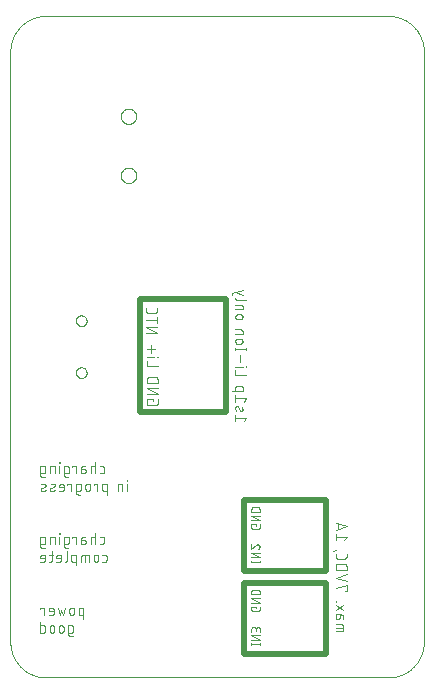
<source format=gbo>
G04 EAGLE Gerber RS-274X export*
G75*
%MOMM*%
%FSLAX35Y35*%
%LPD*%
%INsilk_bottom*%
%IPPOS*%
%AMOC8*
5,1,8,0,0,1.08239X$1,22.5*%
G01*
%ADD10C,0.010000*%
%ADD11C,0.076200*%
%ADD12C,0.050800*%
%ADD13C,0.508000*%
%ADD14C,0.000000*%


D10*
X-2300000Y17800000D02*
X-2300000Y12800000D01*
X-2300088Y12792751D01*
X-2300350Y12785506D01*
X-2300788Y12778270D01*
X-2301401Y12771046D01*
X-2302187Y12763839D01*
X-2303148Y12756653D01*
X-2304282Y12749493D01*
X-2305589Y12742362D01*
X-2307068Y12735265D01*
X-2308717Y12728205D01*
X-2310537Y12721188D01*
X-2312526Y12714216D01*
X-2314683Y12707295D01*
X-2317006Y12700428D01*
X-2319495Y12693619D01*
X-2322148Y12686872D01*
X-2324962Y12680191D01*
X-2327938Y12673580D01*
X-2331072Y12667043D01*
X-2334363Y12660583D01*
X-2337810Y12654205D01*
X-2341409Y12647912D01*
X-2345160Y12641708D01*
X-2349059Y12635596D01*
X-2353105Y12629581D01*
X-2357295Y12623664D01*
X-2361627Y12617851D01*
X-2366098Y12612144D01*
X-2370705Y12606547D01*
X-2375447Y12601063D01*
X-2380319Y12595695D01*
X-2385320Y12590447D01*
X-2390447Y12585320D01*
X-2395695Y12580319D01*
X-2401063Y12575447D01*
X-2406547Y12570705D01*
X-2412144Y12566098D01*
X-2417851Y12561627D01*
X-2423664Y12557295D01*
X-2429581Y12553105D01*
X-2435596Y12549059D01*
X-2441708Y12545160D01*
X-2447912Y12541409D01*
X-2454205Y12537810D01*
X-2460583Y12534363D01*
X-2467043Y12531072D01*
X-2473580Y12527938D01*
X-2480191Y12524962D01*
X-2486872Y12522148D01*
X-2493619Y12519495D01*
X-2500428Y12517006D01*
X-2507295Y12514683D01*
X-2514216Y12512526D01*
X-2521188Y12510537D01*
X-2528205Y12508717D01*
X-2535265Y12507068D01*
X-2542362Y12505589D01*
X-2549493Y12504282D01*
X-2556653Y12503148D01*
X-2563839Y12502187D01*
X-2571046Y12501401D01*
X-2578270Y12500788D01*
X-2585506Y12500350D01*
X-2592751Y12500088D01*
X-2600000Y12500000D01*
X-5500000Y12500000D01*
X-5507249Y12500088D01*
X-5514494Y12500350D01*
X-5521730Y12500788D01*
X-5528954Y12501401D01*
X-5536161Y12502187D01*
X-5543347Y12503148D01*
X-5550507Y12504282D01*
X-5557638Y12505589D01*
X-5564735Y12507068D01*
X-5571795Y12508717D01*
X-5578812Y12510537D01*
X-5585784Y12512526D01*
X-5592705Y12514683D01*
X-5599572Y12517006D01*
X-5606381Y12519495D01*
X-5613128Y12522148D01*
X-5619809Y12524962D01*
X-5626420Y12527938D01*
X-5632957Y12531072D01*
X-5639417Y12534363D01*
X-5645795Y12537810D01*
X-5652088Y12541409D01*
X-5658292Y12545160D01*
X-5664404Y12549059D01*
X-5670419Y12553105D01*
X-5676336Y12557295D01*
X-5682149Y12561627D01*
X-5687856Y12566098D01*
X-5693453Y12570705D01*
X-5698937Y12575447D01*
X-5704305Y12580319D01*
X-5709553Y12585320D01*
X-5714680Y12590447D01*
X-5719681Y12595695D01*
X-5724553Y12601063D01*
X-5729295Y12606547D01*
X-5733902Y12612144D01*
X-5738373Y12617851D01*
X-5742705Y12623664D01*
X-5746895Y12629581D01*
X-5750941Y12635596D01*
X-5754840Y12641708D01*
X-5758591Y12647912D01*
X-5762190Y12654205D01*
X-5765637Y12660583D01*
X-5768928Y12667043D01*
X-5772062Y12673580D01*
X-5775038Y12680191D01*
X-5777852Y12686872D01*
X-5780505Y12693619D01*
X-5782994Y12700428D01*
X-5785317Y12707295D01*
X-5787474Y12714216D01*
X-5789463Y12721188D01*
X-5791283Y12728205D01*
X-5792932Y12735265D01*
X-5794411Y12742362D01*
X-5795718Y12749493D01*
X-5796852Y12756653D01*
X-5797813Y12763839D01*
X-5798599Y12771046D01*
X-5799212Y12778270D01*
X-5799650Y12785506D01*
X-5799912Y12792751D01*
X-5800000Y12800000D01*
X-5800000Y17800000D01*
X-5799912Y17807249D01*
X-5799650Y17814494D01*
X-5799212Y17821730D01*
X-5798599Y17828954D01*
X-5797813Y17836161D01*
X-5796852Y17843347D01*
X-5795718Y17850507D01*
X-5794411Y17857638D01*
X-5792932Y17864735D01*
X-5791283Y17871795D01*
X-5789463Y17878812D01*
X-5787474Y17885784D01*
X-5785317Y17892705D01*
X-5782994Y17899572D01*
X-5780505Y17906381D01*
X-5777852Y17913128D01*
X-5775038Y17919809D01*
X-5772062Y17926420D01*
X-5768928Y17932957D01*
X-5765637Y17939417D01*
X-5762190Y17945795D01*
X-5758591Y17952088D01*
X-5754840Y17958292D01*
X-5750941Y17964404D01*
X-5746895Y17970419D01*
X-5742705Y17976336D01*
X-5738373Y17982149D01*
X-5733902Y17987856D01*
X-5729295Y17993453D01*
X-5724553Y17998937D01*
X-5719681Y18004305D01*
X-5714680Y18009553D01*
X-5709553Y18014680D01*
X-5704305Y18019681D01*
X-5698937Y18024553D01*
X-5693453Y18029295D01*
X-5687856Y18033902D01*
X-5682149Y18038373D01*
X-5676336Y18042705D01*
X-5670419Y18046895D01*
X-5664404Y18050941D01*
X-5658292Y18054840D01*
X-5652088Y18058591D01*
X-5645795Y18062190D01*
X-5639417Y18065637D01*
X-5632957Y18068928D01*
X-5626420Y18072062D01*
X-5619809Y18075038D01*
X-5613128Y18077852D01*
X-5606381Y18080505D01*
X-5599572Y18082994D01*
X-5592705Y18085317D01*
X-5585784Y18087474D01*
X-5578812Y18089463D01*
X-5571795Y18091283D01*
X-5564735Y18092932D01*
X-5557638Y18094411D01*
X-5550507Y18095718D01*
X-5543347Y18096852D01*
X-5536161Y18097813D01*
X-5528954Y18098599D01*
X-5521730Y18099212D01*
X-5514494Y18099650D01*
X-5507249Y18099912D01*
X-5500000Y18100000D01*
X-2600000Y18100000D01*
X-2592751Y18099912D01*
X-2585506Y18099650D01*
X-2578270Y18099212D01*
X-2571046Y18098599D01*
X-2563839Y18097813D01*
X-2556653Y18096852D01*
X-2549493Y18095718D01*
X-2542362Y18094411D01*
X-2535265Y18092932D01*
X-2528205Y18091283D01*
X-2521188Y18089463D01*
X-2514216Y18087474D01*
X-2507295Y18085317D01*
X-2500428Y18082994D01*
X-2493619Y18080505D01*
X-2486872Y18077852D01*
X-2480191Y18075038D01*
X-2473580Y18072062D01*
X-2467043Y18068928D01*
X-2460583Y18065637D01*
X-2454205Y18062190D01*
X-2447912Y18058591D01*
X-2441708Y18054840D01*
X-2435596Y18050941D01*
X-2429581Y18046895D01*
X-2423664Y18042705D01*
X-2417851Y18038373D01*
X-2412144Y18033902D01*
X-2406547Y18029295D01*
X-2401063Y18024553D01*
X-2395695Y18019681D01*
X-2390447Y18014680D01*
X-2385320Y18009553D01*
X-2380319Y18004305D01*
X-2375447Y17998937D01*
X-2370705Y17993453D01*
X-2366098Y17987856D01*
X-2361627Y17982149D01*
X-2357295Y17976336D01*
X-2353105Y17970419D01*
X-2349059Y17964404D01*
X-2345160Y17958292D01*
X-2341409Y17952088D01*
X-2337810Y17945795D01*
X-2334363Y17939417D01*
X-2331072Y17932957D01*
X-2327938Y17926420D01*
X-2324962Y17919809D01*
X-2322148Y17913128D01*
X-2319495Y17906381D01*
X-2317006Y17899572D01*
X-2314683Y17892705D01*
X-2312526Y17885784D01*
X-2310537Y17878812D01*
X-2308717Y17871795D01*
X-2307068Y17864735D01*
X-2305589Y17857638D01*
X-2304282Y17850507D01*
X-2303148Y17843347D01*
X-2302187Y17836161D01*
X-2301401Y17828954D01*
X-2300788Y17821730D01*
X-2300350Y17814494D01*
X-2300088Y17807249D01*
X-2300000Y17800000D01*
D11*
X-5182340Y13090397D02*
X-5182340Y12998017D01*
X-5182340Y13090397D02*
X-5208001Y13090397D01*
X-5208373Y13090393D01*
X-5208745Y13090379D01*
X-5209116Y13090357D01*
X-5209487Y13090325D01*
X-5209857Y13090285D01*
X-5210226Y13090235D01*
X-5210593Y13090177D01*
X-5210959Y13090110D01*
X-5211323Y13090034D01*
X-5211686Y13089950D01*
X-5212046Y13089856D01*
X-5212404Y13089754D01*
X-5212759Y13089643D01*
X-5213111Y13089524D01*
X-5213461Y13089396D01*
X-5213807Y13089260D01*
X-5214150Y13089116D01*
X-5214489Y13088963D01*
X-5214825Y13088802D01*
X-5215156Y13088633D01*
X-5215484Y13088456D01*
X-5215807Y13088272D01*
X-5216125Y13088079D01*
X-5216439Y13087879D01*
X-5216747Y13087671D01*
X-5217051Y13087456D01*
X-5217349Y13087234D01*
X-5217642Y13087005D01*
X-5217930Y13086768D01*
X-5218211Y13086525D01*
X-5218487Y13086275D01*
X-5218756Y13086018D01*
X-5219019Y13085755D01*
X-5219276Y13085486D01*
X-5219526Y13085210D01*
X-5219769Y13084929D01*
X-5220006Y13084641D01*
X-5220235Y13084348D01*
X-5220457Y13084050D01*
X-5220672Y13083746D01*
X-5220880Y13083438D01*
X-5221080Y13083124D01*
X-5221273Y13082806D01*
X-5221457Y13082483D01*
X-5221634Y13082155D01*
X-5221803Y13081824D01*
X-5221964Y13081488D01*
X-5222117Y13081149D01*
X-5222261Y13080806D01*
X-5222397Y13080460D01*
X-5222525Y13080110D01*
X-5222644Y13079758D01*
X-5222755Y13079403D01*
X-5222857Y13079045D01*
X-5222951Y13078685D01*
X-5223035Y13078322D01*
X-5223111Y13077958D01*
X-5223178Y13077592D01*
X-5223236Y13077225D01*
X-5223286Y13076856D01*
X-5223326Y13076486D01*
X-5223358Y13076115D01*
X-5223380Y13075744D01*
X-5223394Y13075372D01*
X-5223398Y13075000D01*
X-5223397Y13075000D02*
X-5223397Y13044207D01*
X-5223392Y13043829D01*
X-5223378Y13043452D01*
X-5223355Y13043074D01*
X-5223323Y13042698D01*
X-5223281Y13042322D01*
X-5223230Y13041948D01*
X-5223170Y13041575D01*
X-5223101Y13041203D01*
X-5223023Y13040834D01*
X-5222936Y13040466D01*
X-5222839Y13040100D01*
X-5222734Y13039738D01*
X-5222620Y13039377D01*
X-5222497Y13039020D01*
X-5222365Y13038666D01*
X-5222225Y13038315D01*
X-5222076Y13037968D01*
X-5221919Y13037624D01*
X-5221753Y13037284D01*
X-5221579Y13036949D01*
X-5221397Y13036618D01*
X-5221207Y13036291D01*
X-5221008Y13035970D01*
X-5220802Y13035653D01*
X-5220588Y13035341D01*
X-5220367Y13035035D01*
X-5220138Y13034734D01*
X-5219902Y13034439D01*
X-5219659Y13034150D01*
X-5219409Y13033867D01*
X-5219151Y13033590D01*
X-5218887Y13033320D01*
X-5218617Y13033056D01*
X-5218340Y13032799D01*
X-5218057Y13032548D01*
X-5217768Y13032305D01*
X-5217473Y13032069D01*
X-5217172Y13031840D01*
X-5216866Y13031619D01*
X-5216554Y13031405D01*
X-5216238Y13031199D01*
X-5215916Y13031001D01*
X-5215589Y13030810D01*
X-5215258Y13030628D01*
X-5214923Y13030454D01*
X-5214583Y13030288D01*
X-5214240Y13030131D01*
X-5213892Y13029982D01*
X-5213542Y13029842D01*
X-5213187Y13029710D01*
X-5212830Y13029587D01*
X-5212470Y13029473D01*
X-5212107Y13029368D01*
X-5211741Y13029271D01*
X-5211374Y13029184D01*
X-5211004Y13029106D01*
X-5210633Y13029037D01*
X-5210259Y13028977D01*
X-5209885Y13028926D01*
X-5209509Y13028884D01*
X-5209133Y13028852D01*
X-5208756Y13028829D01*
X-5208378Y13028815D01*
X-5208000Y13028810D01*
X-5208001Y13028810D02*
X-5182340Y13028810D01*
X-5259887Y13049339D02*
X-5259887Y13069868D01*
X-5259893Y13070368D01*
X-5259911Y13070868D01*
X-5259942Y13071367D01*
X-5259984Y13071865D01*
X-5260039Y13072362D01*
X-5260106Y13072857D01*
X-5260185Y13073351D01*
X-5260275Y13073842D01*
X-5260378Y13074332D01*
X-5260493Y13074818D01*
X-5260619Y13075302D01*
X-5260757Y13075782D01*
X-5260907Y13076259D01*
X-5261069Y13076733D01*
X-5261242Y13077202D01*
X-5261426Y13077666D01*
X-5261621Y13078126D01*
X-5261828Y13078582D01*
X-5262046Y13079032D01*
X-5262274Y13079476D01*
X-5262514Y13079915D01*
X-5262764Y13080348D01*
X-5263024Y13080775D01*
X-5263295Y13081195D01*
X-5263576Y13081609D01*
X-5263867Y13082015D01*
X-5264167Y13082415D01*
X-5264478Y13082807D01*
X-5264798Y13083191D01*
X-5265127Y13083567D01*
X-5265465Y13083936D01*
X-5265812Y13084296D01*
X-5266167Y13084647D01*
X-5266531Y13084989D01*
X-5266904Y13085323D01*
X-5267284Y13085648D01*
X-5267672Y13085963D01*
X-5268068Y13086268D01*
X-5268471Y13086564D01*
X-5268881Y13086850D01*
X-5269298Y13087126D01*
X-5269722Y13087391D01*
X-5270152Y13087647D01*
X-5270587Y13087891D01*
X-5271029Y13088125D01*
X-5271477Y13088348D01*
X-5271929Y13088561D01*
X-5272387Y13088762D01*
X-5272849Y13088952D01*
X-5273316Y13089130D01*
X-5273788Y13089297D01*
X-5274263Y13089453D01*
X-5274741Y13089597D01*
X-5275224Y13089729D01*
X-5275709Y13089850D01*
X-5276197Y13089959D01*
X-5276687Y13090056D01*
X-5277180Y13090140D01*
X-5277674Y13090213D01*
X-5278171Y13090274D01*
X-5278668Y13090322D01*
X-5279167Y13090359D01*
X-5279666Y13090383D01*
X-5280166Y13090395D01*
X-5280666Y13090395D01*
X-5281166Y13090383D01*
X-5281665Y13090359D01*
X-5282164Y13090322D01*
X-5282661Y13090274D01*
X-5283158Y13090213D01*
X-5283652Y13090140D01*
X-5284145Y13090056D01*
X-5284635Y13089959D01*
X-5285123Y13089850D01*
X-5285608Y13089729D01*
X-5286091Y13089597D01*
X-5286569Y13089453D01*
X-5287044Y13089297D01*
X-5287516Y13089130D01*
X-5287983Y13088952D01*
X-5288445Y13088762D01*
X-5288903Y13088561D01*
X-5289355Y13088348D01*
X-5289803Y13088125D01*
X-5290245Y13087891D01*
X-5290681Y13087647D01*
X-5291110Y13087391D01*
X-5291534Y13087126D01*
X-5291951Y13086850D01*
X-5292361Y13086564D01*
X-5292764Y13086268D01*
X-5293160Y13085963D01*
X-5293548Y13085648D01*
X-5293928Y13085323D01*
X-5294301Y13084989D01*
X-5294665Y13084647D01*
X-5295020Y13084296D01*
X-5295367Y13083936D01*
X-5295705Y13083567D01*
X-5296034Y13083191D01*
X-5296354Y13082807D01*
X-5296665Y13082415D01*
X-5296965Y13082015D01*
X-5297256Y13081609D01*
X-5297537Y13081195D01*
X-5297808Y13080775D01*
X-5298068Y13080348D01*
X-5298318Y13079915D01*
X-5298558Y13079476D01*
X-5298786Y13079032D01*
X-5299004Y13078582D01*
X-5299211Y13078126D01*
X-5299406Y13077666D01*
X-5299590Y13077202D01*
X-5299763Y13076733D01*
X-5299925Y13076259D01*
X-5300075Y13075782D01*
X-5300213Y13075302D01*
X-5300339Y13074818D01*
X-5300454Y13074332D01*
X-5300557Y13073842D01*
X-5300647Y13073351D01*
X-5300726Y13072857D01*
X-5300793Y13072362D01*
X-5300848Y13071865D01*
X-5300890Y13071367D01*
X-5300921Y13070868D01*
X-5300939Y13070368D01*
X-5300945Y13069868D01*
X-5300944Y13069868D02*
X-5300944Y13049339D01*
X-5300945Y13049339D02*
X-5300939Y13048839D01*
X-5300921Y13048339D01*
X-5300890Y13047840D01*
X-5300848Y13047342D01*
X-5300793Y13046845D01*
X-5300726Y13046350D01*
X-5300647Y13045856D01*
X-5300557Y13045365D01*
X-5300454Y13044875D01*
X-5300339Y13044389D01*
X-5300213Y13043905D01*
X-5300075Y13043425D01*
X-5299925Y13042948D01*
X-5299763Y13042474D01*
X-5299590Y13042005D01*
X-5299406Y13041541D01*
X-5299211Y13041081D01*
X-5299004Y13040625D01*
X-5298786Y13040175D01*
X-5298558Y13039731D01*
X-5298318Y13039292D01*
X-5298068Y13038859D01*
X-5297808Y13038432D01*
X-5297537Y13038012D01*
X-5297256Y13037598D01*
X-5296965Y13037192D01*
X-5296665Y13036792D01*
X-5296354Y13036400D01*
X-5296034Y13036016D01*
X-5295705Y13035640D01*
X-5295367Y13035271D01*
X-5295020Y13034911D01*
X-5294665Y13034560D01*
X-5294301Y13034218D01*
X-5293928Y13033884D01*
X-5293548Y13033559D01*
X-5293160Y13033244D01*
X-5292764Y13032939D01*
X-5292361Y13032643D01*
X-5291951Y13032357D01*
X-5291534Y13032081D01*
X-5291110Y13031816D01*
X-5290681Y13031560D01*
X-5290245Y13031316D01*
X-5289803Y13031082D01*
X-5289355Y13030859D01*
X-5288903Y13030646D01*
X-5288445Y13030445D01*
X-5287983Y13030255D01*
X-5287516Y13030077D01*
X-5287044Y13029910D01*
X-5286569Y13029754D01*
X-5286091Y13029610D01*
X-5285608Y13029478D01*
X-5285123Y13029357D01*
X-5284635Y13029248D01*
X-5284145Y13029151D01*
X-5283652Y13029067D01*
X-5283158Y13028994D01*
X-5282661Y13028933D01*
X-5282164Y13028885D01*
X-5281665Y13028848D01*
X-5281166Y13028824D01*
X-5280666Y13028812D01*
X-5280166Y13028812D01*
X-5279666Y13028824D01*
X-5279167Y13028848D01*
X-5278668Y13028885D01*
X-5278171Y13028933D01*
X-5277674Y13028994D01*
X-5277180Y13029067D01*
X-5276687Y13029151D01*
X-5276197Y13029248D01*
X-5275709Y13029357D01*
X-5275224Y13029478D01*
X-5274741Y13029610D01*
X-5274263Y13029754D01*
X-5273788Y13029910D01*
X-5273316Y13030077D01*
X-5272849Y13030255D01*
X-5272387Y13030445D01*
X-5271929Y13030646D01*
X-5271477Y13030859D01*
X-5271029Y13031082D01*
X-5270587Y13031316D01*
X-5270152Y13031560D01*
X-5269722Y13031816D01*
X-5269298Y13032081D01*
X-5268881Y13032357D01*
X-5268471Y13032643D01*
X-5268068Y13032939D01*
X-5267672Y13033244D01*
X-5267284Y13033559D01*
X-5266904Y13033884D01*
X-5266531Y13034218D01*
X-5266167Y13034560D01*
X-5265812Y13034911D01*
X-5265465Y13035271D01*
X-5265127Y13035640D01*
X-5264798Y13036016D01*
X-5264478Y13036400D01*
X-5264167Y13036792D01*
X-5263867Y13037192D01*
X-5263576Y13037598D01*
X-5263295Y13038012D01*
X-5263024Y13038432D01*
X-5262764Y13038859D01*
X-5262514Y13039292D01*
X-5262274Y13039731D01*
X-5262046Y13040175D01*
X-5261828Y13040625D01*
X-5261621Y13041081D01*
X-5261426Y13041541D01*
X-5261242Y13042005D01*
X-5261069Y13042474D01*
X-5260907Y13042948D01*
X-5260757Y13043425D01*
X-5260619Y13043905D01*
X-5260493Y13044389D01*
X-5260378Y13044875D01*
X-5260275Y13045365D01*
X-5260185Y13045856D01*
X-5260106Y13046350D01*
X-5260039Y13046845D01*
X-5259984Y13047342D01*
X-5259942Y13047840D01*
X-5259911Y13048339D01*
X-5259893Y13048839D01*
X-5259887Y13049339D01*
X-5336622Y13090397D02*
X-5352019Y13028810D01*
X-5367415Y13069868D01*
X-5382812Y13028810D01*
X-5398209Y13090397D01*
X-5449283Y13028810D02*
X-5474944Y13028810D01*
X-5449283Y13028810D02*
X-5448911Y13028814D01*
X-5448539Y13028828D01*
X-5448168Y13028850D01*
X-5447797Y13028882D01*
X-5447427Y13028922D01*
X-5447058Y13028972D01*
X-5446691Y13029030D01*
X-5446325Y13029097D01*
X-5445961Y13029173D01*
X-5445598Y13029257D01*
X-5445238Y13029351D01*
X-5444880Y13029453D01*
X-5444525Y13029564D01*
X-5444173Y13029683D01*
X-5443823Y13029811D01*
X-5443477Y13029947D01*
X-5443134Y13030091D01*
X-5442795Y13030244D01*
X-5442459Y13030405D01*
X-5442128Y13030574D01*
X-5441800Y13030751D01*
X-5441477Y13030935D01*
X-5441159Y13031128D01*
X-5440845Y13031328D01*
X-5440537Y13031536D01*
X-5440233Y13031751D01*
X-5439935Y13031973D01*
X-5439642Y13032202D01*
X-5439354Y13032439D01*
X-5439073Y13032682D01*
X-5438797Y13032932D01*
X-5438528Y13033189D01*
X-5438265Y13033452D01*
X-5438008Y13033721D01*
X-5437758Y13033997D01*
X-5437515Y13034278D01*
X-5437278Y13034566D01*
X-5437049Y13034859D01*
X-5436827Y13035157D01*
X-5436612Y13035461D01*
X-5436404Y13035769D01*
X-5436204Y13036083D01*
X-5436011Y13036401D01*
X-5435827Y13036724D01*
X-5435650Y13037052D01*
X-5435481Y13037383D01*
X-5435320Y13037719D01*
X-5435167Y13038058D01*
X-5435023Y13038401D01*
X-5434887Y13038747D01*
X-5434759Y13039097D01*
X-5434640Y13039449D01*
X-5434529Y13039804D01*
X-5434427Y13040162D01*
X-5434333Y13040522D01*
X-5434249Y13040885D01*
X-5434173Y13041249D01*
X-5434106Y13041615D01*
X-5434048Y13041982D01*
X-5433998Y13042351D01*
X-5433958Y13042721D01*
X-5433926Y13043092D01*
X-5433904Y13043463D01*
X-5433890Y13043835D01*
X-5433886Y13044207D01*
X-5433887Y13044207D02*
X-5433887Y13069868D01*
X-5433886Y13069868D02*
X-5433892Y13070368D01*
X-5433910Y13070868D01*
X-5433941Y13071367D01*
X-5433983Y13071865D01*
X-5434038Y13072362D01*
X-5434105Y13072857D01*
X-5434184Y13073351D01*
X-5434274Y13073842D01*
X-5434377Y13074332D01*
X-5434492Y13074818D01*
X-5434618Y13075302D01*
X-5434756Y13075782D01*
X-5434906Y13076259D01*
X-5435068Y13076733D01*
X-5435241Y13077202D01*
X-5435425Y13077666D01*
X-5435620Y13078126D01*
X-5435827Y13078582D01*
X-5436045Y13079032D01*
X-5436273Y13079476D01*
X-5436513Y13079915D01*
X-5436763Y13080348D01*
X-5437023Y13080775D01*
X-5437294Y13081195D01*
X-5437575Y13081609D01*
X-5437866Y13082015D01*
X-5438166Y13082415D01*
X-5438477Y13082807D01*
X-5438797Y13083191D01*
X-5439126Y13083567D01*
X-5439464Y13083936D01*
X-5439811Y13084296D01*
X-5440166Y13084647D01*
X-5440530Y13084989D01*
X-5440903Y13085323D01*
X-5441283Y13085648D01*
X-5441671Y13085963D01*
X-5442067Y13086268D01*
X-5442470Y13086564D01*
X-5442880Y13086850D01*
X-5443297Y13087126D01*
X-5443721Y13087391D01*
X-5444151Y13087647D01*
X-5444586Y13087891D01*
X-5445028Y13088125D01*
X-5445476Y13088348D01*
X-5445928Y13088561D01*
X-5446386Y13088762D01*
X-5446848Y13088952D01*
X-5447315Y13089130D01*
X-5447787Y13089297D01*
X-5448262Y13089453D01*
X-5448740Y13089597D01*
X-5449223Y13089729D01*
X-5449708Y13089850D01*
X-5450196Y13089959D01*
X-5450686Y13090056D01*
X-5451179Y13090140D01*
X-5451673Y13090213D01*
X-5452170Y13090274D01*
X-5452667Y13090322D01*
X-5453166Y13090359D01*
X-5453665Y13090383D01*
X-5454165Y13090395D01*
X-5454665Y13090395D01*
X-5455165Y13090383D01*
X-5455664Y13090359D01*
X-5456163Y13090322D01*
X-5456660Y13090274D01*
X-5457157Y13090213D01*
X-5457651Y13090140D01*
X-5458144Y13090056D01*
X-5458634Y13089959D01*
X-5459122Y13089850D01*
X-5459607Y13089729D01*
X-5460090Y13089597D01*
X-5460568Y13089453D01*
X-5461043Y13089297D01*
X-5461515Y13089130D01*
X-5461982Y13088952D01*
X-5462444Y13088762D01*
X-5462902Y13088561D01*
X-5463354Y13088348D01*
X-5463802Y13088125D01*
X-5464244Y13087891D01*
X-5464680Y13087647D01*
X-5465109Y13087391D01*
X-5465533Y13087126D01*
X-5465950Y13086850D01*
X-5466360Y13086564D01*
X-5466763Y13086268D01*
X-5467159Y13085963D01*
X-5467547Y13085648D01*
X-5467927Y13085323D01*
X-5468300Y13084989D01*
X-5468664Y13084647D01*
X-5469019Y13084296D01*
X-5469366Y13083936D01*
X-5469704Y13083567D01*
X-5470033Y13083191D01*
X-5470353Y13082807D01*
X-5470664Y13082415D01*
X-5470964Y13082015D01*
X-5471255Y13081609D01*
X-5471536Y13081195D01*
X-5471807Y13080775D01*
X-5472067Y13080348D01*
X-5472317Y13079915D01*
X-5472557Y13079476D01*
X-5472785Y13079032D01*
X-5473003Y13078582D01*
X-5473210Y13078126D01*
X-5473405Y13077666D01*
X-5473589Y13077202D01*
X-5473762Y13076733D01*
X-5473924Y13076259D01*
X-5474074Y13075782D01*
X-5474212Y13075302D01*
X-5474338Y13074818D01*
X-5474453Y13074332D01*
X-5474556Y13073842D01*
X-5474646Y13073351D01*
X-5474725Y13072857D01*
X-5474792Y13072362D01*
X-5474847Y13071865D01*
X-5474889Y13071367D01*
X-5474920Y13070868D01*
X-5474938Y13070368D01*
X-5474944Y13069868D01*
X-5474944Y13059603D01*
X-5433887Y13059603D01*
X-5515397Y13028810D02*
X-5515397Y13090397D01*
X-5546190Y13090397D01*
X-5546190Y13080132D01*
X-5309190Y12878810D02*
X-5283529Y12878810D01*
X-5283157Y12878814D01*
X-5282785Y12878828D01*
X-5282414Y12878850D01*
X-5282043Y12878882D01*
X-5281673Y12878922D01*
X-5281304Y12878972D01*
X-5280937Y12879030D01*
X-5280571Y12879097D01*
X-5280207Y12879173D01*
X-5279844Y12879257D01*
X-5279484Y12879351D01*
X-5279126Y12879453D01*
X-5278771Y12879564D01*
X-5278419Y12879683D01*
X-5278069Y12879811D01*
X-5277723Y12879947D01*
X-5277380Y12880091D01*
X-5277041Y12880244D01*
X-5276705Y12880405D01*
X-5276374Y12880574D01*
X-5276046Y12880751D01*
X-5275723Y12880935D01*
X-5275405Y12881128D01*
X-5275091Y12881328D01*
X-5274783Y12881536D01*
X-5274479Y12881751D01*
X-5274181Y12881973D01*
X-5273888Y12882202D01*
X-5273600Y12882439D01*
X-5273319Y12882682D01*
X-5273043Y12882932D01*
X-5272774Y12883189D01*
X-5272511Y12883452D01*
X-5272254Y12883721D01*
X-5272004Y12883997D01*
X-5271761Y12884278D01*
X-5271524Y12884566D01*
X-5271295Y12884859D01*
X-5271073Y12885157D01*
X-5270858Y12885461D01*
X-5270650Y12885769D01*
X-5270450Y12886083D01*
X-5270257Y12886401D01*
X-5270073Y12886724D01*
X-5269896Y12887052D01*
X-5269727Y12887383D01*
X-5269566Y12887719D01*
X-5269413Y12888058D01*
X-5269269Y12888401D01*
X-5269133Y12888747D01*
X-5269005Y12889097D01*
X-5268886Y12889449D01*
X-5268775Y12889804D01*
X-5268673Y12890162D01*
X-5268579Y12890522D01*
X-5268495Y12890885D01*
X-5268419Y12891249D01*
X-5268352Y12891615D01*
X-5268294Y12891982D01*
X-5268244Y12892351D01*
X-5268204Y12892721D01*
X-5268172Y12893092D01*
X-5268150Y12893463D01*
X-5268136Y12893835D01*
X-5268132Y12894207D01*
X-5268133Y12894207D02*
X-5268133Y12925000D01*
X-5268137Y12925372D01*
X-5268151Y12925744D01*
X-5268173Y12926115D01*
X-5268205Y12926486D01*
X-5268245Y12926856D01*
X-5268295Y12927225D01*
X-5268353Y12927592D01*
X-5268420Y12927958D01*
X-5268496Y12928322D01*
X-5268580Y12928685D01*
X-5268674Y12929045D01*
X-5268776Y12929402D01*
X-5268887Y12929758D01*
X-5269006Y12930110D01*
X-5269134Y12930460D01*
X-5269270Y12930806D01*
X-5269414Y12931149D01*
X-5269567Y12931488D01*
X-5269728Y12931823D01*
X-5269897Y12932155D01*
X-5270073Y12932482D01*
X-5270258Y12932805D01*
X-5270451Y12933124D01*
X-5270651Y12933437D01*
X-5270858Y12933746D01*
X-5271073Y12934050D01*
X-5271296Y12934348D01*
X-5271525Y12934641D01*
X-5271762Y12934928D01*
X-5272005Y12935210D01*
X-5272255Y12935485D01*
X-5272512Y12935754D01*
X-5272775Y12936017D01*
X-5273044Y12936274D01*
X-5273320Y12936524D01*
X-5273601Y12936768D01*
X-5273888Y12937004D01*
X-5274181Y12937233D01*
X-5274480Y12937456D01*
X-5274783Y12937671D01*
X-5275092Y12937878D01*
X-5275406Y12938079D01*
X-5275724Y12938271D01*
X-5276047Y12938456D01*
X-5276374Y12938633D01*
X-5276706Y12938801D01*
X-5277041Y12938962D01*
X-5277381Y12939115D01*
X-5277723Y12939259D01*
X-5278070Y12939396D01*
X-5278419Y12939523D01*
X-5278772Y12939643D01*
X-5279127Y12939753D01*
X-5279485Y12939855D01*
X-5279845Y12939949D01*
X-5280207Y12940033D01*
X-5280571Y12940109D01*
X-5280937Y12940176D01*
X-5281305Y12940234D01*
X-5281674Y12940284D01*
X-5282043Y12940324D01*
X-5282414Y12940356D01*
X-5282785Y12940378D01*
X-5283157Y12940392D01*
X-5283529Y12940396D01*
X-5283529Y12940397D02*
X-5309190Y12940397D01*
X-5309190Y12863413D01*
X-5309185Y12863035D01*
X-5309171Y12862658D01*
X-5309148Y12862280D01*
X-5309116Y12861904D01*
X-5309074Y12861528D01*
X-5309023Y12861154D01*
X-5308963Y12860781D01*
X-5308894Y12860409D01*
X-5308816Y12860040D01*
X-5308729Y12859672D01*
X-5308632Y12859306D01*
X-5308527Y12858944D01*
X-5308413Y12858583D01*
X-5308290Y12858226D01*
X-5308158Y12857872D01*
X-5308018Y12857521D01*
X-5307869Y12857174D01*
X-5307712Y12856830D01*
X-5307546Y12856490D01*
X-5307372Y12856155D01*
X-5307190Y12855824D01*
X-5307000Y12855497D01*
X-5306801Y12855176D01*
X-5306595Y12854859D01*
X-5306381Y12854547D01*
X-5306160Y12854241D01*
X-5305931Y12853940D01*
X-5305695Y12853645D01*
X-5305452Y12853356D01*
X-5305202Y12853073D01*
X-5304944Y12852796D01*
X-5304680Y12852526D01*
X-5304410Y12852262D01*
X-5304133Y12852005D01*
X-5303850Y12851754D01*
X-5303561Y12851511D01*
X-5303266Y12851275D01*
X-5302965Y12851046D01*
X-5302659Y12850825D01*
X-5302347Y12850611D01*
X-5302031Y12850405D01*
X-5301709Y12850207D01*
X-5301382Y12850016D01*
X-5301051Y12849834D01*
X-5300716Y12849660D01*
X-5300376Y12849494D01*
X-5300033Y12849337D01*
X-5299685Y12849188D01*
X-5299335Y12849048D01*
X-5298980Y12848916D01*
X-5298623Y12848793D01*
X-5298263Y12848679D01*
X-5297900Y12848574D01*
X-5297534Y12848477D01*
X-5297167Y12848390D01*
X-5296797Y12848312D01*
X-5296426Y12848243D01*
X-5296052Y12848183D01*
X-5295678Y12848132D01*
X-5295302Y12848090D01*
X-5294926Y12848058D01*
X-5294549Y12848035D01*
X-5294171Y12848021D01*
X-5293793Y12848016D01*
X-5293794Y12848017D02*
X-5273265Y12848017D01*
X-5349585Y12899339D02*
X-5349585Y12919868D01*
X-5349591Y12920368D01*
X-5349609Y12920868D01*
X-5349640Y12921367D01*
X-5349682Y12921865D01*
X-5349737Y12922362D01*
X-5349804Y12922857D01*
X-5349883Y12923351D01*
X-5349973Y12923842D01*
X-5350076Y12924332D01*
X-5350191Y12924818D01*
X-5350317Y12925302D01*
X-5350455Y12925782D01*
X-5350605Y12926259D01*
X-5350767Y12926733D01*
X-5350940Y12927202D01*
X-5351124Y12927666D01*
X-5351319Y12928126D01*
X-5351526Y12928582D01*
X-5351744Y12929032D01*
X-5351972Y12929476D01*
X-5352212Y12929915D01*
X-5352462Y12930348D01*
X-5352722Y12930775D01*
X-5352993Y12931195D01*
X-5353274Y12931609D01*
X-5353565Y12932015D01*
X-5353865Y12932415D01*
X-5354176Y12932807D01*
X-5354496Y12933191D01*
X-5354825Y12933567D01*
X-5355163Y12933936D01*
X-5355510Y12934296D01*
X-5355865Y12934647D01*
X-5356229Y12934989D01*
X-5356602Y12935323D01*
X-5356982Y12935648D01*
X-5357370Y12935963D01*
X-5357766Y12936268D01*
X-5358169Y12936564D01*
X-5358579Y12936850D01*
X-5358996Y12937126D01*
X-5359420Y12937391D01*
X-5359850Y12937647D01*
X-5360285Y12937891D01*
X-5360727Y12938125D01*
X-5361175Y12938348D01*
X-5361627Y12938561D01*
X-5362085Y12938762D01*
X-5362547Y12938952D01*
X-5363014Y12939130D01*
X-5363486Y12939297D01*
X-5363961Y12939453D01*
X-5364439Y12939597D01*
X-5364922Y12939729D01*
X-5365407Y12939850D01*
X-5365895Y12939959D01*
X-5366385Y12940056D01*
X-5366878Y12940140D01*
X-5367372Y12940213D01*
X-5367869Y12940274D01*
X-5368366Y12940322D01*
X-5368865Y12940359D01*
X-5369364Y12940383D01*
X-5369864Y12940395D01*
X-5370364Y12940395D01*
X-5370864Y12940383D01*
X-5371363Y12940359D01*
X-5371862Y12940322D01*
X-5372359Y12940274D01*
X-5372856Y12940213D01*
X-5373350Y12940140D01*
X-5373843Y12940056D01*
X-5374333Y12939959D01*
X-5374821Y12939850D01*
X-5375306Y12939729D01*
X-5375789Y12939597D01*
X-5376267Y12939453D01*
X-5376742Y12939297D01*
X-5377214Y12939130D01*
X-5377681Y12938952D01*
X-5378143Y12938762D01*
X-5378601Y12938561D01*
X-5379053Y12938348D01*
X-5379501Y12938125D01*
X-5379943Y12937891D01*
X-5380379Y12937647D01*
X-5380808Y12937391D01*
X-5381232Y12937126D01*
X-5381649Y12936850D01*
X-5382059Y12936564D01*
X-5382462Y12936268D01*
X-5382858Y12935963D01*
X-5383246Y12935648D01*
X-5383626Y12935323D01*
X-5383999Y12934989D01*
X-5384363Y12934647D01*
X-5384718Y12934296D01*
X-5385065Y12933936D01*
X-5385403Y12933567D01*
X-5385732Y12933191D01*
X-5386052Y12932807D01*
X-5386363Y12932415D01*
X-5386663Y12932015D01*
X-5386954Y12931609D01*
X-5387235Y12931195D01*
X-5387506Y12930775D01*
X-5387766Y12930348D01*
X-5388016Y12929915D01*
X-5388256Y12929476D01*
X-5388484Y12929032D01*
X-5388702Y12928582D01*
X-5388909Y12928126D01*
X-5389104Y12927666D01*
X-5389288Y12927202D01*
X-5389461Y12926733D01*
X-5389623Y12926259D01*
X-5389773Y12925782D01*
X-5389911Y12925302D01*
X-5390037Y12924818D01*
X-5390152Y12924332D01*
X-5390255Y12923842D01*
X-5390345Y12923351D01*
X-5390424Y12922857D01*
X-5390491Y12922362D01*
X-5390546Y12921865D01*
X-5390588Y12921367D01*
X-5390619Y12920868D01*
X-5390637Y12920368D01*
X-5390643Y12919868D01*
X-5390643Y12899339D01*
X-5390637Y12898839D01*
X-5390619Y12898339D01*
X-5390588Y12897840D01*
X-5390546Y12897342D01*
X-5390491Y12896845D01*
X-5390424Y12896350D01*
X-5390345Y12895856D01*
X-5390255Y12895365D01*
X-5390152Y12894875D01*
X-5390037Y12894389D01*
X-5389911Y12893905D01*
X-5389773Y12893425D01*
X-5389623Y12892948D01*
X-5389461Y12892474D01*
X-5389288Y12892005D01*
X-5389104Y12891541D01*
X-5388909Y12891081D01*
X-5388702Y12890625D01*
X-5388484Y12890175D01*
X-5388256Y12889731D01*
X-5388016Y12889292D01*
X-5387766Y12888859D01*
X-5387506Y12888432D01*
X-5387235Y12888012D01*
X-5386954Y12887598D01*
X-5386663Y12887192D01*
X-5386363Y12886792D01*
X-5386052Y12886400D01*
X-5385732Y12886016D01*
X-5385403Y12885640D01*
X-5385065Y12885271D01*
X-5384718Y12884911D01*
X-5384363Y12884560D01*
X-5383999Y12884218D01*
X-5383626Y12883884D01*
X-5383246Y12883559D01*
X-5382858Y12883244D01*
X-5382462Y12882939D01*
X-5382059Y12882643D01*
X-5381649Y12882357D01*
X-5381232Y12882081D01*
X-5380808Y12881816D01*
X-5380379Y12881560D01*
X-5379943Y12881316D01*
X-5379501Y12881082D01*
X-5379053Y12880859D01*
X-5378601Y12880646D01*
X-5378143Y12880445D01*
X-5377681Y12880255D01*
X-5377214Y12880077D01*
X-5376742Y12879910D01*
X-5376267Y12879754D01*
X-5375789Y12879610D01*
X-5375306Y12879478D01*
X-5374821Y12879357D01*
X-5374333Y12879248D01*
X-5373843Y12879151D01*
X-5373350Y12879067D01*
X-5372856Y12878994D01*
X-5372359Y12878933D01*
X-5371862Y12878885D01*
X-5371363Y12878848D01*
X-5370864Y12878824D01*
X-5370364Y12878812D01*
X-5369864Y12878812D01*
X-5369364Y12878824D01*
X-5368865Y12878848D01*
X-5368366Y12878885D01*
X-5367869Y12878933D01*
X-5367372Y12878994D01*
X-5366878Y12879067D01*
X-5366385Y12879151D01*
X-5365895Y12879248D01*
X-5365407Y12879357D01*
X-5364922Y12879478D01*
X-5364439Y12879610D01*
X-5363961Y12879754D01*
X-5363486Y12879910D01*
X-5363014Y12880077D01*
X-5362547Y12880255D01*
X-5362085Y12880445D01*
X-5361627Y12880646D01*
X-5361175Y12880859D01*
X-5360727Y12881082D01*
X-5360285Y12881316D01*
X-5359850Y12881560D01*
X-5359420Y12881816D01*
X-5358996Y12882081D01*
X-5358579Y12882357D01*
X-5358169Y12882643D01*
X-5357766Y12882939D01*
X-5357370Y12883244D01*
X-5356982Y12883559D01*
X-5356602Y12883884D01*
X-5356229Y12884218D01*
X-5355865Y12884560D01*
X-5355510Y12884911D01*
X-5355163Y12885271D01*
X-5354825Y12885640D01*
X-5354496Y12886016D01*
X-5354176Y12886400D01*
X-5353865Y12886792D01*
X-5353565Y12887192D01*
X-5353274Y12887598D01*
X-5352993Y12888012D01*
X-5352722Y12888432D01*
X-5352462Y12888859D01*
X-5352212Y12889292D01*
X-5351972Y12889731D01*
X-5351744Y12890175D01*
X-5351526Y12890625D01*
X-5351319Y12891081D01*
X-5351124Y12891541D01*
X-5350940Y12892005D01*
X-5350767Y12892474D01*
X-5350605Y12892948D01*
X-5350455Y12893425D01*
X-5350317Y12893905D01*
X-5350191Y12894389D01*
X-5350076Y12894875D01*
X-5349973Y12895365D01*
X-5349883Y12895856D01*
X-5349804Y12896350D01*
X-5349737Y12896845D01*
X-5349682Y12897342D01*
X-5349640Y12897840D01*
X-5349609Y12898339D01*
X-5349591Y12898839D01*
X-5349585Y12899339D01*
X-5427585Y12899339D02*
X-5427585Y12919868D01*
X-5427591Y12920368D01*
X-5427609Y12920868D01*
X-5427640Y12921367D01*
X-5427682Y12921865D01*
X-5427737Y12922362D01*
X-5427804Y12922857D01*
X-5427883Y12923351D01*
X-5427973Y12923842D01*
X-5428076Y12924332D01*
X-5428191Y12924818D01*
X-5428317Y12925302D01*
X-5428455Y12925782D01*
X-5428605Y12926259D01*
X-5428767Y12926733D01*
X-5428940Y12927202D01*
X-5429124Y12927666D01*
X-5429319Y12928126D01*
X-5429526Y12928582D01*
X-5429744Y12929032D01*
X-5429972Y12929476D01*
X-5430212Y12929915D01*
X-5430462Y12930348D01*
X-5430722Y12930775D01*
X-5430993Y12931195D01*
X-5431274Y12931609D01*
X-5431565Y12932015D01*
X-5431865Y12932415D01*
X-5432176Y12932807D01*
X-5432496Y12933191D01*
X-5432825Y12933567D01*
X-5433163Y12933936D01*
X-5433510Y12934296D01*
X-5433865Y12934647D01*
X-5434229Y12934989D01*
X-5434602Y12935323D01*
X-5434982Y12935648D01*
X-5435370Y12935963D01*
X-5435766Y12936268D01*
X-5436169Y12936564D01*
X-5436579Y12936850D01*
X-5436996Y12937126D01*
X-5437420Y12937391D01*
X-5437850Y12937647D01*
X-5438285Y12937891D01*
X-5438727Y12938125D01*
X-5439175Y12938348D01*
X-5439627Y12938561D01*
X-5440085Y12938762D01*
X-5440547Y12938952D01*
X-5441014Y12939130D01*
X-5441486Y12939297D01*
X-5441961Y12939453D01*
X-5442439Y12939597D01*
X-5442922Y12939729D01*
X-5443407Y12939850D01*
X-5443895Y12939959D01*
X-5444385Y12940056D01*
X-5444878Y12940140D01*
X-5445372Y12940213D01*
X-5445869Y12940274D01*
X-5446366Y12940322D01*
X-5446865Y12940359D01*
X-5447364Y12940383D01*
X-5447864Y12940395D01*
X-5448364Y12940395D01*
X-5448864Y12940383D01*
X-5449363Y12940359D01*
X-5449862Y12940322D01*
X-5450359Y12940274D01*
X-5450856Y12940213D01*
X-5451350Y12940140D01*
X-5451843Y12940056D01*
X-5452333Y12939959D01*
X-5452821Y12939850D01*
X-5453306Y12939729D01*
X-5453789Y12939597D01*
X-5454267Y12939453D01*
X-5454742Y12939297D01*
X-5455214Y12939130D01*
X-5455681Y12938952D01*
X-5456143Y12938762D01*
X-5456601Y12938561D01*
X-5457053Y12938348D01*
X-5457501Y12938125D01*
X-5457943Y12937891D01*
X-5458379Y12937647D01*
X-5458808Y12937391D01*
X-5459232Y12937126D01*
X-5459649Y12936850D01*
X-5460059Y12936564D01*
X-5460462Y12936268D01*
X-5460858Y12935963D01*
X-5461246Y12935648D01*
X-5461626Y12935323D01*
X-5461999Y12934989D01*
X-5462363Y12934647D01*
X-5462718Y12934296D01*
X-5463065Y12933936D01*
X-5463403Y12933567D01*
X-5463732Y12933191D01*
X-5464052Y12932807D01*
X-5464363Y12932415D01*
X-5464663Y12932015D01*
X-5464954Y12931609D01*
X-5465235Y12931195D01*
X-5465506Y12930775D01*
X-5465766Y12930348D01*
X-5466016Y12929915D01*
X-5466256Y12929476D01*
X-5466484Y12929032D01*
X-5466702Y12928582D01*
X-5466909Y12928126D01*
X-5467104Y12927666D01*
X-5467288Y12927202D01*
X-5467461Y12926733D01*
X-5467623Y12926259D01*
X-5467773Y12925782D01*
X-5467911Y12925302D01*
X-5468037Y12924818D01*
X-5468152Y12924332D01*
X-5468255Y12923842D01*
X-5468345Y12923351D01*
X-5468424Y12922857D01*
X-5468491Y12922362D01*
X-5468546Y12921865D01*
X-5468588Y12921367D01*
X-5468619Y12920868D01*
X-5468637Y12920368D01*
X-5468643Y12919868D01*
X-5468643Y12899339D01*
X-5468637Y12898839D01*
X-5468619Y12898339D01*
X-5468588Y12897840D01*
X-5468546Y12897342D01*
X-5468491Y12896845D01*
X-5468424Y12896350D01*
X-5468345Y12895856D01*
X-5468255Y12895365D01*
X-5468152Y12894875D01*
X-5468037Y12894389D01*
X-5467911Y12893905D01*
X-5467773Y12893425D01*
X-5467623Y12892948D01*
X-5467461Y12892474D01*
X-5467288Y12892005D01*
X-5467104Y12891541D01*
X-5466909Y12891081D01*
X-5466702Y12890625D01*
X-5466484Y12890175D01*
X-5466256Y12889731D01*
X-5466016Y12889292D01*
X-5465766Y12888859D01*
X-5465506Y12888432D01*
X-5465235Y12888012D01*
X-5464954Y12887598D01*
X-5464663Y12887192D01*
X-5464363Y12886792D01*
X-5464052Y12886400D01*
X-5463732Y12886016D01*
X-5463403Y12885640D01*
X-5463065Y12885271D01*
X-5462718Y12884911D01*
X-5462363Y12884560D01*
X-5461999Y12884218D01*
X-5461626Y12883884D01*
X-5461246Y12883559D01*
X-5460858Y12883244D01*
X-5460462Y12882939D01*
X-5460059Y12882643D01*
X-5459649Y12882357D01*
X-5459232Y12882081D01*
X-5458808Y12881816D01*
X-5458379Y12881560D01*
X-5457943Y12881316D01*
X-5457501Y12881082D01*
X-5457053Y12880859D01*
X-5456601Y12880646D01*
X-5456143Y12880445D01*
X-5455681Y12880255D01*
X-5455214Y12880077D01*
X-5454742Y12879910D01*
X-5454267Y12879754D01*
X-5453789Y12879610D01*
X-5453306Y12879478D01*
X-5452821Y12879357D01*
X-5452333Y12879248D01*
X-5451843Y12879151D01*
X-5451350Y12879067D01*
X-5450856Y12878994D01*
X-5450359Y12878933D01*
X-5449862Y12878885D01*
X-5449363Y12878848D01*
X-5448864Y12878824D01*
X-5448364Y12878812D01*
X-5447864Y12878812D01*
X-5447364Y12878824D01*
X-5446865Y12878848D01*
X-5446366Y12878885D01*
X-5445869Y12878933D01*
X-5445372Y12878994D01*
X-5444878Y12879067D01*
X-5444385Y12879151D01*
X-5443895Y12879248D01*
X-5443407Y12879357D01*
X-5442922Y12879478D01*
X-5442439Y12879610D01*
X-5441961Y12879754D01*
X-5441486Y12879910D01*
X-5441014Y12880077D01*
X-5440547Y12880255D01*
X-5440085Y12880445D01*
X-5439627Y12880646D01*
X-5439175Y12880859D01*
X-5438727Y12881082D01*
X-5438285Y12881316D01*
X-5437850Y12881560D01*
X-5437420Y12881816D01*
X-5436996Y12882081D01*
X-5436579Y12882357D01*
X-5436169Y12882643D01*
X-5435766Y12882939D01*
X-5435370Y12883244D01*
X-5434982Y12883559D01*
X-5434602Y12883884D01*
X-5434229Y12884218D01*
X-5433865Y12884560D01*
X-5433510Y12884911D01*
X-5433163Y12885271D01*
X-5432825Y12885640D01*
X-5432496Y12886016D01*
X-5432176Y12886400D01*
X-5431865Y12886792D01*
X-5431565Y12887192D01*
X-5431274Y12887598D01*
X-5430993Y12888012D01*
X-5430722Y12888432D01*
X-5430462Y12888859D01*
X-5430212Y12889292D01*
X-5429972Y12889731D01*
X-5429744Y12890175D01*
X-5429526Y12890625D01*
X-5429319Y12891081D01*
X-5429124Y12891541D01*
X-5428940Y12892005D01*
X-5428767Y12892474D01*
X-5428605Y12892948D01*
X-5428455Y12893425D01*
X-5428317Y12893905D01*
X-5428191Y12894389D01*
X-5428076Y12894875D01*
X-5427973Y12895365D01*
X-5427883Y12895856D01*
X-5427804Y12896350D01*
X-5427737Y12896845D01*
X-5427682Y12897342D01*
X-5427640Y12897840D01*
X-5427609Y12898339D01*
X-5427591Y12898839D01*
X-5427585Y12899339D01*
X-5546190Y12878810D02*
X-5546190Y12971190D01*
X-5546190Y12878810D02*
X-5520529Y12878810D01*
X-5520157Y12878814D01*
X-5519785Y12878828D01*
X-5519414Y12878850D01*
X-5519043Y12878882D01*
X-5518673Y12878922D01*
X-5518304Y12878972D01*
X-5517937Y12879030D01*
X-5517571Y12879097D01*
X-5517207Y12879173D01*
X-5516844Y12879257D01*
X-5516484Y12879351D01*
X-5516126Y12879453D01*
X-5515771Y12879564D01*
X-5515419Y12879683D01*
X-5515069Y12879811D01*
X-5514723Y12879947D01*
X-5514380Y12880091D01*
X-5514041Y12880244D01*
X-5513705Y12880405D01*
X-5513374Y12880574D01*
X-5513046Y12880751D01*
X-5512723Y12880935D01*
X-5512405Y12881128D01*
X-5512091Y12881328D01*
X-5511783Y12881536D01*
X-5511479Y12881751D01*
X-5511181Y12881973D01*
X-5510888Y12882202D01*
X-5510600Y12882439D01*
X-5510319Y12882682D01*
X-5510043Y12882932D01*
X-5509774Y12883189D01*
X-5509511Y12883452D01*
X-5509254Y12883721D01*
X-5509004Y12883997D01*
X-5508761Y12884278D01*
X-5508524Y12884566D01*
X-5508295Y12884859D01*
X-5508073Y12885157D01*
X-5507858Y12885461D01*
X-5507650Y12885769D01*
X-5507450Y12886083D01*
X-5507257Y12886401D01*
X-5507073Y12886724D01*
X-5506896Y12887052D01*
X-5506727Y12887383D01*
X-5506566Y12887719D01*
X-5506413Y12888058D01*
X-5506269Y12888401D01*
X-5506133Y12888747D01*
X-5506005Y12889097D01*
X-5505886Y12889449D01*
X-5505775Y12889804D01*
X-5505673Y12890162D01*
X-5505579Y12890522D01*
X-5505495Y12890885D01*
X-5505419Y12891249D01*
X-5505352Y12891615D01*
X-5505294Y12891982D01*
X-5505244Y12892351D01*
X-5505204Y12892721D01*
X-5505172Y12893092D01*
X-5505150Y12893463D01*
X-5505136Y12893835D01*
X-5505132Y12894207D01*
X-5505133Y12894207D02*
X-5505133Y12925000D01*
X-5505137Y12925372D01*
X-5505151Y12925744D01*
X-5505173Y12926115D01*
X-5505205Y12926486D01*
X-5505245Y12926856D01*
X-5505295Y12927225D01*
X-5505353Y12927592D01*
X-5505420Y12927958D01*
X-5505496Y12928322D01*
X-5505580Y12928685D01*
X-5505674Y12929045D01*
X-5505776Y12929402D01*
X-5505887Y12929758D01*
X-5506006Y12930110D01*
X-5506134Y12930460D01*
X-5506270Y12930806D01*
X-5506414Y12931149D01*
X-5506567Y12931488D01*
X-5506728Y12931823D01*
X-5506897Y12932155D01*
X-5507073Y12932482D01*
X-5507258Y12932805D01*
X-5507451Y12933124D01*
X-5507651Y12933437D01*
X-5507858Y12933746D01*
X-5508073Y12934050D01*
X-5508296Y12934348D01*
X-5508525Y12934641D01*
X-5508762Y12934928D01*
X-5509005Y12935210D01*
X-5509255Y12935485D01*
X-5509512Y12935754D01*
X-5509775Y12936017D01*
X-5510044Y12936274D01*
X-5510320Y12936524D01*
X-5510601Y12936768D01*
X-5510888Y12937004D01*
X-5511181Y12937233D01*
X-5511480Y12937456D01*
X-5511783Y12937671D01*
X-5512092Y12937878D01*
X-5512406Y12938079D01*
X-5512724Y12938271D01*
X-5513047Y12938456D01*
X-5513374Y12938633D01*
X-5513706Y12938801D01*
X-5514041Y12938962D01*
X-5514381Y12939115D01*
X-5514723Y12939259D01*
X-5515070Y12939396D01*
X-5515419Y12939523D01*
X-5515772Y12939643D01*
X-5516127Y12939753D01*
X-5516485Y12939855D01*
X-5516845Y12939949D01*
X-5517207Y12940033D01*
X-5517571Y12940109D01*
X-5517937Y12940176D01*
X-5518305Y12940234D01*
X-5518674Y12940284D01*
X-5519043Y12940324D01*
X-5519414Y12940356D01*
X-5519785Y12940378D01*
X-5520157Y12940392D01*
X-5520529Y12940396D01*
X-5520529Y12940397D02*
X-5546190Y12940397D01*
X-5043614Y13628810D02*
X-5023085Y13628810D01*
X-5022713Y13628814D01*
X-5022341Y13628828D01*
X-5021970Y13628850D01*
X-5021599Y13628882D01*
X-5021229Y13628922D01*
X-5020860Y13628972D01*
X-5020493Y13629030D01*
X-5020127Y13629097D01*
X-5019763Y13629173D01*
X-5019400Y13629257D01*
X-5019040Y13629351D01*
X-5018682Y13629453D01*
X-5018327Y13629564D01*
X-5017975Y13629683D01*
X-5017625Y13629811D01*
X-5017279Y13629947D01*
X-5016936Y13630091D01*
X-5016597Y13630244D01*
X-5016261Y13630405D01*
X-5015930Y13630574D01*
X-5015602Y13630751D01*
X-5015279Y13630935D01*
X-5014961Y13631128D01*
X-5014647Y13631328D01*
X-5014339Y13631536D01*
X-5014035Y13631751D01*
X-5013737Y13631973D01*
X-5013444Y13632202D01*
X-5013156Y13632439D01*
X-5012875Y13632682D01*
X-5012599Y13632932D01*
X-5012330Y13633189D01*
X-5012067Y13633452D01*
X-5011810Y13633721D01*
X-5011560Y13633997D01*
X-5011317Y13634278D01*
X-5011080Y13634566D01*
X-5010851Y13634859D01*
X-5010629Y13635157D01*
X-5010414Y13635461D01*
X-5010206Y13635769D01*
X-5010006Y13636083D01*
X-5009813Y13636401D01*
X-5009629Y13636724D01*
X-5009452Y13637052D01*
X-5009283Y13637383D01*
X-5009122Y13637719D01*
X-5008969Y13638058D01*
X-5008825Y13638401D01*
X-5008689Y13638747D01*
X-5008561Y13639097D01*
X-5008442Y13639449D01*
X-5008331Y13639804D01*
X-5008229Y13640162D01*
X-5008135Y13640522D01*
X-5008051Y13640885D01*
X-5007975Y13641249D01*
X-5007908Y13641615D01*
X-5007850Y13641982D01*
X-5007800Y13642351D01*
X-5007760Y13642721D01*
X-5007728Y13643092D01*
X-5007706Y13643463D01*
X-5007692Y13643835D01*
X-5007688Y13644207D01*
X-5007689Y13644207D02*
X-5007689Y13675000D01*
X-5007693Y13675372D01*
X-5007707Y13675744D01*
X-5007729Y13676115D01*
X-5007761Y13676486D01*
X-5007801Y13676856D01*
X-5007851Y13677225D01*
X-5007909Y13677592D01*
X-5007976Y13677958D01*
X-5008052Y13678322D01*
X-5008136Y13678685D01*
X-5008230Y13679045D01*
X-5008332Y13679402D01*
X-5008443Y13679758D01*
X-5008562Y13680110D01*
X-5008690Y13680460D01*
X-5008826Y13680806D01*
X-5008970Y13681149D01*
X-5009123Y13681488D01*
X-5009284Y13681823D01*
X-5009453Y13682155D01*
X-5009629Y13682482D01*
X-5009814Y13682805D01*
X-5010007Y13683124D01*
X-5010207Y13683437D01*
X-5010414Y13683746D01*
X-5010629Y13684050D01*
X-5010852Y13684348D01*
X-5011081Y13684641D01*
X-5011318Y13684928D01*
X-5011561Y13685210D01*
X-5011811Y13685485D01*
X-5012068Y13685754D01*
X-5012331Y13686017D01*
X-5012600Y13686274D01*
X-5012876Y13686524D01*
X-5013157Y13686768D01*
X-5013444Y13687004D01*
X-5013737Y13687233D01*
X-5014036Y13687456D01*
X-5014339Y13687671D01*
X-5014648Y13687878D01*
X-5014962Y13688079D01*
X-5015280Y13688271D01*
X-5015603Y13688456D01*
X-5015930Y13688633D01*
X-5016262Y13688801D01*
X-5016597Y13688962D01*
X-5016937Y13689115D01*
X-5017279Y13689259D01*
X-5017626Y13689396D01*
X-5017975Y13689523D01*
X-5018328Y13689643D01*
X-5018683Y13689753D01*
X-5019041Y13689855D01*
X-5019401Y13689949D01*
X-5019763Y13690033D01*
X-5020127Y13690109D01*
X-5020493Y13690176D01*
X-5020861Y13690234D01*
X-5021230Y13690284D01*
X-5021599Y13690324D01*
X-5021970Y13690356D01*
X-5022341Y13690378D01*
X-5022713Y13690392D01*
X-5023085Y13690396D01*
X-5023085Y13690397D02*
X-5043614Y13690397D01*
X-5079587Y13721190D02*
X-5079587Y13628810D01*
X-5079587Y13690397D02*
X-5105248Y13690397D01*
X-5105620Y13690393D01*
X-5105992Y13690379D01*
X-5106363Y13690357D01*
X-5106734Y13690325D01*
X-5107104Y13690285D01*
X-5107473Y13690235D01*
X-5107840Y13690177D01*
X-5108206Y13690110D01*
X-5108570Y13690034D01*
X-5108933Y13689950D01*
X-5109293Y13689856D01*
X-5109651Y13689754D01*
X-5110006Y13689643D01*
X-5110358Y13689524D01*
X-5110708Y13689396D01*
X-5111054Y13689260D01*
X-5111397Y13689116D01*
X-5111736Y13688963D01*
X-5112072Y13688802D01*
X-5112403Y13688633D01*
X-5112731Y13688456D01*
X-5113054Y13688272D01*
X-5113372Y13688079D01*
X-5113686Y13687879D01*
X-5113994Y13687671D01*
X-5114298Y13687456D01*
X-5114596Y13687234D01*
X-5114889Y13687005D01*
X-5115177Y13686768D01*
X-5115458Y13686525D01*
X-5115734Y13686275D01*
X-5116003Y13686018D01*
X-5116266Y13685755D01*
X-5116523Y13685486D01*
X-5116773Y13685210D01*
X-5117016Y13684929D01*
X-5117253Y13684641D01*
X-5117482Y13684348D01*
X-5117704Y13684050D01*
X-5117919Y13683746D01*
X-5118127Y13683438D01*
X-5118327Y13683124D01*
X-5118520Y13682806D01*
X-5118704Y13682483D01*
X-5118881Y13682155D01*
X-5119050Y13681824D01*
X-5119211Y13681488D01*
X-5119364Y13681149D01*
X-5119508Y13680806D01*
X-5119644Y13680460D01*
X-5119772Y13680110D01*
X-5119891Y13679758D01*
X-5120002Y13679403D01*
X-5120104Y13679045D01*
X-5120198Y13678685D01*
X-5120282Y13678322D01*
X-5120358Y13677958D01*
X-5120425Y13677592D01*
X-5120483Y13677225D01*
X-5120533Y13676856D01*
X-5120573Y13676486D01*
X-5120605Y13676115D01*
X-5120627Y13675744D01*
X-5120641Y13675372D01*
X-5120645Y13675000D01*
X-5120644Y13675000D02*
X-5120644Y13628810D01*
X-5178096Y13664735D02*
X-5201191Y13664735D01*
X-5178096Y13664736D02*
X-5177659Y13664731D01*
X-5177221Y13664715D01*
X-5176785Y13664688D01*
X-5176349Y13664651D01*
X-5175914Y13664603D01*
X-5175481Y13664545D01*
X-5175049Y13664476D01*
X-5174618Y13664396D01*
X-5174190Y13664306D01*
X-5173765Y13664206D01*
X-5173341Y13664095D01*
X-5172921Y13663974D01*
X-5172504Y13663843D01*
X-5172090Y13663702D01*
X-5171679Y13663551D01*
X-5171272Y13663389D01*
X-5170870Y13663218D01*
X-5170471Y13663038D01*
X-5170078Y13662847D01*
X-5169689Y13662647D01*
X-5169305Y13662438D01*
X-5168926Y13662219D01*
X-5168552Y13661991D01*
X-5168185Y13661754D01*
X-5167823Y13661508D01*
X-5167467Y13661254D01*
X-5167117Y13660991D01*
X-5166775Y13660719D01*
X-5166438Y13660439D01*
X-5166109Y13660151D01*
X-5165787Y13659855D01*
X-5165472Y13659552D01*
X-5165164Y13659241D01*
X-5164865Y13658922D01*
X-5164573Y13658596D01*
X-5164289Y13658263D01*
X-5164013Y13657924D01*
X-5163746Y13657578D01*
X-5163487Y13657225D01*
X-5163237Y13656866D01*
X-5162995Y13656501D01*
X-5162763Y13656131D01*
X-5162540Y13655755D01*
X-5162325Y13655373D01*
X-5162121Y13654986D01*
X-5161925Y13654595D01*
X-5161740Y13654199D01*
X-5161564Y13653798D01*
X-5161398Y13653394D01*
X-5161241Y13652985D01*
X-5161095Y13652573D01*
X-5160959Y13652157D01*
X-5160833Y13651738D01*
X-5160717Y13651316D01*
X-5160612Y13650892D01*
X-5160516Y13650465D01*
X-5160432Y13650036D01*
X-5160358Y13649605D01*
X-5160294Y13649172D01*
X-5160241Y13648738D01*
X-5160198Y13648302D01*
X-5160166Y13647866D01*
X-5160145Y13647429D01*
X-5160134Y13646992D01*
X-5160134Y13646554D01*
X-5160145Y13646117D01*
X-5160166Y13645680D01*
X-5160198Y13645244D01*
X-5160241Y13644808D01*
X-5160294Y13644374D01*
X-5160358Y13643941D01*
X-5160432Y13643510D01*
X-5160516Y13643081D01*
X-5160612Y13642654D01*
X-5160717Y13642230D01*
X-5160833Y13641808D01*
X-5160959Y13641389D01*
X-5161095Y13640973D01*
X-5161241Y13640561D01*
X-5161398Y13640152D01*
X-5161564Y13639748D01*
X-5161740Y13639347D01*
X-5161925Y13638951D01*
X-5162121Y13638560D01*
X-5162325Y13638173D01*
X-5162540Y13637792D01*
X-5162763Y13637415D01*
X-5162995Y13637045D01*
X-5163237Y13636680D01*
X-5163487Y13636321D01*
X-5163746Y13635968D01*
X-5164013Y13635622D01*
X-5164289Y13635283D01*
X-5164573Y13634950D01*
X-5164865Y13634624D01*
X-5165164Y13634305D01*
X-5165472Y13633994D01*
X-5165787Y13633691D01*
X-5166109Y13633395D01*
X-5166438Y13633107D01*
X-5166775Y13632827D01*
X-5167117Y13632555D01*
X-5167467Y13632292D01*
X-5167823Y13632038D01*
X-5168185Y13631792D01*
X-5168552Y13631555D01*
X-5168926Y13631327D01*
X-5169305Y13631108D01*
X-5169689Y13630899D01*
X-5170078Y13630699D01*
X-5170471Y13630508D01*
X-5170870Y13630328D01*
X-5171272Y13630157D01*
X-5171679Y13629995D01*
X-5172090Y13629844D01*
X-5172504Y13629703D01*
X-5172921Y13629572D01*
X-5173341Y13629451D01*
X-5173765Y13629340D01*
X-5174190Y13629240D01*
X-5174618Y13629150D01*
X-5175049Y13629070D01*
X-5175481Y13629001D01*
X-5175914Y13628943D01*
X-5176349Y13628895D01*
X-5176785Y13628858D01*
X-5177221Y13628831D01*
X-5177659Y13628815D01*
X-5178096Y13628810D01*
X-5201191Y13628810D01*
X-5201191Y13675000D01*
X-5201192Y13675000D02*
X-5201188Y13675372D01*
X-5201174Y13675744D01*
X-5201152Y13676115D01*
X-5201120Y13676486D01*
X-5201080Y13676856D01*
X-5201030Y13677225D01*
X-5200972Y13677592D01*
X-5200905Y13677958D01*
X-5200829Y13678322D01*
X-5200745Y13678685D01*
X-5200651Y13679045D01*
X-5200549Y13679403D01*
X-5200438Y13679758D01*
X-5200319Y13680110D01*
X-5200191Y13680460D01*
X-5200055Y13680806D01*
X-5199911Y13681149D01*
X-5199758Y13681488D01*
X-5199597Y13681824D01*
X-5199428Y13682155D01*
X-5199251Y13682483D01*
X-5199067Y13682806D01*
X-5198874Y13683124D01*
X-5198674Y13683438D01*
X-5198466Y13683746D01*
X-5198251Y13684050D01*
X-5198029Y13684348D01*
X-5197800Y13684641D01*
X-5197563Y13684929D01*
X-5197320Y13685210D01*
X-5197070Y13685486D01*
X-5196813Y13685755D01*
X-5196550Y13686018D01*
X-5196281Y13686275D01*
X-5196005Y13686525D01*
X-5195724Y13686768D01*
X-5195436Y13687005D01*
X-5195143Y13687234D01*
X-5194845Y13687456D01*
X-5194541Y13687671D01*
X-5194233Y13687879D01*
X-5193919Y13688079D01*
X-5193601Y13688272D01*
X-5193278Y13688456D01*
X-5192950Y13688633D01*
X-5192619Y13688802D01*
X-5192283Y13688963D01*
X-5191944Y13689116D01*
X-5191601Y13689260D01*
X-5191255Y13689396D01*
X-5190905Y13689524D01*
X-5190553Y13689643D01*
X-5190198Y13689754D01*
X-5189840Y13689856D01*
X-5189480Y13689950D01*
X-5189117Y13690034D01*
X-5188753Y13690110D01*
X-5188387Y13690177D01*
X-5188020Y13690235D01*
X-5187651Y13690285D01*
X-5187281Y13690325D01*
X-5186910Y13690357D01*
X-5186539Y13690379D01*
X-5186167Y13690393D01*
X-5185795Y13690397D01*
X-5165266Y13690397D01*
X-5245097Y13690397D02*
X-5245097Y13628810D01*
X-5245097Y13690397D02*
X-5275890Y13690397D01*
X-5275890Y13680132D01*
X-5319530Y13628810D02*
X-5345191Y13628810D01*
X-5319530Y13628810D02*
X-5319158Y13628814D01*
X-5318786Y13628828D01*
X-5318415Y13628850D01*
X-5318044Y13628882D01*
X-5317674Y13628922D01*
X-5317305Y13628972D01*
X-5316938Y13629030D01*
X-5316572Y13629097D01*
X-5316208Y13629173D01*
X-5315845Y13629257D01*
X-5315485Y13629351D01*
X-5315127Y13629453D01*
X-5314772Y13629564D01*
X-5314420Y13629683D01*
X-5314070Y13629811D01*
X-5313724Y13629947D01*
X-5313381Y13630091D01*
X-5313042Y13630244D01*
X-5312706Y13630405D01*
X-5312375Y13630574D01*
X-5312047Y13630751D01*
X-5311724Y13630935D01*
X-5311406Y13631128D01*
X-5311092Y13631328D01*
X-5310784Y13631536D01*
X-5310480Y13631751D01*
X-5310182Y13631973D01*
X-5309889Y13632202D01*
X-5309601Y13632439D01*
X-5309320Y13632682D01*
X-5309044Y13632932D01*
X-5308775Y13633189D01*
X-5308512Y13633452D01*
X-5308255Y13633721D01*
X-5308005Y13633997D01*
X-5307762Y13634278D01*
X-5307525Y13634566D01*
X-5307296Y13634859D01*
X-5307074Y13635157D01*
X-5306859Y13635461D01*
X-5306651Y13635769D01*
X-5306451Y13636083D01*
X-5306258Y13636401D01*
X-5306074Y13636724D01*
X-5305897Y13637052D01*
X-5305728Y13637383D01*
X-5305567Y13637719D01*
X-5305414Y13638058D01*
X-5305270Y13638401D01*
X-5305134Y13638747D01*
X-5305006Y13639097D01*
X-5304887Y13639449D01*
X-5304776Y13639804D01*
X-5304674Y13640162D01*
X-5304580Y13640522D01*
X-5304496Y13640885D01*
X-5304420Y13641249D01*
X-5304353Y13641615D01*
X-5304295Y13641982D01*
X-5304245Y13642351D01*
X-5304205Y13642721D01*
X-5304173Y13643092D01*
X-5304151Y13643463D01*
X-5304137Y13643835D01*
X-5304133Y13644207D01*
X-5304133Y13675000D01*
X-5304137Y13675372D01*
X-5304151Y13675744D01*
X-5304173Y13676115D01*
X-5304205Y13676486D01*
X-5304245Y13676856D01*
X-5304295Y13677225D01*
X-5304353Y13677592D01*
X-5304420Y13677958D01*
X-5304496Y13678322D01*
X-5304580Y13678685D01*
X-5304674Y13679045D01*
X-5304776Y13679402D01*
X-5304887Y13679758D01*
X-5305006Y13680110D01*
X-5305134Y13680460D01*
X-5305270Y13680806D01*
X-5305414Y13681149D01*
X-5305567Y13681488D01*
X-5305728Y13681823D01*
X-5305897Y13682155D01*
X-5306073Y13682482D01*
X-5306258Y13682805D01*
X-5306451Y13683124D01*
X-5306651Y13683437D01*
X-5306858Y13683746D01*
X-5307073Y13684050D01*
X-5307296Y13684348D01*
X-5307525Y13684641D01*
X-5307762Y13684928D01*
X-5308005Y13685210D01*
X-5308255Y13685485D01*
X-5308512Y13685754D01*
X-5308775Y13686017D01*
X-5309044Y13686274D01*
X-5309320Y13686524D01*
X-5309601Y13686768D01*
X-5309888Y13687004D01*
X-5310181Y13687233D01*
X-5310480Y13687456D01*
X-5310783Y13687671D01*
X-5311092Y13687878D01*
X-5311406Y13688079D01*
X-5311724Y13688271D01*
X-5312047Y13688456D01*
X-5312374Y13688633D01*
X-5312706Y13688801D01*
X-5313041Y13688962D01*
X-5313381Y13689115D01*
X-5313723Y13689259D01*
X-5314070Y13689396D01*
X-5314419Y13689523D01*
X-5314772Y13689643D01*
X-5315127Y13689753D01*
X-5315485Y13689855D01*
X-5315845Y13689949D01*
X-5316207Y13690033D01*
X-5316571Y13690109D01*
X-5316937Y13690176D01*
X-5317305Y13690234D01*
X-5317674Y13690284D01*
X-5318043Y13690324D01*
X-5318414Y13690356D01*
X-5318785Y13690378D01*
X-5319157Y13690392D01*
X-5319529Y13690396D01*
X-5319530Y13690397D02*
X-5345191Y13690397D01*
X-5345191Y13613413D01*
X-5345186Y13613035D01*
X-5345172Y13612658D01*
X-5345149Y13612280D01*
X-5345117Y13611904D01*
X-5345075Y13611528D01*
X-5345024Y13611154D01*
X-5344964Y13610781D01*
X-5344895Y13610409D01*
X-5344817Y13610040D01*
X-5344730Y13609672D01*
X-5344633Y13609306D01*
X-5344528Y13608944D01*
X-5344414Y13608583D01*
X-5344291Y13608226D01*
X-5344159Y13607872D01*
X-5344019Y13607521D01*
X-5343870Y13607174D01*
X-5343713Y13606830D01*
X-5343547Y13606490D01*
X-5343373Y13606155D01*
X-5343191Y13605824D01*
X-5343001Y13605497D01*
X-5342802Y13605176D01*
X-5342596Y13604859D01*
X-5342382Y13604547D01*
X-5342161Y13604241D01*
X-5341932Y13603940D01*
X-5341696Y13603645D01*
X-5341453Y13603356D01*
X-5341203Y13603073D01*
X-5340945Y13602796D01*
X-5340681Y13602526D01*
X-5340411Y13602262D01*
X-5340134Y13602005D01*
X-5339851Y13601754D01*
X-5339562Y13601511D01*
X-5339267Y13601275D01*
X-5338966Y13601046D01*
X-5338660Y13600825D01*
X-5338348Y13600611D01*
X-5338032Y13600405D01*
X-5337710Y13600207D01*
X-5337383Y13600016D01*
X-5337052Y13599834D01*
X-5336717Y13599660D01*
X-5336377Y13599494D01*
X-5336034Y13599337D01*
X-5335686Y13599188D01*
X-5335336Y13599048D01*
X-5334981Y13598916D01*
X-5334624Y13598793D01*
X-5334264Y13598679D01*
X-5333901Y13598574D01*
X-5333535Y13598477D01*
X-5333168Y13598390D01*
X-5332798Y13598312D01*
X-5332427Y13598243D01*
X-5332053Y13598183D01*
X-5331679Y13598132D01*
X-5331303Y13598090D01*
X-5330927Y13598058D01*
X-5330550Y13598035D01*
X-5330172Y13598021D01*
X-5329794Y13598016D01*
X-5329794Y13598017D02*
X-5309265Y13598017D01*
X-5385114Y13628810D02*
X-5385114Y13690397D01*
X-5382548Y13716058D02*
X-5382548Y13721190D01*
X-5387680Y13721190D01*
X-5387680Y13716058D01*
X-5382548Y13716058D01*
X-5424585Y13690397D02*
X-5424585Y13628810D01*
X-5424585Y13690397D02*
X-5450246Y13690397D01*
X-5450618Y13690393D01*
X-5450990Y13690379D01*
X-5451361Y13690357D01*
X-5451732Y13690325D01*
X-5452102Y13690285D01*
X-5452471Y13690235D01*
X-5452838Y13690177D01*
X-5453204Y13690110D01*
X-5453568Y13690034D01*
X-5453931Y13689950D01*
X-5454291Y13689856D01*
X-5454649Y13689754D01*
X-5455004Y13689643D01*
X-5455356Y13689524D01*
X-5455706Y13689396D01*
X-5456052Y13689260D01*
X-5456395Y13689116D01*
X-5456734Y13688963D01*
X-5457070Y13688802D01*
X-5457401Y13688633D01*
X-5457729Y13688456D01*
X-5458052Y13688272D01*
X-5458370Y13688079D01*
X-5458684Y13687879D01*
X-5458992Y13687671D01*
X-5459296Y13687456D01*
X-5459594Y13687234D01*
X-5459887Y13687005D01*
X-5460175Y13686768D01*
X-5460456Y13686525D01*
X-5460732Y13686275D01*
X-5461001Y13686018D01*
X-5461264Y13685755D01*
X-5461521Y13685486D01*
X-5461771Y13685210D01*
X-5462014Y13684929D01*
X-5462251Y13684641D01*
X-5462480Y13684348D01*
X-5462702Y13684050D01*
X-5462917Y13683746D01*
X-5463125Y13683438D01*
X-5463325Y13683124D01*
X-5463518Y13682806D01*
X-5463702Y13682483D01*
X-5463879Y13682155D01*
X-5464048Y13681824D01*
X-5464209Y13681488D01*
X-5464362Y13681149D01*
X-5464506Y13680806D01*
X-5464642Y13680460D01*
X-5464770Y13680110D01*
X-5464889Y13679758D01*
X-5465000Y13679403D01*
X-5465102Y13679045D01*
X-5465196Y13678685D01*
X-5465280Y13678322D01*
X-5465356Y13677958D01*
X-5465423Y13677592D01*
X-5465481Y13677225D01*
X-5465531Y13676856D01*
X-5465571Y13676486D01*
X-5465603Y13676115D01*
X-5465625Y13675744D01*
X-5465639Y13675372D01*
X-5465643Y13675000D01*
X-5465643Y13628810D01*
X-5520529Y13628810D02*
X-5546190Y13628810D01*
X-5520529Y13628810D02*
X-5520157Y13628814D01*
X-5519785Y13628828D01*
X-5519414Y13628850D01*
X-5519043Y13628882D01*
X-5518673Y13628922D01*
X-5518304Y13628972D01*
X-5517937Y13629030D01*
X-5517571Y13629097D01*
X-5517207Y13629173D01*
X-5516844Y13629257D01*
X-5516484Y13629351D01*
X-5516126Y13629453D01*
X-5515771Y13629564D01*
X-5515419Y13629683D01*
X-5515069Y13629811D01*
X-5514723Y13629947D01*
X-5514380Y13630091D01*
X-5514041Y13630244D01*
X-5513705Y13630405D01*
X-5513374Y13630574D01*
X-5513046Y13630751D01*
X-5512723Y13630935D01*
X-5512405Y13631128D01*
X-5512091Y13631328D01*
X-5511783Y13631536D01*
X-5511479Y13631751D01*
X-5511181Y13631973D01*
X-5510888Y13632202D01*
X-5510600Y13632439D01*
X-5510319Y13632682D01*
X-5510043Y13632932D01*
X-5509774Y13633189D01*
X-5509511Y13633452D01*
X-5509254Y13633721D01*
X-5509004Y13633997D01*
X-5508761Y13634278D01*
X-5508524Y13634566D01*
X-5508295Y13634859D01*
X-5508073Y13635157D01*
X-5507858Y13635461D01*
X-5507650Y13635769D01*
X-5507450Y13636083D01*
X-5507257Y13636401D01*
X-5507073Y13636724D01*
X-5506896Y13637052D01*
X-5506727Y13637383D01*
X-5506566Y13637719D01*
X-5506413Y13638058D01*
X-5506269Y13638401D01*
X-5506133Y13638747D01*
X-5506005Y13639097D01*
X-5505886Y13639449D01*
X-5505775Y13639804D01*
X-5505673Y13640162D01*
X-5505579Y13640522D01*
X-5505495Y13640885D01*
X-5505419Y13641249D01*
X-5505352Y13641615D01*
X-5505294Y13641982D01*
X-5505244Y13642351D01*
X-5505204Y13642721D01*
X-5505172Y13643092D01*
X-5505150Y13643463D01*
X-5505136Y13643835D01*
X-5505132Y13644207D01*
X-5505133Y13644207D02*
X-5505133Y13675000D01*
X-5505137Y13675372D01*
X-5505151Y13675744D01*
X-5505173Y13676115D01*
X-5505205Y13676486D01*
X-5505245Y13676856D01*
X-5505295Y13677225D01*
X-5505353Y13677592D01*
X-5505420Y13677958D01*
X-5505496Y13678322D01*
X-5505580Y13678685D01*
X-5505674Y13679045D01*
X-5505776Y13679402D01*
X-5505887Y13679758D01*
X-5506006Y13680110D01*
X-5506134Y13680460D01*
X-5506270Y13680806D01*
X-5506414Y13681149D01*
X-5506567Y13681488D01*
X-5506728Y13681823D01*
X-5506897Y13682155D01*
X-5507073Y13682482D01*
X-5507258Y13682805D01*
X-5507451Y13683124D01*
X-5507651Y13683437D01*
X-5507858Y13683746D01*
X-5508073Y13684050D01*
X-5508296Y13684348D01*
X-5508525Y13684641D01*
X-5508762Y13684928D01*
X-5509005Y13685210D01*
X-5509255Y13685485D01*
X-5509512Y13685754D01*
X-5509775Y13686017D01*
X-5510044Y13686274D01*
X-5510320Y13686524D01*
X-5510601Y13686768D01*
X-5510888Y13687004D01*
X-5511181Y13687233D01*
X-5511480Y13687456D01*
X-5511783Y13687671D01*
X-5512092Y13687878D01*
X-5512406Y13688079D01*
X-5512724Y13688271D01*
X-5513047Y13688456D01*
X-5513374Y13688633D01*
X-5513706Y13688801D01*
X-5514041Y13688962D01*
X-5514381Y13689115D01*
X-5514723Y13689259D01*
X-5515070Y13689396D01*
X-5515419Y13689523D01*
X-5515772Y13689643D01*
X-5516127Y13689753D01*
X-5516485Y13689855D01*
X-5516845Y13689949D01*
X-5517207Y13690033D01*
X-5517571Y13690109D01*
X-5517937Y13690176D01*
X-5518305Y13690234D01*
X-5518674Y13690284D01*
X-5519043Y13690324D01*
X-5519414Y13690356D01*
X-5519785Y13690378D01*
X-5520157Y13690392D01*
X-5520529Y13690396D01*
X-5520529Y13690397D02*
X-5546190Y13690397D01*
X-5546190Y13613413D01*
X-5546185Y13613035D01*
X-5546171Y13612658D01*
X-5546148Y13612280D01*
X-5546116Y13611904D01*
X-5546074Y13611528D01*
X-5546023Y13611154D01*
X-5545963Y13610781D01*
X-5545894Y13610409D01*
X-5545816Y13610040D01*
X-5545729Y13609672D01*
X-5545632Y13609306D01*
X-5545527Y13608944D01*
X-5545413Y13608583D01*
X-5545290Y13608226D01*
X-5545158Y13607872D01*
X-5545018Y13607521D01*
X-5544869Y13607174D01*
X-5544712Y13606830D01*
X-5544546Y13606490D01*
X-5544372Y13606155D01*
X-5544190Y13605824D01*
X-5544000Y13605497D01*
X-5543801Y13605176D01*
X-5543595Y13604859D01*
X-5543381Y13604547D01*
X-5543160Y13604241D01*
X-5542931Y13603940D01*
X-5542695Y13603645D01*
X-5542452Y13603356D01*
X-5542202Y13603073D01*
X-5541944Y13602796D01*
X-5541680Y13602526D01*
X-5541410Y13602262D01*
X-5541133Y13602005D01*
X-5540850Y13601754D01*
X-5540561Y13601511D01*
X-5540266Y13601275D01*
X-5539965Y13601046D01*
X-5539659Y13600825D01*
X-5539347Y13600611D01*
X-5539031Y13600405D01*
X-5538709Y13600207D01*
X-5538382Y13600016D01*
X-5538051Y13599834D01*
X-5537716Y13599660D01*
X-5537376Y13599494D01*
X-5537033Y13599337D01*
X-5536685Y13599188D01*
X-5536335Y13599048D01*
X-5535980Y13598916D01*
X-5535623Y13598793D01*
X-5535263Y13598679D01*
X-5534900Y13598574D01*
X-5534534Y13598477D01*
X-5534167Y13598390D01*
X-5533797Y13598312D01*
X-5533426Y13598243D01*
X-5533052Y13598183D01*
X-5532678Y13598132D01*
X-5532302Y13598090D01*
X-5531926Y13598058D01*
X-5531549Y13598035D01*
X-5531171Y13598021D01*
X-5530793Y13598016D01*
X-5530793Y13598017D02*
X-5510265Y13598017D01*
X-5022161Y13478810D02*
X-5001633Y13478810D01*
X-5001261Y13478814D01*
X-5000889Y13478828D01*
X-5000518Y13478850D01*
X-5000147Y13478882D01*
X-4999777Y13478922D01*
X-4999408Y13478972D01*
X-4999041Y13479030D01*
X-4998675Y13479097D01*
X-4998311Y13479173D01*
X-4997948Y13479257D01*
X-4997588Y13479351D01*
X-4997230Y13479453D01*
X-4996875Y13479564D01*
X-4996523Y13479683D01*
X-4996173Y13479811D01*
X-4995827Y13479947D01*
X-4995484Y13480091D01*
X-4995145Y13480244D01*
X-4994809Y13480405D01*
X-4994478Y13480574D01*
X-4994150Y13480751D01*
X-4993827Y13480935D01*
X-4993509Y13481128D01*
X-4993195Y13481328D01*
X-4992887Y13481536D01*
X-4992583Y13481751D01*
X-4992285Y13481973D01*
X-4991992Y13482202D01*
X-4991704Y13482439D01*
X-4991423Y13482682D01*
X-4991147Y13482932D01*
X-4990878Y13483189D01*
X-4990615Y13483452D01*
X-4990358Y13483721D01*
X-4990108Y13483997D01*
X-4989865Y13484278D01*
X-4989628Y13484566D01*
X-4989399Y13484859D01*
X-4989177Y13485157D01*
X-4988962Y13485461D01*
X-4988754Y13485769D01*
X-4988554Y13486083D01*
X-4988361Y13486401D01*
X-4988177Y13486724D01*
X-4988000Y13487052D01*
X-4987831Y13487383D01*
X-4987670Y13487719D01*
X-4987517Y13488058D01*
X-4987373Y13488401D01*
X-4987237Y13488747D01*
X-4987109Y13489097D01*
X-4986990Y13489449D01*
X-4986879Y13489804D01*
X-4986777Y13490162D01*
X-4986683Y13490522D01*
X-4986599Y13490885D01*
X-4986523Y13491249D01*
X-4986456Y13491615D01*
X-4986398Y13491982D01*
X-4986348Y13492351D01*
X-4986308Y13492721D01*
X-4986276Y13493092D01*
X-4986254Y13493463D01*
X-4986240Y13493835D01*
X-4986236Y13494207D01*
X-4986236Y13525000D01*
X-4986240Y13525372D01*
X-4986254Y13525744D01*
X-4986276Y13526115D01*
X-4986308Y13526486D01*
X-4986348Y13526856D01*
X-4986398Y13527225D01*
X-4986456Y13527592D01*
X-4986523Y13527958D01*
X-4986599Y13528322D01*
X-4986683Y13528685D01*
X-4986777Y13529045D01*
X-4986879Y13529402D01*
X-4986990Y13529758D01*
X-4987109Y13530110D01*
X-4987237Y13530460D01*
X-4987373Y13530806D01*
X-4987517Y13531149D01*
X-4987670Y13531488D01*
X-4987831Y13531823D01*
X-4988000Y13532155D01*
X-4988176Y13532482D01*
X-4988361Y13532805D01*
X-4988554Y13533124D01*
X-4988754Y13533437D01*
X-4988961Y13533746D01*
X-4989176Y13534050D01*
X-4989399Y13534348D01*
X-4989628Y13534641D01*
X-4989865Y13534928D01*
X-4990108Y13535210D01*
X-4990358Y13535485D01*
X-4990615Y13535754D01*
X-4990878Y13536017D01*
X-4991147Y13536274D01*
X-4991423Y13536524D01*
X-4991704Y13536768D01*
X-4991991Y13537004D01*
X-4992284Y13537233D01*
X-4992583Y13537456D01*
X-4992886Y13537671D01*
X-4993195Y13537878D01*
X-4993509Y13538079D01*
X-4993827Y13538271D01*
X-4994150Y13538456D01*
X-4994477Y13538633D01*
X-4994809Y13538801D01*
X-4995144Y13538962D01*
X-4995484Y13539115D01*
X-4995826Y13539259D01*
X-4996173Y13539396D01*
X-4996522Y13539523D01*
X-4996875Y13539643D01*
X-4997230Y13539753D01*
X-4997588Y13539855D01*
X-4997948Y13539949D01*
X-4998310Y13540033D01*
X-4998674Y13540109D01*
X-4999040Y13540176D01*
X-4999408Y13540234D01*
X-4999777Y13540284D01*
X-5000146Y13540324D01*
X-5000517Y13540356D01*
X-5000888Y13540378D01*
X-5001260Y13540392D01*
X-5001632Y13540396D01*
X-5001633Y13540397D02*
X-5022161Y13540397D01*
X-5055134Y13519868D02*
X-5055134Y13499339D01*
X-5055134Y13519868D02*
X-5055140Y13520368D01*
X-5055158Y13520868D01*
X-5055189Y13521367D01*
X-5055231Y13521865D01*
X-5055286Y13522362D01*
X-5055353Y13522857D01*
X-5055432Y13523351D01*
X-5055522Y13523842D01*
X-5055625Y13524332D01*
X-5055740Y13524818D01*
X-5055866Y13525302D01*
X-5056004Y13525782D01*
X-5056154Y13526259D01*
X-5056316Y13526733D01*
X-5056489Y13527202D01*
X-5056673Y13527666D01*
X-5056868Y13528126D01*
X-5057075Y13528582D01*
X-5057293Y13529032D01*
X-5057521Y13529476D01*
X-5057761Y13529915D01*
X-5058011Y13530348D01*
X-5058271Y13530775D01*
X-5058542Y13531195D01*
X-5058823Y13531609D01*
X-5059114Y13532015D01*
X-5059414Y13532415D01*
X-5059725Y13532807D01*
X-5060045Y13533191D01*
X-5060374Y13533567D01*
X-5060712Y13533936D01*
X-5061059Y13534296D01*
X-5061414Y13534647D01*
X-5061778Y13534989D01*
X-5062151Y13535323D01*
X-5062531Y13535648D01*
X-5062919Y13535963D01*
X-5063315Y13536268D01*
X-5063718Y13536564D01*
X-5064128Y13536850D01*
X-5064545Y13537126D01*
X-5064969Y13537391D01*
X-5065399Y13537647D01*
X-5065834Y13537891D01*
X-5066276Y13538125D01*
X-5066724Y13538348D01*
X-5067176Y13538561D01*
X-5067634Y13538762D01*
X-5068096Y13538952D01*
X-5068563Y13539130D01*
X-5069035Y13539297D01*
X-5069510Y13539453D01*
X-5069988Y13539597D01*
X-5070471Y13539729D01*
X-5070956Y13539850D01*
X-5071444Y13539959D01*
X-5071934Y13540056D01*
X-5072427Y13540140D01*
X-5072921Y13540213D01*
X-5073418Y13540274D01*
X-5073915Y13540322D01*
X-5074414Y13540359D01*
X-5074913Y13540383D01*
X-5075413Y13540395D01*
X-5075913Y13540395D01*
X-5076413Y13540383D01*
X-5076912Y13540359D01*
X-5077411Y13540322D01*
X-5077908Y13540274D01*
X-5078405Y13540213D01*
X-5078899Y13540140D01*
X-5079392Y13540056D01*
X-5079882Y13539959D01*
X-5080370Y13539850D01*
X-5080855Y13539729D01*
X-5081338Y13539597D01*
X-5081816Y13539453D01*
X-5082291Y13539297D01*
X-5082763Y13539130D01*
X-5083230Y13538952D01*
X-5083692Y13538762D01*
X-5084150Y13538561D01*
X-5084602Y13538348D01*
X-5085050Y13538125D01*
X-5085492Y13537891D01*
X-5085928Y13537647D01*
X-5086357Y13537391D01*
X-5086781Y13537126D01*
X-5087198Y13536850D01*
X-5087608Y13536564D01*
X-5088011Y13536268D01*
X-5088407Y13535963D01*
X-5088795Y13535648D01*
X-5089175Y13535323D01*
X-5089548Y13534989D01*
X-5089912Y13534647D01*
X-5090267Y13534296D01*
X-5090614Y13533936D01*
X-5090952Y13533567D01*
X-5091281Y13533191D01*
X-5091601Y13532807D01*
X-5091912Y13532415D01*
X-5092212Y13532015D01*
X-5092503Y13531609D01*
X-5092784Y13531195D01*
X-5093055Y13530775D01*
X-5093315Y13530348D01*
X-5093565Y13529915D01*
X-5093805Y13529476D01*
X-5094033Y13529032D01*
X-5094251Y13528582D01*
X-5094458Y13528126D01*
X-5094653Y13527666D01*
X-5094837Y13527202D01*
X-5095010Y13526733D01*
X-5095172Y13526259D01*
X-5095322Y13525782D01*
X-5095460Y13525302D01*
X-5095586Y13524818D01*
X-5095701Y13524332D01*
X-5095804Y13523842D01*
X-5095894Y13523351D01*
X-5095973Y13522857D01*
X-5096040Y13522362D01*
X-5096095Y13521865D01*
X-5096137Y13521367D01*
X-5096168Y13520868D01*
X-5096186Y13520368D01*
X-5096192Y13519868D01*
X-5096191Y13519868D02*
X-5096191Y13499339D01*
X-5096192Y13499339D02*
X-5096186Y13498839D01*
X-5096168Y13498339D01*
X-5096137Y13497840D01*
X-5096095Y13497342D01*
X-5096040Y13496845D01*
X-5095973Y13496350D01*
X-5095894Y13495856D01*
X-5095804Y13495365D01*
X-5095701Y13494875D01*
X-5095586Y13494389D01*
X-5095460Y13493905D01*
X-5095322Y13493425D01*
X-5095172Y13492948D01*
X-5095010Y13492474D01*
X-5094837Y13492005D01*
X-5094653Y13491541D01*
X-5094458Y13491081D01*
X-5094251Y13490625D01*
X-5094033Y13490175D01*
X-5093805Y13489731D01*
X-5093565Y13489292D01*
X-5093315Y13488859D01*
X-5093055Y13488432D01*
X-5092784Y13488012D01*
X-5092503Y13487598D01*
X-5092212Y13487192D01*
X-5091912Y13486792D01*
X-5091601Y13486400D01*
X-5091281Y13486016D01*
X-5090952Y13485640D01*
X-5090614Y13485271D01*
X-5090267Y13484911D01*
X-5089912Y13484560D01*
X-5089548Y13484218D01*
X-5089175Y13483884D01*
X-5088795Y13483559D01*
X-5088407Y13483244D01*
X-5088011Y13482939D01*
X-5087608Y13482643D01*
X-5087198Y13482357D01*
X-5086781Y13482081D01*
X-5086357Y13481816D01*
X-5085928Y13481560D01*
X-5085492Y13481316D01*
X-5085050Y13481082D01*
X-5084602Y13480859D01*
X-5084150Y13480646D01*
X-5083692Y13480445D01*
X-5083230Y13480255D01*
X-5082763Y13480077D01*
X-5082291Y13479910D01*
X-5081816Y13479754D01*
X-5081338Y13479610D01*
X-5080855Y13479478D01*
X-5080370Y13479357D01*
X-5079882Y13479248D01*
X-5079392Y13479151D01*
X-5078899Y13479067D01*
X-5078405Y13478994D01*
X-5077908Y13478933D01*
X-5077411Y13478885D01*
X-5076912Y13478848D01*
X-5076413Y13478824D01*
X-5075913Y13478812D01*
X-5075413Y13478812D01*
X-5074913Y13478824D01*
X-5074414Y13478848D01*
X-5073915Y13478885D01*
X-5073418Y13478933D01*
X-5072921Y13478994D01*
X-5072427Y13479067D01*
X-5071934Y13479151D01*
X-5071444Y13479248D01*
X-5070956Y13479357D01*
X-5070471Y13479478D01*
X-5069988Y13479610D01*
X-5069510Y13479754D01*
X-5069035Y13479910D01*
X-5068563Y13480077D01*
X-5068096Y13480255D01*
X-5067634Y13480445D01*
X-5067176Y13480646D01*
X-5066724Y13480859D01*
X-5066276Y13481082D01*
X-5065834Y13481316D01*
X-5065399Y13481560D01*
X-5064969Y13481816D01*
X-5064545Y13482081D01*
X-5064128Y13482357D01*
X-5063718Y13482643D01*
X-5063315Y13482939D01*
X-5062919Y13483244D01*
X-5062531Y13483559D01*
X-5062151Y13483884D01*
X-5061778Y13484218D01*
X-5061414Y13484560D01*
X-5061059Y13484911D01*
X-5060712Y13485271D01*
X-5060374Y13485640D01*
X-5060045Y13486016D01*
X-5059725Y13486400D01*
X-5059414Y13486792D01*
X-5059114Y13487192D01*
X-5058823Y13487598D01*
X-5058542Y13488012D01*
X-5058271Y13488432D01*
X-5058011Y13488859D01*
X-5057761Y13489292D01*
X-5057521Y13489731D01*
X-5057293Y13490175D01*
X-5057075Y13490625D01*
X-5056868Y13491081D01*
X-5056673Y13491541D01*
X-5056489Y13492005D01*
X-5056316Y13492474D01*
X-5056154Y13492948D01*
X-5056004Y13493425D01*
X-5055866Y13493905D01*
X-5055740Y13494389D01*
X-5055625Y13494875D01*
X-5055522Y13495365D01*
X-5055432Y13495856D01*
X-5055353Y13496350D01*
X-5055286Y13496845D01*
X-5055231Y13497342D01*
X-5055189Y13497840D01*
X-5055158Y13498339D01*
X-5055140Y13498839D01*
X-5055134Y13499339D01*
X-5137869Y13478810D02*
X-5137869Y13540397D01*
X-5184059Y13540397D01*
X-5184431Y13540393D01*
X-5184803Y13540379D01*
X-5185174Y13540357D01*
X-5185545Y13540325D01*
X-5185915Y13540285D01*
X-5186284Y13540235D01*
X-5186651Y13540177D01*
X-5187017Y13540110D01*
X-5187381Y13540034D01*
X-5187744Y13539950D01*
X-5188104Y13539856D01*
X-5188462Y13539754D01*
X-5188817Y13539643D01*
X-5189169Y13539524D01*
X-5189519Y13539396D01*
X-5189865Y13539260D01*
X-5190208Y13539116D01*
X-5190547Y13538963D01*
X-5190883Y13538802D01*
X-5191214Y13538633D01*
X-5191542Y13538456D01*
X-5191865Y13538272D01*
X-5192183Y13538079D01*
X-5192497Y13537879D01*
X-5192805Y13537671D01*
X-5193109Y13537456D01*
X-5193407Y13537234D01*
X-5193700Y13537005D01*
X-5193988Y13536768D01*
X-5194269Y13536525D01*
X-5194545Y13536275D01*
X-5194814Y13536018D01*
X-5195077Y13535755D01*
X-5195334Y13535486D01*
X-5195584Y13535210D01*
X-5195827Y13534929D01*
X-5196064Y13534641D01*
X-5196293Y13534348D01*
X-5196515Y13534050D01*
X-5196730Y13533746D01*
X-5196938Y13533438D01*
X-5197138Y13533124D01*
X-5197331Y13532806D01*
X-5197515Y13532483D01*
X-5197692Y13532155D01*
X-5197861Y13531824D01*
X-5198022Y13531488D01*
X-5198175Y13531149D01*
X-5198319Y13530806D01*
X-5198455Y13530460D01*
X-5198583Y13530110D01*
X-5198702Y13529758D01*
X-5198813Y13529403D01*
X-5198915Y13529045D01*
X-5199009Y13528685D01*
X-5199093Y13528322D01*
X-5199169Y13527958D01*
X-5199236Y13527592D01*
X-5199294Y13527225D01*
X-5199344Y13526856D01*
X-5199384Y13526486D01*
X-5199416Y13526115D01*
X-5199438Y13525744D01*
X-5199452Y13525372D01*
X-5199456Y13525000D01*
X-5199456Y13478810D01*
X-5168662Y13478810D02*
X-5168662Y13540397D01*
X-5244586Y13540397D02*
X-5244586Y13448017D01*
X-5244586Y13540397D02*
X-5270247Y13540397D01*
X-5270619Y13540393D01*
X-5270991Y13540379D01*
X-5271362Y13540357D01*
X-5271733Y13540325D01*
X-5272103Y13540285D01*
X-5272472Y13540235D01*
X-5272839Y13540177D01*
X-5273205Y13540110D01*
X-5273569Y13540034D01*
X-5273932Y13539950D01*
X-5274292Y13539856D01*
X-5274650Y13539754D01*
X-5275005Y13539643D01*
X-5275357Y13539524D01*
X-5275707Y13539396D01*
X-5276053Y13539260D01*
X-5276396Y13539116D01*
X-5276735Y13538963D01*
X-5277071Y13538802D01*
X-5277402Y13538633D01*
X-5277730Y13538456D01*
X-5278053Y13538272D01*
X-5278371Y13538079D01*
X-5278685Y13537879D01*
X-5278993Y13537671D01*
X-5279297Y13537456D01*
X-5279595Y13537234D01*
X-5279888Y13537005D01*
X-5280176Y13536768D01*
X-5280457Y13536525D01*
X-5280733Y13536275D01*
X-5281002Y13536018D01*
X-5281265Y13535755D01*
X-5281522Y13535486D01*
X-5281772Y13535210D01*
X-5282015Y13534929D01*
X-5282252Y13534641D01*
X-5282481Y13534348D01*
X-5282703Y13534050D01*
X-5282918Y13533746D01*
X-5283126Y13533438D01*
X-5283326Y13533124D01*
X-5283519Y13532806D01*
X-5283703Y13532483D01*
X-5283880Y13532155D01*
X-5284049Y13531824D01*
X-5284210Y13531488D01*
X-5284363Y13531149D01*
X-5284507Y13530806D01*
X-5284643Y13530460D01*
X-5284771Y13530110D01*
X-5284890Y13529758D01*
X-5285001Y13529403D01*
X-5285103Y13529045D01*
X-5285197Y13528685D01*
X-5285281Y13528322D01*
X-5285357Y13527958D01*
X-5285424Y13527592D01*
X-5285482Y13527225D01*
X-5285532Y13526856D01*
X-5285572Y13526486D01*
X-5285604Y13526115D01*
X-5285626Y13525744D01*
X-5285640Y13525372D01*
X-5285644Y13525000D01*
X-5285643Y13525000D02*
X-5285643Y13494207D01*
X-5285644Y13494207D02*
X-5285639Y13493829D01*
X-5285625Y13493452D01*
X-5285602Y13493074D01*
X-5285570Y13492698D01*
X-5285528Y13492322D01*
X-5285477Y13491948D01*
X-5285417Y13491575D01*
X-5285348Y13491203D01*
X-5285270Y13490834D01*
X-5285183Y13490466D01*
X-5285086Y13490100D01*
X-5284981Y13489738D01*
X-5284867Y13489377D01*
X-5284744Y13489020D01*
X-5284612Y13488666D01*
X-5284472Y13488315D01*
X-5284323Y13487968D01*
X-5284166Y13487624D01*
X-5284000Y13487284D01*
X-5283826Y13486949D01*
X-5283644Y13486618D01*
X-5283454Y13486291D01*
X-5283255Y13485970D01*
X-5283049Y13485653D01*
X-5282835Y13485341D01*
X-5282614Y13485035D01*
X-5282385Y13484734D01*
X-5282149Y13484439D01*
X-5281906Y13484150D01*
X-5281656Y13483867D01*
X-5281398Y13483590D01*
X-5281134Y13483320D01*
X-5280864Y13483056D01*
X-5280587Y13482799D01*
X-5280304Y13482548D01*
X-5280015Y13482305D01*
X-5279720Y13482069D01*
X-5279419Y13481840D01*
X-5279113Y13481619D01*
X-5278801Y13481405D01*
X-5278485Y13481199D01*
X-5278163Y13481001D01*
X-5277836Y13480810D01*
X-5277505Y13480628D01*
X-5277170Y13480454D01*
X-5276830Y13480288D01*
X-5276487Y13480131D01*
X-5276139Y13479982D01*
X-5275789Y13479842D01*
X-5275434Y13479710D01*
X-5275077Y13479587D01*
X-5274717Y13479473D01*
X-5274354Y13479368D01*
X-5273988Y13479271D01*
X-5273621Y13479184D01*
X-5273251Y13479106D01*
X-5272880Y13479037D01*
X-5272506Y13478977D01*
X-5272132Y13478926D01*
X-5271756Y13478884D01*
X-5271380Y13478852D01*
X-5271003Y13478829D01*
X-5270625Y13478815D01*
X-5270247Y13478810D01*
X-5244586Y13478810D01*
X-5323354Y13494207D02*
X-5323354Y13571190D01*
X-5323354Y13494207D02*
X-5323358Y13493835D01*
X-5323372Y13493463D01*
X-5323394Y13493092D01*
X-5323426Y13492721D01*
X-5323466Y13492351D01*
X-5323516Y13491982D01*
X-5323574Y13491615D01*
X-5323641Y13491249D01*
X-5323717Y13490885D01*
X-5323801Y13490522D01*
X-5323895Y13490162D01*
X-5323997Y13489804D01*
X-5324108Y13489449D01*
X-5324227Y13489097D01*
X-5324355Y13488747D01*
X-5324491Y13488401D01*
X-5324635Y13488058D01*
X-5324788Y13487719D01*
X-5324949Y13487383D01*
X-5325118Y13487052D01*
X-5325295Y13486724D01*
X-5325479Y13486401D01*
X-5325672Y13486083D01*
X-5325872Y13485769D01*
X-5326080Y13485461D01*
X-5326295Y13485157D01*
X-5326517Y13484859D01*
X-5326746Y13484566D01*
X-5326983Y13484278D01*
X-5327226Y13483997D01*
X-5327476Y13483721D01*
X-5327733Y13483452D01*
X-5327996Y13483189D01*
X-5328265Y13482932D01*
X-5328541Y13482682D01*
X-5328822Y13482439D01*
X-5329110Y13482202D01*
X-5329403Y13481973D01*
X-5329701Y13481751D01*
X-5330005Y13481536D01*
X-5330313Y13481328D01*
X-5330627Y13481128D01*
X-5330945Y13480935D01*
X-5331268Y13480751D01*
X-5331596Y13480574D01*
X-5331927Y13480405D01*
X-5332263Y13480244D01*
X-5332602Y13480091D01*
X-5332945Y13479947D01*
X-5333291Y13479811D01*
X-5333641Y13479683D01*
X-5333993Y13479564D01*
X-5334348Y13479453D01*
X-5334706Y13479351D01*
X-5335066Y13479257D01*
X-5335429Y13479173D01*
X-5335793Y13479097D01*
X-5336159Y13479030D01*
X-5336526Y13478972D01*
X-5336895Y13478922D01*
X-5337265Y13478882D01*
X-5337636Y13478850D01*
X-5338007Y13478828D01*
X-5338379Y13478814D01*
X-5338751Y13478810D01*
X-5385529Y13478810D02*
X-5411190Y13478810D01*
X-5385529Y13478810D02*
X-5385157Y13478814D01*
X-5384785Y13478828D01*
X-5384414Y13478850D01*
X-5384043Y13478882D01*
X-5383673Y13478922D01*
X-5383304Y13478972D01*
X-5382937Y13479030D01*
X-5382571Y13479097D01*
X-5382207Y13479173D01*
X-5381844Y13479257D01*
X-5381484Y13479351D01*
X-5381126Y13479453D01*
X-5380771Y13479564D01*
X-5380419Y13479683D01*
X-5380069Y13479811D01*
X-5379723Y13479947D01*
X-5379380Y13480091D01*
X-5379041Y13480244D01*
X-5378705Y13480405D01*
X-5378374Y13480574D01*
X-5378046Y13480751D01*
X-5377723Y13480935D01*
X-5377405Y13481128D01*
X-5377091Y13481328D01*
X-5376783Y13481536D01*
X-5376479Y13481751D01*
X-5376181Y13481973D01*
X-5375888Y13482202D01*
X-5375600Y13482439D01*
X-5375319Y13482682D01*
X-5375043Y13482932D01*
X-5374774Y13483189D01*
X-5374511Y13483452D01*
X-5374254Y13483721D01*
X-5374004Y13483997D01*
X-5373761Y13484278D01*
X-5373524Y13484566D01*
X-5373295Y13484859D01*
X-5373073Y13485157D01*
X-5372858Y13485461D01*
X-5372650Y13485769D01*
X-5372450Y13486083D01*
X-5372257Y13486401D01*
X-5372073Y13486724D01*
X-5371896Y13487052D01*
X-5371727Y13487383D01*
X-5371566Y13487719D01*
X-5371413Y13488058D01*
X-5371269Y13488401D01*
X-5371133Y13488747D01*
X-5371005Y13489097D01*
X-5370886Y13489449D01*
X-5370775Y13489804D01*
X-5370673Y13490162D01*
X-5370579Y13490522D01*
X-5370495Y13490885D01*
X-5370419Y13491249D01*
X-5370352Y13491615D01*
X-5370294Y13491982D01*
X-5370244Y13492351D01*
X-5370204Y13492721D01*
X-5370172Y13493092D01*
X-5370150Y13493463D01*
X-5370136Y13493835D01*
X-5370132Y13494207D01*
X-5370133Y13494207D02*
X-5370133Y13519868D01*
X-5370139Y13520368D01*
X-5370157Y13520868D01*
X-5370188Y13521367D01*
X-5370230Y13521865D01*
X-5370285Y13522362D01*
X-5370352Y13522857D01*
X-5370431Y13523351D01*
X-5370521Y13523842D01*
X-5370624Y13524332D01*
X-5370739Y13524818D01*
X-5370865Y13525302D01*
X-5371003Y13525782D01*
X-5371153Y13526259D01*
X-5371315Y13526733D01*
X-5371488Y13527202D01*
X-5371672Y13527666D01*
X-5371867Y13528126D01*
X-5372074Y13528582D01*
X-5372292Y13529032D01*
X-5372520Y13529476D01*
X-5372760Y13529915D01*
X-5373010Y13530348D01*
X-5373270Y13530775D01*
X-5373541Y13531195D01*
X-5373822Y13531609D01*
X-5374113Y13532015D01*
X-5374413Y13532415D01*
X-5374724Y13532807D01*
X-5375044Y13533191D01*
X-5375373Y13533567D01*
X-5375711Y13533936D01*
X-5376058Y13534296D01*
X-5376413Y13534647D01*
X-5376777Y13534989D01*
X-5377150Y13535323D01*
X-5377530Y13535648D01*
X-5377918Y13535963D01*
X-5378314Y13536268D01*
X-5378717Y13536564D01*
X-5379127Y13536850D01*
X-5379544Y13537126D01*
X-5379968Y13537391D01*
X-5380398Y13537647D01*
X-5380833Y13537891D01*
X-5381275Y13538125D01*
X-5381723Y13538348D01*
X-5382175Y13538561D01*
X-5382633Y13538762D01*
X-5383095Y13538952D01*
X-5383562Y13539130D01*
X-5384034Y13539297D01*
X-5384509Y13539453D01*
X-5384987Y13539597D01*
X-5385470Y13539729D01*
X-5385955Y13539850D01*
X-5386443Y13539959D01*
X-5386933Y13540056D01*
X-5387426Y13540140D01*
X-5387920Y13540213D01*
X-5388417Y13540274D01*
X-5388914Y13540322D01*
X-5389413Y13540359D01*
X-5389912Y13540383D01*
X-5390412Y13540395D01*
X-5390912Y13540395D01*
X-5391412Y13540383D01*
X-5391911Y13540359D01*
X-5392410Y13540322D01*
X-5392907Y13540274D01*
X-5393404Y13540213D01*
X-5393898Y13540140D01*
X-5394391Y13540056D01*
X-5394881Y13539959D01*
X-5395369Y13539850D01*
X-5395854Y13539729D01*
X-5396337Y13539597D01*
X-5396815Y13539453D01*
X-5397290Y13539297D01*
X-5397762Y13539130D01*
X-5398229Y13538952D01*
X-5398691Y13538762D01*
X-5399149Y13538561D01*
X-5399601Y13538348D01*
X-5400049Y13538125D01*
X-5400491Y13537891D01*
X-5400927Y13537647D01*
X-5401356Y13537391D01*
X-5401780Y13537126D01*
X-5402197Y13536850D01*
X-5402607Y13536564D01*
X-5403010Y13536268D01*
X-5403406Y13535963D01*
X-5403794Y13535648D01*
X-5404174Y13535323D01*
X-5404547Y13534989D01*
X-5404911Y13534647D01*
X-5405266Y13534296D01*
X-5405613Y13533936D01*
X-5405951Y13533567D01*
X-5406280Y13533191D01*
X-5406600Y13532807D01*
X-5406911Y13532415D01*
X-5407211Y13532015D01*
X-5407502Y13531609D01*
X-5407783Y13531195D01*
X-5408054Y13530775D01*
X-5408314Y13530348D01*
X-5408564Y13529915D01*
X-5408804Y13529476D01*
X-5409032Y13529032D01*
X-5409250Y13528582D01*
X-5409457Y13528126D01*
X-5409652Y13527666D01*
X-5409836Y13527202D01*
X-5410009Y13526733D01*
X-5410171Y13526259D01*
X-5410321Y13525782D01*
X-5410459Y13525302D01*
X-5410585Y13524818D01*
X-5410700Y13524332D01*
X-5410803Y13523842D01*
X-5410893Y13523351D01*
X-5410972Y13522857D01*
X-5411039Y13522362D01*
X-5411094Y13521865D01*
X-5411136Y13521367D01*
X-5411167Y13520868D01*
X-5411185Y13520368D01*
X-5411191Y13519868D01*
X-5411190Y13519868D02*
X-5411190Y13509603D01*
X-5370133Y13509603D01*
X-5440555Y13540397D02*
X-5471348Y13540397D01*
X-5450819Y13571190D02*
X-5450819Y13494207D01*
X-5450823Y13493835D01*
X-5450837Y13493463D01*
X-5450859Y13493092D01*
X-5450891Y13492721D01*
X-5450931Y13492351D01*
X-5450981Y13491982D01*
X-5451039Y13491615D01*
X-5451106Y13491249D01*
X-5451182Y13490885D01*
X-5451266Y13490522D01*
X-5451360Y13490162D01*
X-5451462Y13489804D01*
X-5451573Y13489449D01*
X-5451692Y13489097D01*
X-5451820Y13488747D01*
X-5451956Y13488401D01*
X-5452100Y13488058D01*
X-5452253Y13487719D01*
X-5452414Y13487383D01*
X-5452583Y13487052D01*
X-5452760Y13486724D01*
X-5452944Y13486401D01*
X-5453137Y13486083D01*
X-5453337Y13485769D01*
X-5453545Y13485461D01*
X-5453760Y13485157D01*
X-5453982Y13484859D01*
X-5454211Y13484566D01*
X-5454448Y13484278D01*
X-5454691Y13483997D01*
X-5454941Y13483721D01*
X-5455198Y13483452D01*
X-5455461Y13483189D01*
X-5455730Y13482932D01*
X-5456006Y13482682D01*
X-5456287Y13482439D01*
X-5456575Y13482202D01*
X-5456868Y13481973D01*
X-5457166Y13481751D01*
X-5457470Y13481536D01*
X-5457778Y13481328D01*
X-5458092Y13481128D01*
X-5458410Y13480935D01*
X-5458733Y13480751D01*
X-5459061Y13480574D01*
X-5459392Y13480405D01*
X-5459728Y13480244D01*
X-5460067Y13480091D01*
X-5460410Y13479947D01*
X-5460756Y13479811D01*
X-5461106Y13479683D01*
X-5461458Y13479564D01*
X-5461813Y13479453D01*
X-5462171Y13479351D01*
X-5462531Y13479257D01*
X-5462894Y13479173D01*
X-5463258Y13479097D01*
X-5463624Y13479030D01*
X-5463991Y13478972D01*
X-5464360Y13478922D01*
X-5464730Y13478882D01*
X-5465101Y13478850D01*
X-5465472Y13478828D01*
X-5465844Y13478814D01*
X-5466216Y13478810D01*
X-5471348Y13478810D01*
X-5520529Y13478810D02*
X-5546190Y13478810D01*
X-5520529Y13478810D02*
X-5520157Y13478814D01*
X-5519785Y13478828D01*
X-5519414Y13478850D01*
X-5519043Y13478882D01*
X-5518673Y13478922D01*
X-5518304Y13478972D01*
X-5517937Y13479030D01*
X-5517571Y13479097D01*
X-5517207Y13479173D01*
X-5516844Y13479257D01*
X-5516484Y13479351D01*
X-5516126Y13479453D01*
X-5515771Y13479564D01*
X-5515419Y13479683D01*
X-5515069Y13479811D01*
X-5514723Y13479947D01*
X-5514380Y13480091D01*
X-5514041Y13480244D01*
X-5513705Y13480405D01*
X-5513374Y13480574D01*
X-5513046Y13480751D01*
X-5512723Y13480935D01*
X-5512405Y13481128D01*
X-5512091Y13481328D01*
X-5511783Y13481536D01*
X-5511479Y13481751D01*
X-5511181Y13481973D01*
X-5510888Y13482202D01*
X-5510600Y13482439D01*
X-5510319Y13482682D01*
X-5510043Y13482932D01*
X-5509774Y13483189D01*
X-5509511Y13483452D01*
X-5509254Y13483721D01*
X-5509004Y13483997D01*
X-5508761Y13484278D01*
X-5508524Y13484566D01*
X-5508295Y13484859D01*
X-5508073Y13485157D01*
X-5507858Y13485461D01*
X-5507650Y13485769D01*
X-5507450Y13486083D01*
X-5507257Y13486401D01*
X-5507073Y13486724D01*
X-5506896Y13487052D01*
X-5506727Y13487383D01*
X-5506566Y13487719D01*
X-5506413Y13488058D01*
X-5506269Y13488401D01*
X-5506133Y13488747D01*
X-5506005Y13489097D01*
X-5505886Y13489449D01*
X-5505775Y13489804D01*
X-5505673Y13490162D01*
X-5505579Y13490522D01*
X-5505495Y13490885D01*
X-5505419Y13491249D01*
X-5505352Y13491615D01*
X-5505294Y13491982D01*
X-5505244Y13492351D01*
X-5505204Y13492721D01*
X-5505172Y13493092D01*
X-5505150Y13493463D01*
X-5505136Y13493835D01*
X-5505132Y13494207D01*
X-5505133Y13494207D02*
X-5505133Y13519868D01*
X-5505132Y13519868D02*
X-5505138Y13520368D01*
X-5505156Y13520868D01*
X-5505187Y13521367D01*
X-5505229Y13521865D01*
X-5505284Y13522362D01*
X-5505351Y13522857D01*
X-5505430Y13523351D01*
X-5505520Y13523842D01*
X-5505623Y13524332D01*
X-5505738Y13524818D01*
X-5505864Y13525302D01*
X-5506002Y13525782D01*
X-5506152Y13526259D01*
X-5506314Y13526733D01*
X-5506487Y13527202D01*
X-5506671Y13527666D01*
X-5506866Y13528126D01*
X-5507073Y13528582D01*
X-5507291Y13529032D01*
X-5507519Y13529476D01*
X-5507759Y13529915D01*
X-5508009Y13530348D01*
X-5508269Y13530775D01*
X-5508540Y13531195D01*
X-5508821Y13531609D01*
X-5509112Y13532015D01*
X-5509412Y13532415D01*
X-5509723Y13532807D01*
X-5510043Y13533191D01*
X-5510372Y13533567D01*
X-5510710Y13533936D01*
X-5511057Y13534296D01*
X-5511412Y13534647D01*
X-5511776Y13534989D01*
X-5512149Y13535323D01*
X-5512529Y13535648D01*
X-5512917Y13535963D01*
X-5513313Y13536268D01*
X-5513716Y13536564D01*
X-5514126Y13536850D01*
X-5514543Y13537126D01*
X-5514967Y13537391D01*
X-5515397Y13537647D01*
X-5515832Y13537891D01*
X-5516274Y13538125D01*
X-5516722Y13538348D01*
X-5517174Y13538561D01*
X-5517632Y13538762D01*
X-5518094Y13538952D01*
X-5518561Y13539130D01*
X-5519033Y13539297D01*
X-5519508Y13539453D01*
X-5519986Y13539597D01*
X-5520469Y13539729D01*
X-5520954Y13539850D01*
X-5521442Y13539959D01*
X-5521932Y13540056D01*
X-5522425Y13540140D01*
X-5522919Y13540213D01*
X-5523416Y13540274D01*
X-5523913Y13540322D01*
X-5524412Y13540359D01*
X-5524911Y13540383D01*
X-5525411Y13540395D01*
X-5525911Y13540395D01*
X-5526411Y13540383D01*
X-5526910Y13540359D01*
X-5527409Y13540322D01*
X-5527906Y13540274D01*
X-5528403Y13540213D01*
X-5528897Y13540140D01*
X-5529390Y13540056D01*
X-5529880Y13539959D01*
X-5530368Y13539850D01*
X-5530853Y13539729D01*
X-5531336Y13539597D01*
X-5531814Y13539453D01*
X-5532289Y13539297D01*
X-5532761Y13539130D01*
X-5533228Y13538952D01*
X-5533690Y13538762D01*
X-5534148Y13538561D01*
X-5534600Y13538348D01*
X-5535048Y13538125D01*
X-5535490Y13537891D01*
X-5535926Y13537647D01*
X-5536355Y13537391D01*
X-5536779Y13537126D01*
X-5537196Y13536850D01*
X-5537606Y13536564D01*
X-5538009Y13536268D01*
X-5538405Y13535963D01*
X-5538793Y13535648D01*
X-5539173Y13535323D01*
X-5539546Y13534989D01*
X-5539910Y13534647D01*
X-5540265Y13534296D01*
X-5540612Y13533936D01*
X-5540950Y13533567D01*
X-5541279Y13533191D01*
X-5541599Y13532807D01*
X-5541910Y13532415D01*
X-5542210Y13532015D01*
X-5542501Y13531609D01*
X-5542782Y13531195D01*
X-5543053Y13530775D01*
X-5543313Y13530348D01*
X-5543563Y13529915D01*
X-5543803Y13529476D01*
X-5544031Y13529032D01*
X-5544249Y13528582D01*
X-5544456Y13528126D01*
X-5544651Y13527666D01*
X-5544835Y13527202D01*
X-5545008Y13526733D01*
X-5545170Y13526259D01*
X-5545320Y13525782D01*
X-5545458Y13525302D01*
X-5545584Y13524818D01*
X-5545699Y13524332D01*
X-5545802Y13523842D01*
X-5545892Y13523351D01*
X-5545971Y13522857D01*
X-5546038Y13522362D01*
X-5546093Y13521865D01*
X-5546135Y13521367D01*
X-5546166Y13520868D01*
X-5546184Y13520368D01*
X-5546190Y13519868D01*
X-5546190Y13509603D01*
X-5505133Y13509603D01*
X-5043614Y14228810D02*
X-5023085Y14228810D01*
X-5022713Y14228814D01*
X-5022341Y14228828D01*
X-5021970Y14228850D01*
X-5021599Y14228882D01*
X-5021229Y14228922D01*
X-5020860Y14228972D01*
X-5020493Y14229030D01*
X-5020127Y14229097D01*
X-5019763Y14229173D01*
X-5019400Y14229257D01*
X-5019040Y14229351D01*
X-5018682Y14229453D01*
X-5018327Y14229564D01*
X-5017975Y14229683D01*
X-5017625Y14229811D01*
X-5017279Y14229947D01*
X-5016936Y14230091D01*
X-5016597Y14230244D01*
X-5016261Y14230405D01*
X-5015930Y14230574D01*
X-5015602Y14230751D01*
X-5015279Y14230935D01*
X-5014961Y14231128D01*
X-5014647Y14231328D01*
X-5014339Y14231536D01*
X-5014035Y14231751D01*
X-5013737Y14231973D01*
X-5013444Y14232202D01*
X-5013156Y14232439D01*
X-5012875Y14232682D01*
X-5012599Y14232932D01*
X-5012330Y14233189D01*
X-5012067Y14233452D01*
X-5011810Y14233721D01*
X-5011560Y14233997D01*
X-5011317Y14234278D01*
X-5011080Y14234566D01*
X-5010851Y14234859D01*
X-5010629Y14235157D01*
X-5010414Y14235461D01*
X-5010206Y14235769D01*
X-5010006Y14236083D01*
X-5009813Y14236401D01*
X-5009629Y14236724D01*
X-5009452Y14237052D01*
X-5009283Y14237383D01*
X-5009122Y14237719D01*
X-5008969Y14238058D01*
X-5008825Y14238401D01*
X-5008689Y14238747D01*
X-5008561Y14239097D01*
X-5008442Y14239449D01*
X-5008331Y14239804D01*
X-5008229Y14240162D01*
X-5008135Y14240522D01*
X-5008051Y14240885D01*
X-5007975Y14241249D01*
X-5007908Y14241615D01*
X-5007850Y14241982D01*
X-5007800Y14242351D01*
X-5007760Y14242721D01*
X-5007728Y14243092D01*
X-5007706Y14243463D01*
X-5007692Y14243835D01*
X-5007688Y14244207D01*
X-5007689Y14244207D02*
X-5007689Y14275000D01*
X-5007693Y14275372D01*
X-5007707Y14275744D01*
X-5007729Y14276115D01*
X-5007761Y14276486D01*
X-5007801Y14276856D01*
X-5007851Y14277225D01*
X-5007909Y14277592D01*
X-5007976Y14277958D01*
X-5008052Y14278322D01*
X-5008136Y14278685D01*
X-5008230Y14279045D01*
X-5008332Y14279402D01*
X-5008443Y14279758D01*
X-5008562Y14280110D01*
X-5008690Y14280460D01*
X-5008826Y14280806D01*
X-5008970Y14281149D01*
X-5009123Y14281488D01*
X-5009284Y14281823D01*
X-5009453Y14282155D01*
X-5009629Y14282482D01*
X-5009814Y14282805D01*
X-5010007Y14283124D01*
X-5010207Y14283437D01*
X-5010414Y14283746D01*
X-5010629Y14284050D01*
X-5010852Y14284348D01*
X-5011081Y14284641D01*
X-5011318Y14284928D01*
X-5011561Y14285210D01*
X-5011811Y14285485D01*
X-5012068Y14285754D01*
X-5012331Y14286017D01*
X-5012600Y14286274D01*
X-5012876Y14286524D01*
X-5013157Y14286768D01*
X-5013444Y14287004D01*
X-5013737Y14287233D01*
X-5014036Y14287456D01*
X-5014339Y14287671D01*
X-5014648Y14287878D01*
X-5014962Y14288079D01*
X-5015280Y14288271D01*
X-5015603Y14288456D01*
X-5015930Y14288633D01*
X-5016262Y14288801D01*
X-5016597Y14288962D01*
X-5016937Y14289115D01*
X-5017279Y14289259D01*
X-5017626Y14289396D01*
X-5017975Y14289523D01*
X-5018328Y14289643D01*
X-5018683Y14289753D01*
X-5019041Y14289855D01*
X-5019401Y14289949D01*
X-5019763Y14290033D01*
X-5020127Y14290109D01*
X-5020493Y14290176D01*
X-5020861Y14290234D01*
X-5021230Y14290284D01*
X-5021599Y14290324D01*
X-5021970Y14290356D01*
X-5022341Y14290378D01*
X-5022713Y14290392D01*
X-5023085Y14290396D01*
X-5023085Y14290397D02*
X-5043614Y14290397D01*
X-5079587Y14321190D02*
X-5079587Y14228810D01*
X-5079587Y14290397D02*
X-5105248Y14290397D01*
X-5105620Y14290393D01*
X-5105992Y14290379D01*
X-5106363Y14290357D01*
X-5106734Y14290325D01*
X-5107104Y14290285D01*
X-5107473Y14290235D01*
X-5107840Y14290177D01*
X-5108206Y14290110D01*
X-5108570Y14290034D01*
X-5108933Y14289950D01*
X-5109293Y14289856D01*
X-5109651Y14289754D01*
X-5110006Y14289643D01*
X-5110358Y14289524D01*
X-5110708Y14289396D01*
X-5111054Y14289260D01*
X-5111397Y14289116D01*
X-5111736Y14288963D01*
X-5112072Y14288802D01*
X-5112403Y14288633D01*
X-5112731Y14288456D01*
X-5113054Y14288272D01*
X-5113372Y14288079D01*
X-5113686Y14287879D01*
X-5113994Y14287671D01*
X-5114298Y14287456D01*
X-5114596Y14287234D01*
X-5114889Y14287005D01*
X-5115177Y14286768D01*
X-5115458Y14286525D01*
X-5115734Y14286275D01*
X-5116003Y14286018D01*
X-5116266Y14285755D01*
X-5116523Y14285486D01*
X-5116773Y14285210D01*
X-5117016Y14284929D01*
X-5117253Y14284641D01*
X-5117482Y14284348D01*
X-5117704Y14284050D01*
X-5117919Y14283746D01*
X-5118127Y14283438D01*
X-5118327Y14283124D01*
X-5118520Y14282806D01*
X-5118704Y14282483D01*
X-5118881Y14282155D01*
X-5119050Y14281824D01*
X-5119211Y14281488D01*
X-5119364Y14281149D01*
X-5119508Y14280806D01*
X-5119644Y14280460D01*
X-5119772Y14280110D01*
X-5119891Y14279758D01*
X-5120002Y14279403D01*
X-5120104Y14279045D01*
X-5120198Y14278685D01*
X-5120282Y14278322D01*
X-5120358Y14277958D01*
X-5120425Y14277592D01*
X-5120483Y14277225D01*
X-5120533Y14276856D01*
X-5120573Y14276486D01*
X-5120605Y14276115D01*
X-5120627Y14275744D01*
X-5120641Y14275372D01*
X-5120645Y14275000D01*
X-5120644Y14275000D02*
X-5120644Y14228810D01*
X-5178096Y14264735D02*
X-5201191Y14264735D01*
X-5178096Y14264736D02*
X-5177659Y14264731D01*
X-5177221Y14264715D01*
X-5176785Y14264688D01*
X-5176349Y14264651D01*
X-5175914Y14264603D01*
X-5175481Y14264545D01*
X-5175049Y14264476D01*
X-5174618Y14264396D01*
X-5174190Y14264306D01*
X-5173765Y14264206D01*
X-5173341Y14264095D01*
X-5172921Y14263974D01*
X-5172504Y14263843D01*
X-5172090Y14263702D01*
X-5171679Y14263551D01*
X-5171272Y14263389D01*
X-5170870Y14263218D01*
X-5170471Y14263038D01*
X-5170078Y14262847D01*
X-5169689Y14262647D01*
X-5169305Y14262438D01*
X-5168926Y14262219D01*
X-5168552Y14261991D01*
X-5168185Y14261754D01*
X-5167823Y14261508D01*
X-5167467Y14261254D01*
X-5167117Y14260991D01*
X-5166775Y14260719D01*
X-5166438Y14260439D01*
X-5166109Y14260151D01*
X-5165787Y14259855D01*
X-5165472Y14259552D01*
X-5165164Y14259241D01*
X-5164865Y14258922D01*
X-5164573Y14258596D01*
X-5164289Y14258263D01*
X-5164013Y14257924D01*
X-5163746Y14257578D01*
X-5163487Y14257225D01*
X-5163237Y14256866D01*
X-5162995Y14256501D01*
X-5162763Y14256131D01*
X-5162540Y14255755D01*
X-5162325Y14255373D01*
X-5162121Y14254986D01*
X-5161925Y14254595D01*
X-5161740Y14254199D01*
X-5161564Y14253798D01*
X-5161398Y14253394D01*
X-5161241Y14252985D01*
X-5161095Y14252573D01*
X-5160959Y14252157D01*
X-5160833Y14251738D01*
X-5160717Y14251316D01*
X-5160612Y14250892D01*
X-5160516Y14250465D01*
X-5160432Y14250036D01*
X-5160358Y14249605D01*
X-5160294Y14249172D01*
X-5160241Y14248738D01*
X-5160198Y14248302D01*
X-5160166Y14247866D01*
X-5160145Y14247429D01*
X-5160134Y14246992D01*
X-5160134Y14246554D01*
X-5160145Y14246117D01*
X-5160166Y14245680D01*
X-5160198Y14245244D01*
X-5160241Y14244808D01*
X-5160294Y14244374D01*
X-5160358Y14243941D01*
X-5160432Y14243510D01*
X-5160516Y14243081D01*
X-5160612Y14242654D01*
X-5160717Y14242230D01*
X-5160833Y14241808D01*
X-5160959Y14241389D01*
X-5161095Y14240973D01*
X-5161241Y14240561D01*
X-5161398Y14240152D01*
X-5161564Y14239748D01*
X-5161740Y14239347D01*
X-5161925Y14238951D01*
X-5162121Y14238560D01*
X-5162325Y14238173D01*
X-5162540Y14237792D01*
X-5162763Y14237415D01*
X-5162995Y14237045D01*
X-5163237Y14236680D01*
X-5163487Y14236321D01*
X-5163746Y14235968D01*
X-5164013Y14235622D01*
X-5164289Y14235283D01*
X-5164573Y14234950D01*
X-5164865Y14234624D01*
X-5165164Y14234305D01*
X-5165472Y14233994D01*
X-5165787Y14233691D01*
X-5166109Y14233395D01*
X-5166438Y14233107D01*
X-5166775Y14232827D01*
X-5167117Y14232555D01*
X-5167467Y14232292D01*
X-5167823Y14232038D01*
X-5168185Y14231792D01*
X-5168552Y14231555D01*
X-5168926Y14231327D01*
X-5169305Y14231108D01*
X-5169689Y14230899D01*
X-5170078Y14230699D01*
X-5170471Y14230508D01*
X-5170870Y14230328D01*
X-5171272Y14230157D01*
X-5171679Y14229995D01*
X-5172090Y14229844D01*
X-5172504Y14229703D01*
X-5172921Y14229572D01*
X-5173341Y14229451D01*
X-5173765Y14229340D01*
X-5174190Y14229240D01*
X-5174618Y14229150D01*
X-5175049Y14229070D01*
X-5175481Y14229001D01*
X-5175914Y14228943D01*
X-5176349Y14228895D01*
X-5176785Y14228858D01*
X-5177221Y14228831D01*
X-5177659Y14228815D01*
X-5178096Y14228810D01*
X-5201191Y14228810D01*
X-5201191Y14275000D01*
X-5201192Y14275000D02*
X-5201188Y14275372D01*
X-5201174Y14275744D01*
X-5201152Y14276115D01*
X-5201120Y14276486D01*
X-5201080Y14276856D01*
X-5201030Y14277225D01*
X-5200972Y14277592D01*
X-5200905Y14277958D01*
X-5200829Y14278322D01*
X-5200745Y14278685D01*
X-5200651Y14279045D01*
X-5200549Y14279403D01*
X-5200438Y14279758D01*
X-5200319Y14280110D01*
X-5200191Y14280460D01*
X-5200055Y14280806D01*
X-5199911Y14281149D01*
X-5199758Y14281488D01*
X-5199597Y14281824D01*
X-5199428Y14282155D01*
X-5199251Y14282483D01*
X-5199067Y14282806D01*
X-5198874Y14283124D01*
X-5198674Y14283438D01*
X-5198466Y14283746D01*
X-5198251Y14284050D01*
X-5198029Y14284348D01*
X-5197800Y14284641D01*
X-5197563Y14284929D01*
X-5197320Y14285210D01*
X-5197070Y14285486D01*
X-5196813Y14285755D01*
X-5196550Y14286018D01*
X-5196281Y14286275D01*
X-5196005Y14286525D01*
X-5195724Y14286768D01*
X-5195436Y14287005D01*
X-5195143Y14287234D01*
X-5194845Y14287456D01*
X-5194541Y14287671D01*
X-5194233Y14287879D01*
X-5193919Y14288079D01*
X-5193601Y14288272D01*
X-5193278Y14288456D01*
X-5192950Y14288633D01*
X-5192619Y14288802D01*
X-5192283Y14288963D01*
X-5191944Y14289116D01*
X-5191601Y14289260D01*
X-5191255Y14289396D01*
X-5190905Y14289524D01*
X-5190553Y14289643D01*
X-5190198Y14289754D01*
X-5189840Y14289856D01*
X-5189480Y14289950D01*
X-5189117Y14290034D01*
X-5188753Y14290110D01*
X-5188387Y14290177D01*
X-5188020Y14290235D01*
X-5187651Y14290285D01*
X-5187281Y14290325D01*
X-5186910Y14290357D01*
X-5186539Y14290379D01*
X-5186167Y14290393D01*
X-5185795Y14290397D01*
X-5165266Y14290397D01*
X-5245097Y14290397D02*
X-5245097Y14228810D01*
X-5245097Y14290397D02*
X-5275890Y14290397D01*
X-5275890Y14280132D01*
X-5319530Y14228810D02*
X-5345191Y14228810D01*
X-5319530Y14228810D02*
X-5319158Y14228814D01*
X-5318786Y14228828D01*
X-5318415Y14228850D01*
X-5318044Y14228882D01*
X-5317674Y14228922D01*
X-5317305Y14228972D01*
X-5316938Y14229030D01*
X-5316572Y14229097D01*
X-5316208Y14229173D01*
X-5315845Y14229257D01*
X-5315485Y14229351D01*
X-5315127Y14229453D01*
X-5314772Y14229564D01*
X-5314420Y14229683D01*
X-5314070Y14229811D01*
X-5313724Y14229947D01*
X-5313381Y14230091D01*
X-5313042Y14230244D01*
X-5312706Y14230405D01*
X-5312375Y14230574D01*
X-5312047Y14230751D01*
X-5311724Y14230935D01*
X-5311406Y14231128D01*
X-5311092Y14231328D01*
X-5310784Y14231536D01*
X-5310480Y14231751D01*
X-5310182Y14231973D01*
X-5309889Y14232202D01*
X-5309601Y14232439D01*
X-5309320Y14232682D01*
X-5309044Y14232932D01*
X-5308775Y14233189D01*
X-5308512Y14233452D01*
X-5308255Y14233721D01*
X-5308005Y14233997D01*
X-5307762Y14234278D01*
X-5307525Y14234566D01*
X-5307296Y14234859D01*
X-5307074Y14235157D01*
X-5306859Y14235461D01*
X-5306651Y14235769D01*
X-5306451Y14236083D01*
X-5306258Y14236401D01*
X-5306074Y14236724D01*
X-5305897Y14237052D01*
X-5305728Y14237383D01*
X-5305567Y14237719D01*
X-5305414Y14238058D01*
X-5305270Y14238401D01*
X-5305134Y14238747D01*
X-5305006Y14239097D01*
X-5304887Y14239449D01*
X-5304776Y14239804D01*
X-5304674Y14240162D01*
X-5304580Y14240522D01*
X-5304496Y14240885D01*
X-5304420Y14241249D01*
X-5304353Y14241615D01*
X-5304295Y14241982D01*
X-5304245Y14242351D01*
X-5304205Y14242721D01*
X-5304173Y14243092D01*
X-5304151Y14243463D01*
X-5304137Y14243835D01*
X-5304133Y14244207D01*
X-5304133Y14275000D01*
X-5304137Y14275372D01*
X-5304151Y14275744D01*
X-5304173Y14276115D01*
X-5304205Y14276486D01*
X-5304245Y14276856D01*
X-5304295Y14277225D01*
X-5304353Y14277592D01*
X-5304420Y14277958D01*
X-5304496Y14278322D01*
X-5304580Y14278685D01*
X-5304674Y14279045D01*
X-5304776Y14279402D01*
X-5304887Y14279758D01*
X-5305006Y14280110D01*
X-5305134Y14280460D01*
X-5305270Y14280806D01*
X-5305414Y14281149D01*
X-5305567Y14281488D01*
X-5305728Y14281823D01*
X-5305897Y14282155D01*
X-5306073Y14282482D01*
X-5306258Y14282805D01*
X-5306451Y14283124D01*
X-5306651Y14283437D01*
X-5306858Y14283746D01*
X-5307073Y14284050D01*
X-5307296Y14284348D01*
X-5307525Y14284641D01*
X-5307762Y14284928D01*
X-5308005Y14285210D01*
X-5308255Y14285485D01*
X-5308512Y14285754D01*
X-5308775Y14286017D01*
X-5309044Y14286274D01*
X-5309320Y14286524D01*
X-5309601Y14286768D01*
X-5309888Y14287004D01*
X-5310181Y14287233D01*
X-5310480Y14287456D01*
X-5310783Y14287671D01*
X-5311092Y14287878D01*
X-5311406Y14288079D01*
X-5311724Y14288271D01*
X-5312047Y14288456D01*
X-5312374Y14288633D01*
X-5312706Y14288801D01*
X-5313041Y14288962D01*
X-5313381Y14289115D01*
X-5313723Y14289259D01*
X-5314070Y14289396D01*
X-5314419Y14289523D01*
X-5314772Y14289643D01*
X-5315127Y14289753D01*
X-5315485Y14289855D01*
X-5315845Y14289949D01*
X-5316207Y14290033D01*
X-5316571Y14290109D01*
X-5316937Y14290176D01*
X-5317305Y14290234D01*
X-5317674Y14290284D01*
X-5318043Y14290324D01*
X-5318414Y14290356D01*
X-5318785Y14290378D01*
X-5319157Y14290392D01*
X-5319529Y14290396D01*
X-5319530Y14290397D02*
X-5345191Y14290397D01*
X-5345191Y14213413D01*
X-5345186Y14213035D01*
X-5345172Y14212658D01*
X-5345149Y14212280D01*
X-5345117Y14211904D01*
X-5345075Y14211528D01*
X-5345024Y14211154D01*
X-5344964Y14210781D01*
X-5344895Y14210409D01*
X-5344817Y14210040D01*
X-5344730Y14209672D01*
X-5344633Y14209306D01*
X-5344528Y14208944D01*
X-5344414Y14208583D01*
X-5344291Y14208226D01*
X-5344159Y14207872D01*
X-5344019Y14207521D01*
X-5343870Y14207174D01*
X-5343713Y14206830D01*
X-5343547Y14206490D01*
X-5343373Y14206155D01*
X-5343191Y14205824D01*
X-5343001Y14205497D01*
X-5342802Y14205176D01*
X-5342596Y14204859D01*
X-5342382Y14204547D01*
X-5342161Y14204241D01*
X-5341932Y14203940D01*
X-5341696Y14203645D01*
X-5341453Y14203356D01*
X-5341203Y14203073D01*
X-5340945Y14202796D01*
X-5340681Y14202526D01*
X-5340411Y14202262D01*
X-5340134Y14202005D01*
X-5339851Y14201754D01*
X-5339562Y14201511D01*
X-5339267Y14201275D01*
X-5338966Y14201046D01*
X-5338660Y14200825D01*
X-5338348Y14200611D01*
X-5338032Y14200405D01*
X-5337710Y14200207D01*
X-5337383Y14200016D01*
X-5337052Y14199834D01*
X-5336717Y14199660D01*
X-5336377Y14199494D01*
X-5336034Y14199337D01*
X-5335686Y14199188D01*
X-5335336Y14199048D01*
X-5334981Y14198916D01*
X-5334624Y14198793D01*
X-5334264Y14198679D01*
X-5333901Y14198574D01*
X-5333535Y14198477D01*
X-5333168Y14198390D01*
X-5332798Y14198312D01*
X-5332427Y14198243D01*
X-5332053Y14198183D01*
X-5331679Y14198132D01*
X-5331303Y14198090D01*
X-5330927Y14198058D01*
X-5330550Y14198035D01*
X-5330172Y14198021D01*
X-5329794Y14198016D01*
X-5329794Y14198017D02*
X-5309265Y14198017D01*
X-5385114Y14228810D02*
X-5385114Y14290397D01*
X-5382548Y14316058D02*
X-5382548Y14321190D01*
X-5387680Y14321190D01*
X-5387680Y14316058D01*
X-5382548Y14316058D01*
X-5424585Y14290397D02*
X-5424585Y14228810D01*
X-5424585Y14290397D02*
X-5450246Y14290397D01*
X-5450618Y14290393D01*
X-5450990Y14290379D01*
X-5451361Y14290357D01*
X-5451732Y14290325D01*
X-5452102Y14290285D01*
X-5452471Y14290235D01*
X-5452838Y14290177D01*
X-5453204Y14290110D01*
X-5453568Y14290034D01*
X-5453931Y14289950D01*
X-5454291Y14289856D01*
X-5454649Y14289754D01*
X-5455004Y14289643D01*
X-5455356Y14289524D01*
X-5455706Y14289396D01*
X-5456052Y14289260D01*
X-5456395Y14289116D01*
X-5456734Y14288963D01*
X-5457070Y14288802D01*
X-5457401Y14288633D01*
X-5457729Y14288456D01*
X-5458052Y14288272D01*
X-5458370Y14288079D01*
X-5458684Y14287879D01*
X-5458992Y14287671D01*
X-5459296Y14287456D01*
X-5459594Y14287234D01*
X-5459887Y14287005D01*
X-5460175Y14286768D01*
X-5460456Y14286525D01*
X-5460732Y14286275D01*
X-5461001Y14286018D01*
X-5461264Y14285755D01*
X-5461521Y14285486D01*
X-5461771Y14285210D01*
X-5462014Y14284929D01*
X-5462251Y14284641D01*
X-5462480Y14284348D01*
X-5462702Y14284050D01*
X-5462917Y14283746D01*
X-5463125Y14283438D01*
X-5463325Y14283124D01*
X-5463518Y14282806D01*
X-5463702Y14282483D01*
X-5463879Y14282155D01*
X-5464048Y14281824D01*
X-5464209Y14281488D01*
X-5464362Y14281149D01*
X-5464506Y14280806D01*
X-5464642Y14280460D01*
X-5464770Y14280110D01*
X-5464889Y14279758D01*
X-5465000Y14279403D01*
X-5465102Y14279045D01*
X-5465196Y14278685D01*
X-5465280Y14278322D01*
X-5465356Y14277958D01*
X-5465423Y14277592D01*
X-5465481Y14277225D01*
X-5465531Y14276856D01*
X-5465571Y14276486D01*
X-5465603Y14276115D01*
X-5465625Y14275744D01*
X-5465639Y14275372D01*
X-5465643Y14275000D01*
X-5465643Y14228810D01*
X-5520529Y14228810D02*
X-5546190Y14228810D01*
X-5520529Y14228810D02*
X-5520157Y14228814D01*
X-5519785Y14228828D01*
X-5519414Y14228850D01*
X-5519043Y14228882D01*
X-5518673Y14228922D01*
X-5518304Y14228972D01*
X-5517937Y14229030D01*
X-5517571Y14229097D01*
X-5517207Y14229173D01*
X-5516844Y14229257D01*
X-5516484Y14229351D01*
X-5516126Y14229453D01*
X-5515771Y14229564D01*
X-5515419Y14229683D01*
X-5515069Y14229811D01*
X-5514723Y14229947D01*
X-5514380Y14230091D01*
X-5514041Y14230244D01*
X-5513705Y14230405D01*
X-5513374Y14230574D01*
X-5513046Y14230751D01*
X-5512723Y14230935D01*
X-5512405Y14231128D01*
X-5512091Y14231328D01*
X-5511783Y14231536D01*
X-5511479Y14231751D01*
X-5511181Y14231973D01*
X-5510888Y14232202D01*
X-5510600Y14232439D01*
X-5510319Y14232682D01*
X-5510043Y14232932D01*
X-5509774Y14233189D01*
X-5509511Y14233452D01*
X-5509254Y14233721D01*
X-5509004Y14233997D01*
X-5508761Y14234278D01*
X-5508524Y14234566D01*
X-5508295Y14234859D01*
X-5508073Y14235157D01*
X-5507858Y14235461D01*
X-5507650Y14235769D01*
X-5507450Y14236083D01*
X-5507257Y14236401D01*
X-5507073Y14236724D01*
X-5506896Y14237052D01*
X-5506727Y14237383D01*
X-5506566Y14237719D01*
X-5506413Y14238058D01*
X-5506269Y14238401D01*
X-5506133Y14238747D01*
X-5506005Y14239097D01*
X-5505886Y14239449D01*
X-5505775Y14239804D01*
X-5505673Y14240162D01*
X-5505579Y14240522D01*
X-5505495Y14240885D01*
X-5505419Y14241249D01*
X-5505352Y14241615D01*
X-5505294Y14241982D01*
X-5505244Y14242351D01*
X-5505204Y14242721D01*
X-5505172Y14243092D01*
X-5505150Y14243463D01*
X-5505136Y14243835D01*
X-5505132Y14244207D01*
X-5505133Y14244207D02*
X-5505133Y14275000D01*
X-5505137Y14275372D01*
X-5505151Y14275744D01*
X-5505173Y14276115D01*
X-5505205Y14276486D01*
X-5505245Y14276856D01*
X-5505295Y14277225D01*
X-5505353Y14277592D01*
X-5505420Y14277958D01*
X-5505496Y14278322D01*
X-5505580Y14278685D01*
X-5505674Y14279045D01*
X-5505776Y14279402D01*
X-5505887Y14279758D01*
X-5506006Y14280110D01*
X-5506134Y14280460D01*
X-5506270Y14280806D01*
X-5506414Y14281149D01*
X-5506567Y14281488D01*
X-5506728Y14281823D01*
X-5506897Y14282155D01*
X-5507073Y14282482D01*
X-5507258Y14282805D01*
X-5507451Y14283124D01*
X-5507651Y14283437D01*
X-5507858Y14283746D01*
X-5508073Y14284050D01*
X-5508296Y14284348D01*
X-5508525Y14284641D01*
X-5508762Y14284928D01*
X-5509005Y14285210D01*
X-5509255Y14285485D01*
X-5509512Y14285754D01*
X-5509775Y14286017D01*
X-5510044Y14286274D01*
X-5510320Y14286524D01*
X-5510601Y14286768D01*
X-5510888Y14287004D01*
X-5511181Y14287233D01*
X-5511480Y14287456D01*
X-5511783Y14287671D01*
X-5512092Y14287878D01*
X-5512406Y14288079D01*
X-5512724Y14288271D01*
X-5513047Y14288456D01*
X-5513374Y14288633D01*
X-5513706Y14288801D01*
X-5514041Y14288962D01*
X-5514381Y14289115D01*
X-5514723Y14289259D01*
X-5515070Y14289396D01*
X-5515419Y14289523D01*
X-5515772Y14289643D01*
X-5516127Y14289753D01*
X-5516485Y14289855D01*
X-5516845Y14289949D01*
X-5517207Y14290033D01*
X-5517571Y14290109D01*
X-5517937Y14290176D01*
X-5518305Y14290234D01*
X-5518674Y14290284D01*
X-5519043Y14290324D01*
X-5519414Y14290356D01*
X-5519785Y14290378D01*
X-5520157Y14290392D01*
X-5520529Y14290396D01*
X-5520529Y14290397D02*
X-5546190Y14290397D01*
X-5546190Y14213413D01*
X-5546185Y14213035D01*
X-5546171Y14212658D01*
X-5546148Y14212280D01*
X-5546116Y14211904D01*
X-5546074Y14211528D01*
X-5546023Y14211154D01*
X-5545963Y14210781D01*
X-5545894Y14210409D01*
X-5545816Y14210040D01*
X-5545729Y14209672D01*
X-5545632Y14209306D01*
X-5545527Y14208944D01*
X-5545413Y14208583D01*
X-5545290Y14208226D01*
X-5545158Y14207872D01*
X-5545018Y14207521D01*
X-5544869Y14207174D01*
X-5544712Y14206830D01*
X-5544546Y14206490D01*
X-5544372Y14206155D01*
X-5544190Y14205824D01*
X-5544000Y14205497D01*
X-5543801Y14205176D01*
X-5543595Y14204859D01*
X-5543381Y14204547D01*
X-5543160Y14204241D01*
X-5542931Y14203940D01*
X-5542695Y14203645D01*
X-5542452Y14203356D01*
X-5542202Y14203073D01*
X-5541944Y14202796D01*
X-5541680Y14202526D01*
X-5541410Y14202262D01*
X-5541133Y14202005D01*
X-5540850Y14201754D01*
X-5540561Y14201511D01*
X-5540266Y14201275D01*
X-5539965Y14201046D01*
X-5539659Y14200825D01*
X-5539347Y14200611D01*
X-5539031Y14200405D01*
X-5538709Y14200207D01*
X-5538382Y14200016D01*
X-5538051Y14199834D01*
X-5537716Y14199660D01*
X-5537376Y14199494D01*
X-5537033Y14199337D01*
X-5536685Y14199188D01*
X-5536335Y14199048D01*
X-5535980Y14198916D01*
X-5535623Y14198793D01*
X-5535263Y14198679D01*
X-5534900Y14198574D01*
X-5534534Y14198477D01*
X-5534167Y14198390D01*
X-5533797Y14198312D01*
X-5533426Y14198243D01*
X-5533052Y14198183D01*
X-5532678Y14198132D01*
X-5532302Y14198090D01*
X-5531926Y14198058D01*
X-5531549Y14198035D01*
X-5531171Y14198021D01*
X-5530793Y14198016D01*
X-5530793Y14198017D02*
X-5510265Y14198017D01*
X-4812096Y14140397D02*
X-4812096Y14078810D01*
X-4809530Y14166058D02*
X-4809530Y14171190D01*
X-4814663Y14171190D01*
X-4814663Y14166058D01*
X-4809530Y14166058D01*
X-4851568Y14140397D02*
X-4851568Y14078810D01*
X-4851568Y14140397D02*
X-4877228Y14140397D01*
X-4877600Y14140393D01*
X-4877972Y14140379D01*
X-4878343Y14140357D01*
X-4878714Y14140325D01*
X-4879084Y14140285D01*
X-4879453Y14140235D01*
X-4879820Y14140177D01*
X-4880186Y14140110D01*
X-4880550Y14140034D01*
X-4880913Y14139950D01*
X-4881273Y14139856D01*
X-4881631Y14139754D01*
X-4881986Y14139643D01*
X-4882338Y14139524D01*
X-4882688Y14139396D01*
X-4883034Y14139260D01*
X-4883377Y14139116D01*
X-4883716Y14138963D01*
X-4884052Y14138802D01*
X-4884383Y14138633D01*
X-4884711Y14138456D01*
X-4885034Y14138272D01*
X-4885352Y14138079D01*
X-4885666Y14137879D01*
X-4885974Y14137671D01*
X-4886278Y14137456D01*
X-4886576Y14137234D01*
X-4886869Y14137005D01*
X-4887157Y14136768D01*
X-4887438Y14136525D01*
X-4887714Y14136275D01*
X-4887983Y14136018D01*
X-4888246Y14135755D01*
X-4888503Y14135486D01*
X-4888753Y14135210D01*
X-4888996Y14134929D01*
X-4889233Y14134641D01*
X-4889462Y14134348D01*
X-4889684Y14134050D01*
X-4889899Y14133746D01*
X-4890107Y14133438D01*
X-4890307Y14133124D01*
X-4890500Y14132806D01*
X-4890684Y14132483D01*
X-4890861Y14132155D01*
X-4891030Y14131824D01*
X-4891191Y14131488D01*
X-4891344Y14131149D01*
X-4891488Y14130806D01*
X-4891624Y14130460D01*
X-4891752Y14130110D01*
X-4891871Y14129758D01*
X-4891982Y14129403D01*
X-4892084Y14129045D01*
X-4892178Y14128685D01*
X-4892262Y14128322D01*
X-4892338Y14127958D01*
X-4892405Y14127592D01*
X-4892463Y14127225D01*
X-4892513Y14126856D01*
X-4892553Y14126486D01*
X-4892585Y14126115D01*
X-4892607Y14125744D01*
X-4892621Y14125372D01*
X-4892625Y14125000D01*
X-4892625Y14078810D01*
X-4984020Y14048017D02*
X-4984020Y14140397D01*
X-5009681Y14140397D01*
X-5010053Y14140393D01*
X-5010425Y14140379D01*
X-5010796Y14140357D01*
X-5011167Y14140325D01*
X-5011537Y14140285D01*
X-5011906Y14140235D01*
X-5012273Y14140177D01*
X-5012639Y14140110D01*
X-5013003Y14140034D01*
X-5013366Y14139950D01*
X-5013726Y14139856D01*
X-5014084Y14139754D01*
X-5014439Y14139643D01*
X-5014791Y14139524D01*
X-5015141Y14139396D01*
X-5015487Y14139260D01*
X-5015830Y14139116D01*
X-5016169Y14138963D01*
X-5016505Y14138802D01*
X-5016836Y14138633D01*
X-5017164Y14138456D01*
X-5017487Y14138272D01*
X-5017805Y14138079D01*
X-5018119Y14137879D01*
X-5018427Y14137671D01*
X-5018731Y14137456D01*
X-5019029Y14137234D01*
X-5019322Y14137005D01*
X-5019610Y14136768D01*
X-5019891Y14136525D01*
X-5020167Y14136275D01*
X-5020436Y14136018D01*
X-5020699Y14135755D01*
X-5020956Y14135486D01*
X-5021206Y14135210D01*
X-5021449Y14134929D01*
X-5021686Y14134641D01*
X-5021915Y14134348D01*
X-5022137Y14134050D01*
X-5022352Y14133746D01*
X-5022560Y14133438D01*
X-5022760Y14133124D01*
X-5022953Y14132806D01*
X-5023137Y14132483D01*
X-5023314Y14132155D01*
X-5023483Y14131824D01*
X-5023644Y14131488D01*
X-5023797Y14131149D01*
X-5023941Y14130806D01*
X-5024077Y14130460D01*
X-5024205Y14130110D01*
X-5024324Y14129758D01*
X-5024435Y14129403D01*
X-5024537Y14129045D01*
X-5024631Y14128685D01*
X-5024715Y14128322D01*
X-5024791Y14127958D01*
X-5024858Y14127592D01*
X-5024916Y14127225D01*
X-5024966Y14126856D01*
X-5025006Y14126486D01*
X-5025038Y14126115D01*
X-5025060Y14125744D01*
X-5025074Y14125372D01*
X-5025078Y14125000D01*
X-5025078Y14094207D01*
X-5025073Y14093829D01*
X-5025059Y14093452D01*
X-5025036Y14093074D01*
X-5025004Y14092698D01*
X-5024962Y14092322D01*
X-5024911Y14091948D01*
X-5024851Y14091575D01*
X-5024782Y14091203D01*
X-5024704Y14090834D01*
X-5024617Y14090466D01*
X-5024520Y14090100D01*
X-5024415Y14089738D01*
X-5024301Y14089377D01*
X-5024178Y14089020D01*
X-5024046Y14088666D01*
X-5023906Y14088315D01*
X-5023757Y14087968D01*
X-5023600Y14087624D01*
X-5023434Y14087284D01*
X-5023260Y14086949D01*
X-5023078Y14086618D01*
X-5022888Y14086291D01*
X-5022689Y14085970D01*
X-5022483Y14085653D01*
X-5022269Y14085341D01*
X-5022048Y14085035D01*
X-5021819Y14084734D01*
X-5021583Y14084439D01*
X-5021340Y14084150D01*
X-5021090Y14083867D01*
X-5020832Y14083590D01*
X-5020568Y14083320D01*
X-5020298Y14083056D01*
X-5020021Y14082799D01*
X-5019738Y14082548D01*
X-5019449Y14082305D01*
X-5019154Y14082069D01*
X-5018853Y14081840D01*
X-5018547Y14081619D01*
X-5018235Y14081405D01*
X-5017919Y14081199D01*
X-5017597Y14081001D01*
X-5017270Y14080810D01*
X-5016939Y14080628D01*
X-5016604Y14080454D01*
X-5016264Y14080288D01*
X-5015921Y14080131D01*
X-5015573Y14079982D01*
X-5015223Y14079842D01*
X-5014868Y14079710D01*
X-5014511Y14079587D01*
X-5014151Y14079473D01*
X-5013788Y14079368D01*
X-5013422Y14079271D01*
X-5013055Y14079184D01*
X-5012685Y14079106D01*
X-5012314Y14079037D01*
X-5011940Y14078977D01*
X-5011566Y14078926D01*
X-5011190Y14078884D01*
X-5010814Y14078852D01*
X-5010437Y14078829D01*
X-5010059Y14078815D01*
X-5009681Y14078810D01*
X-4984020Y14078810D01*
X-5065078Y14078810D02*
X-5065078Y14140397D01*
X-5095871Y14140397D01*
X-5095871Y14130132D01*
X-5124567Y14119868D02*
X-5124567Y14099339D01*
X-5124567Y14119868D02*
X-5124573Y14120368D01*
X-5124591Y14120868D01*
X-5124622Y14121367D01*
X-5124664Y14121865D01*
X-5124719Y14122362D01*
X-5124786Y14122857D01*
X-5124865Y14123351D01*
X-5124955Y14123842D01*
X-5125058Y14124332D01*
X-5125173Y14124818D01*
X-5125299Y14125302D01*
X-5125437Y14125782D01*
X-5125587Y14126259D01*
X-5125749Y14126733D01*
X-5125922Y14127202D01*
X-5126106Y14127666D01*
X-5126301Y14128126D01*
X-5126508Y14128582D01*
X-5126726Y14129032D01*
X-5126954Y14129476D01*
X-5127194Y14129915D01*
X-5127444Y14130348D01*
X-5127704Y14130775D01*
X-5127975Y14131195D01*
X-5128256Y14131609D01*
X-5128547Y14132015D01*
X-5128847Y14132415D01*
X-5129158Y14132807D01*
X-5129478Y14133191D01*
X-5129807Y14133567D01*
X-5130145Y14133936D01*
X-5130492Y14134296D01*
X-5130847Y14134647D01*
X-5131211Y14134989D01*
X-5131584Y14135323D01*
X-5131964Y14135648D01*
X-5132352Y14135963D01*
X-5132748Y14136268D01*
X-5133151Y14136564D01*
X-5133561Y14136850D01*
X-5133978Y14137126D01*
X-5134402Y14137391D01*
X-5134832Y14137647D01*
X-5135267Y14137891D01*
X-5135709Y14138125D01*
X-5136157Y14138348D01*
X-5136609Y14138561D01*
X-5137067Y14138762D01*
X-5137529Y14138952D01*
X-5137996Y14139130D01*
X-5138468Y14139297D01*
X-5138943Y14139453D01*
X-5139421Y14139597D01*
X-5139904Y14139729D01*
X-5140389Y14139850D01*
X-5140877Y14139959D01*
X-5141367Y14140056D01*
X-5141860Y14140140D01*
X-5142354Y14140213D01*
X-5142851Y14140274D01*
X-5143348Y14140322D01*
X-5143847Y14140359D01*
X-5144346Y14140383D01*
X-5144846Y14140395D01*
X-5145346Y14140395D01*
X-5145846Y14140383D01*
X-5146345Y14140359D01*
X-5146844Y14140322D01*
X-5147341Y14140274D01*
X-5147838Y14140213D01*
X-5148332Y14140140D01*
X-5148825Y14140056D01*
X-5149315Y14139959D01*
X-5149803Y14139850D01*
X-5150288Y14139729D01*
X-5150771Y14139597D01*
X-5151249Y14139453D01*
X-5151724Y14139297D01*
X-5152196Y14139130D01*
X-5152663Y14138952D01*
X-5153125Y14138762D01*
X-5153583Y14138561D01*
X-5154035Y14138348D01*
X-5154483Y14138125D01*
X-5154925Y14137891D01*
X-5155361Y14137647D01*
X-5155790Y14137391D01*
X-5156214Y14137126D01*
X-5156631Y14136850D01*
X-5157041Y14136564D01*
X-5157444Y14136268D01*
X-5157840Y14135963D01*
X-5158228Y14135648D01*
X-5158608Y14135323D01*
X-5158981Y14134989D01*
X-5159345Y14134647D01*
X-5159700Y14134296D01*
X-5160047Y14133936D01*
X-5160385Y14133567D01*
X-5160714Y14133191D01*
X-5161034Y14132807D01*
X-5161345Y14132415D01*
X-5161645Y14132015D01*
X-5161936Y14131609D01*
X-5162217Y14131195D01*
X-5162488Y14130775D01*
X-5162748Y14130348D01*
X-5162998Y14129915D01*
X-5163238Y14129476D01*
X-5163466Y14129032D01*
X-5163684Y14128582D01*
X-5163891Y14128126D01*
X-5164086Y14127666D01*
X-5164270Y14127202D01*
X-5164443Y14126733D01*
X-5164605Y14126259D01*
X-5164755Y14125782D01*
X-5164893Y14125302D01*
X-5165019Y14124818D01*
X-5165134Y14124332D01*
X-5165237Y14123842D01*
X-5165327Y14123351D01*
X-5165406Y14122857D01*
X-5165473Y14122362D01*
X-5165528Y14121865D01*
X-5165570Y14121367D01*
X-5165601Y14120868D01*
X-5165619Y14120368D01*
X-5165625Y14119868D01*
X-5165624Y14119868D02*
X-5165624Y14099339D01*
X-5165625Y14099339D02*
X-5165619Y14098839D01*
X-5165601Y14098339D01*
X-5165570Y14097840D01*
X-5165528Y14097342D01*
X-5165473Y14096845D01*
X-5165406Y14096350D01*
X-5165327Y14095856D01*
X-5165237Y14095365D01*
X-5165134Y14094875D01*
X-5165019Y14094389D01*
X-5164893Y14093905D01*
X-5164755Y14093425D01*
X-5164605Y14092948D01*
X-5164443Y14092474D01*
X-5164270Y14092005D01*
X-5164086Y14091541D01*
X-5163891Y14091081D01*
X-5163684Y14090625D01*
X-5163466Y14090175D01*
X-5163238Y14089731D01*
X-5162998Y14089292D01*
X-5162748Y14088859D01*
X-5162488Y14088432D01*
X-5162217Y14088012D01*
X-5161936Y14087598D01*
X-5161645Y14087192D01*
X-5161345Y14086792D01*
X-5161034Y14086400D01*
X-5160714Y14086016D01*
X-5160385Y14085640D01*
X-5160047Y14085271D01*
X-5159700Y14084911D01*
X-5159345Y14084560D01*
X-5158981Y14084218D01*
X-5158608Y14083884D01*
X-5158228Y14083559D01*
X-5157840Y14083244D01*
X-5157444Y14082939D01*
X-5157041Y14082643D01*
X-5156631Y14082357D01*
X-5156214Y14082081D01*
X-5155790Y14081816D01*
X-5155361Y14081560D01*
X-5154925Y14081316D01*
X-5154483Y14081082D01*
X-5154035Y14080859D01*
X-5153583Y14080646D01*
X-5153125Y14080445D01*
X-5152663Y14080255D01*
X-5152196Y14080077D01*
X-5151724Y14079910D01*
X-5151249Y14079754D01*
X-5150771Y14079610D01*
X-5150288Y14079478D01*
X-5149803Y14079357D01*
X-5149315Y14079248D01*
X-5148825Y14079151D01*
X-5148332Y14079067D01*
X-5147838Y14078994D01*
X-5147341Y14078933D01*
X-5146844Y14078885D01*
X-5146345Y14078848D01*
X-5145846Y14078824D01*
X-5145346Y14078812D01*
X-5144846Y14078812D01*
X-5144346Y14078824D01*
X-5143847Y14078848D01*
X-5143348Y14078885D01*
X-5142851Y14078933D01*
X-5142354Y14078994D01*
X-5141860Y14079067D01*
X-5141367Y14079151D01*
X-5140877Y14079248D01*
X-5140389Y14079357D01*
X-5139904Y14079478D01*
X-5139421Y14079610D01*
X-5138943Y14079754D01*
X-5138468Y14079910D01*
X-5137996Y14080077D01*
X-5137529Y14080255D01*
X-5137067Y14080445D01*
X-5136609Y14080646D01*
X-5136157Y14080859D01*
X-5135709Y14081082D01*
X-5135267Y14081316D01*
X-5134832Y14081560D01*
X-5134402Y14081816D01*
X-5133978Y14082081D01*
X-5133561Y14082357D01*
X-5133151Y14082643D01*
X-5132748Y14082939D01*
X-5132352Y14083244D01*
X-5131964Y14083559D01*
X-5131584Y14083884D01*
X-5131211Y14084218D01*
X-5130847Y14084560D01*
X-5130492Y14084911D01*
X-5130145Y14085271D01*
X-5129807Y14085640D01*
X-5129478Y14086016D01*
X-5129158Y14086400D01*
X-5128847Y14086792D01*
X-5128547Y14087192D01*
X-5128256Y14087598D01*
X-5127975Y14088012D01*
X-5127704Y14088432D01*
X-5127444Y14088859D01*
X-5127194Y14089292D01*
X-5126954Y14089731D01*
X-5126726Y14090175D01*
X-5126508Y14090625D01*
X-5126301Y14091081D01*
X-5126106Y14091541D01*
X-5125922Y14092005D01*
X-5125749Y14092474D01*
X-5125587Y14092948D01*
X-5125437Y14093425D01*
X-5125299Y14093905D01*
X-5125173Y14094389D01*
X-5125058Y14094875D01*
X-5124955Y14095365D01*
X-5124865Y14095856D01*
X-5124786Y14096350D01*
X-5124719Y14096845D01*
X-5124664Y14097342D01*
X-5124622Y14097840D01*
X-5124591Y14098339D01*
X-5124573Y14098839D01*
X-5124567Y14099339D01*
X-5217511Y14078810D02*
X-5243172Y14078810D01*
X-5217511Y14078810D02*
X-5217139Y14078814D01*
X-5216767Y14078828D01*
X-5216396Y14078850D01*
X-5216025Y14078882D01*
X-5215655Y14078922D01*
X-5215286Y14078972D01*
X-5214919Y14079030D01*
X-5214553Y14079097D01*
X-5214189Y14079173D01*
X-5213826Y14079257D01*
X-5213466Y14079351D01*
X-5213108Y14079453D01*
X-5212753Y14079564D01*
X-5212401Y14079683D01*
X-5212051Y14079811D01*
X-5211705Y14079947D01*
X-5211362Y14080091D01*
X-5211023Y14080244D01*
X-5210687Y14080405D01*
X-5210356Y14080574D01*
X-5210028Y14080751D01*
X-5209705Y14080935D01*
X-5209387Y14081128D01*
X-5209073Y14081328D01*
X-5208765Y14081536D01*
X-5208461Y14081751D01*
X-5208163Y14081973D01*
X-5207870Y14082202D01*
X-5207582Y14082439D01*
X-5207301Y14082682D01*
X-5207025Y14082932D01*
X-5206756Y14083189D01*
X-5206493Y14083452D01*
X-5206236Y14083721D01*
X-5205986Y14083997D01*
X-5205743Y14084278D01*
X-5205506Y14084566D01*
X-5205277Y14084859D01*
X-5205055Y14085157D01*
X-5204840Y14085461D01*
X-5204632Y14085769D01*
X-5204432Y14086083D01*
X-5204239Y14086401D01*
X-5204055Y14086724D01*
X-5203878Y14087052D01*
X-5203709Y14087383D01*
X-5203548Y14087719D01*
X-5203395Y14088058D01*
X-5203251Y14088401D01*
X-5203115Y14088747D01*
X-5202987Y14089097D01*
X-5202868Y14089449D01*
X-5202757Y14089804D01*
X-5202655Y14090162D01*
X-5202561Y14090522D01*
X-5202477Y14090885D01*
X-5202401Y14091249D01*
X-5202334Y14091615D01*
X-5202276Y14091982D01*
X-5202226Y14092351D01*
X-5202186Y14092721D01*
X-5202154Y14093092D01*
X-5202132Y14093463D01*
X-5202118Y14093835D01*
X-5202114Y14094207D01*
X-5202114Y14125000D01*
X-5202118Y14125372D01*
X-5202132Y14125744D01*
X-5202154Y14126115D01*
X-5202186Y14126486D01*
X-5202226Y14126856D01*
X-5202276Y14127225D01*
X-5202334Y14127592D01*
X-5202401Y14127958D01*
X-5202477Y14128322D01*
X-5202561Y14128685D01*
X-5202655Y14129045D01*
X-5202757Y14129402D01*
X-5202868Y14129758D01*
X-5202987Y14130110D01*
X-5203115Y14130460D01*
X-5203251Y14130806D01*
X-5203395Y14131149D01*
X-5203548Y14131488D01*
X-5203709Y14131823D01*
X-5203878Y14132155D01*
X-5204054Y14132482D01*
X-5204239Y14132805D01*
X-5204432Y14133124D01*
X-5204632Y14133437D01*
X-5204839Y14133746D01*
X-5205054Y14134050D01*
X-5205277Y14134348D01*
X-5205506Y14134641D01*
X-5205743Y14134928D01*
X-5205986Y14135210D01*
X-5206236Y14135485D01*
X-5206493Y14135754D01*
X-5206756Y14136017D01*
X-5207025Y14136274D01*
X-5207301Y14136524D01*
X-5207582Y14136768D01*
X-5207869Y14137004D01*
X-5208162Y14137233D01*
X-5208461Y14137456D01*
X-5208764Y14137671D01*
X-5209073Y14137878D01*
X-5209387Y14138079D01*
X-5209705Y14138271D01*
X-5210028Y14138456D01*
X-5210355Y14138633D01*
X-5210687Y14138801D01*
X-5211022Y14138962D01*
X-5211362Y14139115D01*
X-5211704Y14139259D01*
X-5212051Y14139396D01*
X-5212400Y14139523D01*
X-5212753Y14139643D01*
X-5213108Y14139753D01*
X-5213466Y14139855D01*
X-5213826Y14139949D01*
X-5214188Y14140033D01*
X-5214552Y14140109D01*
X-5214918Y14140176D01*
X-5215286Y14140234D01*
X-5215655Y14140284D01*
X-5216024Y14140324D01*
X-5216395Y14140356D01*
X-5216766Y14140378D01*
X-5217138Y14140392D01*
X-5217510Y14140396D01*
X-5217511Y14140397D02*
X-5243172Y14140397D01*
X-5243172Y14063413D01*
X-5243167Y14063035D01*
X-5243153Y14062658D01*
X-5243130Y14062280D01*
X-5243098Y14061904D01*
X-5243056Y14061528D01*
X-5243005Y14061154D01*
X-5242945Y14060781D01*
X-5242876Y14060409D01*
X-5242798Y14060040D01*
X-5242711Y14059672D01*
X-5242614Y14059306D01*
X-5242509Y14058944D01*
X-5242395Y14058583D01*
X-5242272Y14058226D01*
X-5242140Y14057872D01*
X-5242000Y14057521D01*
X-5241851Y14057174D01*
X-5241694Y14056830D01*
X-5241528Y14056490D01*
X-5241354Y14056155D01*
X-5241172Y14055824D01*
X-5240982Y14055497D01*
X-5240783Y14055176D01*
X-5240577Y14054859D01*
X-5240363Y14054547D01*
X-5240142Y14054241D01*
X-5239913Y14053940D01*
X-5239677Y14053645D01*
X-5239434Y14053356D01*
X-5239184Y14053073D01*
X-5238926Y14052796D01*
X-5238662Y14052526D01*
X-5238392Y14052262D01*
X-5238115Y14052005D01*
X-5237832Y14051754D01*
X-5237543Y14051511D01*
X-5237248Y14051275D01*
X-5236947Y14051046D01*
X-5236641Y14050825D01*
X-5236329Y14050611D01*
X-5236013Y14050405D01*
X-5235691Y14050207D01*
X-5235364Y14050016D01*
X-5235033Y14049834D01*
X-5234698Y14049660D01*
X-5234358Y14049494D01*
X-5234015Y14049337D01*
X-5233667Y14049188D01*
X-5233317Y14049048D01*
X-5232962Y14048916D01*
X-5232605Y14048793D01*
X-5232245Y14048679D01*
X-5231882Y14048574D01*
X-5231516Y14048477D01*
X-5231149Y14048390D01*
X-5230779Y14048312D01*
X-5230408Y14048243D01*
X-5230034Y14048183D01*
X-5229660Y14048132D01*
X-5229284Y14048090D01*
X-5228908Y14048058D01*
X-5228531Y14048035D01*
X-5228153Y14048021D01*
X-5227775Y14048016D01*
X-5227775Y14048017D02*
X-5207246Y14048017D01*
X-5287077Y14078810D02*
X-5287077Y14140397D01*
X-5317870Y14140397D01*
X-5317870Y14130132D01*
X-5361963Y14078810D02*
X-5387624Y14078810D01*
X-5361963Y14078810D02*
X-5361591Y14078814D01*
X-5361219Y14078828D01*
X-5360848Y14078850D01*
X-5360477Y14078882D01*
X-5360107Y14078922D01*
X-5359738Y14078972D01*
X-5359371Y14079030D01*
X-5359005Y14079097D01*
X-5358641Y14079173D01*
X-5358278Y14079257D01*
X-5357918Y14079351D01*
X-5357560Y14079453D01*
X-5357205Y14079564D01*
X-5356853Y14079683D01*
X-5356503Y14079811D01*
X-5356157Y14079947D01*
X-5355814Y14080091D01*
X-5355475Y14080244D01*
X-5355139Y14080405D01*
X-5354808Y14080574D01*
X-5354480Y14080751D01*
X-5354157Y14080935D01*
X-5353839Y14081128D01*
X-5353525Y14081328D01*
X-5353217Y14081536D01*
X-5352913Y14081751D01*
X-5352615Y14081973D01*
X-5352322Y14082202D01*
X-5352034Y14082439D01*
X-5351753Y14082682D01*
X-5351477Y14082932D01*
X-5351208Y14083189D01*
X-5350945Y14083452D01*
X-5350688Y14083721D01*
X-5350438Y14083997D01*
X-5350195Y14084278D01*
X-5349958Y14084566D01*
X-5349729Y14084859D01*
X-5349507Y14085157D01*
X-5349292Y14085461D01*
X-5349084Y14085769D01*
X-5348884Y14086083D01*
X-5348691Y14086401D01*
X-5348507Y14086724D01*
X-5348330Y14087052D01*
X-5348161Y14087383D01*
X-5348000Y14087719D01*
X-5347847Y14088058D01*
X-5347703Y14088401D01*
X-5347567Y14088747D01*
X-5347439Y14089097D01*
X-5347320Y14089449D01*
X-5347209Y14089804D01*
X-5347107Y14090162D01*
X-5347013Y14090522D01*
X-5346929Y14090885D01*
X-5346853Y14091249D01*
X-5346786Y14091615D01*
X-5346728Y14091982D01*
X-5346678Y14092351D01*
X-5346638Y14092721D01*
X-5346606Y14093092D01*
X-5346584Y14093463D01*
X-5346570Y14093835D01*
X-5346566Y14094207D01*
X-5346566Y14119868D01*
X-5346572Y14120368D01*
X-5346590Y14120868D01*
X-5346621Y14121367D01*
X-5346663Y14121865D01*
X-5346718Y14122362D01*
X-5346785Y14122857D01*
X-5346864Y14123351D01*
X-5346954Y14123842D01*
X-5347057Y14124332D01*
X-5347172Y14124818D01*
X-5347298Y14125302D01*
X-5347436Y14125782D01*
X-5347586Y14126259D01*
X-5347748Y14126733D01*
X-5347921Y14127202D01*
X-5348105Y14127666D01*
X-5348300Y14128126D01*
X-5348507Y14128582D01*
X-5348725Y14129032D01*
X-5348953Y14129476D01*
X-5349193Y14129915D01*
X-5349443Y14130348D01*
X-5349703Y14130775D01*
X-5349974Y14131195D01*
X-5350255Y14131609D01*
X-5350546Y14132015D01*
X-5350846Y14132415D01*
X-5351157Y14132807D01*
X-5351477Y14133191D01*
X-5351806Y14133567D01*
X-5352144Y14133936D01*
X-5352491Y14134296D01*
X-5352846Y14134647D01*
X-5353210Y14134989D01*
X-5353583Y14135323D01*
X-5353963Y14135648D01*
X-5354351Y14135963D01*
X-5354747Y14136268D01*
X-5355150Y14136564D01*
X-5355560Y14136850D01*
X-5355977Y14137126D01*
X-5356401Y14137391D01*
X-5356831Y14137647D01*
X-5357266Y14137891D01*
X-5357708Y14138125D01*
X-5358156Y14138348D01*
X-5358608Y14138561D01*
X-5359066Y14138762D01*
X-5359528Y14138952D01*
X-5359995Y14139130D01*
X-5360467Y14139297D01*
X-5360942Y14139453D01*
X-5361420Y14139597D01*
X-5361903Y14139729D01*
X-5362388Y14139850D01*
X-5362876Y14139959D01*
X-5363366Y14140056D01*
X-5363859Y14140140D01*
X-5364353Y14140213D01*
X-5364850Y14140274D01*
X-5365347Y14140322D01*
X-5365846Y14140359D01*
X-5366345Y14140383D01*
X-5366845Y14140395D01*
X-5367345Y14140395D01*
X-5367845Y14140383D01*
X-5368344Y14140359D01*
X-5368843Y14140322D01*
X-5369340Y14140274D01*
X-5369837Y14140213D01*
X-5370331Y14140140D01*
X-5370824Y14140056D01*
X-5371314Y14139959D01*
X-5371802Y14139850D01*
X-5372287Y14139729D01*
X-5372770Y14139597D01*
X-5373248Y14139453D01*
X-5373723Y14139297D01*
X-5374195Y14139130D01*
X-5374662Y14138952D01*
X-5375124Y14138762D01*
X-5375582Y14138561D01*
X-5376034Y14138348D01*
X-5376482Y14138125D01*
X-5376924Y14137891D01*
X-5377360Y14137647D01*
X-5377789Y14137391D01*
X-5378213Y14137126D01*
X-5378630Y14136850D01*
X-5379040Y14136564D01*
X-5379443Y14136268D01*
X-5379839Y14135963D01*
X-5380227Y14135648D01*
X-5380607Y14135323D01*
X-5380980Y14134989D01*
X-5381344Y14134647D01*
X-5381699Y14134296D01*
X-5382046Y14133936D01*
X-5382384Y14133567D01*
X-5382713Y14133191D01*
X-5383033Y14132807D01*
X-5383344Y14132415D01*
X-5383644Y14132015D01*
X-5383935Y14131609D01*
X-5384216Y14131195D01*
X-5384487Y14130775D01*
X-5384747Y14130348D01*
X-5384997Y14129915D01*
X-5385237Y14129476D01*
X-5385465Y14129032D01*
X-5385683Y14128582D01*
X-5385890Y14128126D01*
X-5386085Y14127666D01*
X-5386269Y14127202D01*
X-5386442Y14126733D01*
X-5386604Y14126259D01*
X-5386754Y14125782D01*
X-5386892Y14125302D01*
X-5387018Y14124818D01*
X-5387133Y14124332D01*
X-5387236Y14123842D01*
X-5387326Y14123351D01*
X-5387405Y14122857D01*
X-5387472Y14122362D01*
X-5387527Y14121865D01*
X-5387569Y14121367D01*
X-5387600Y14120868D01*
X-5387618Y14120368D01*
X-5387624Y14119868D01*
X-5387624Y14109603D01*
X-5346566Y14109603D01*
X-5432264Y14114735D02*
X-5457925Y14104471D01*
X-5432265Y14114736D02*
X-5431966Y14114860D01*
X-5431669Y14114991D01*
X-5431376Y14115129D01*
X-5431087Y14115275D01*
X-5430801Y14115427D01*
X-5430519Y14115587D01*
X-5430241Y14115753D01*
X-5429967Y14115926D01*
X-5429697Y14116105D01*
X-5429432Y14116291D01*
X-5429172Y14116484D01*
X-5428916Y14116683D01*
X-5428665Y14116888D01*
X-5428419Y14117099D01*
X-5428178Y14117315D01*
X-5427943Y14117538D01*
X-5427713Y14117766D01*
X-5427489Y14118000D01*
X-5427271Y14118240D01*
X-5427058Y14118484D01*
X-5426852Y14118734D01*
X-5426651Y14118988D01*
X-5426457Y14119248D01*
X-5426270Y14119512D01*
X-5426088Y14119780D01*
X-5425914Y14120053D01*
X-5425746Y14120330D01*
X-5425584Y14120611D01*
X-5425430Y14120896D01*
X-5425283Y14121184D01*
X-5425143Y14121476D01*
X-5425009Y14121772D01*
X-5424884Y14122070D01*
X-5424765Y14122372D01*
X-5424654Y14122676D01*
X-5424550Y14122983D01*
X-5424454Y14123292D01*
X-5424365Y14123604D01*
X-5424284Y14123917D01*
X-5424211Y14124233D01*
X-5424145Y14124550D01*
X-5424087Y14124869D01*
X-5424037Y14125189D01*
X-5423994Y14125510D01*
X-5423960Y14125832D01*
X-5423933Y14126155D01*
X-5423914Y14126478D01*
X-5423903Y14126802D01*
X-5423900Y14127126D01*
X-5423905Y14127450D01*
X-5423918Y14127774D01*
X-5423938Y14128097D01*
X-5423966Y14128420D01*
X-5424003Y14128742D01*
X-5424047Y14129063D01*
X-5424099Y14129382D01*
X-5424158Y14129701D01*
X-5424226Y14130018D01*
X-5424301Y14130333D01*
X-5424384Y14130646D01*
X-5424474Y14130957D01*
X-5424572Y14131266D01*
X-5424677Y14131572D01*
X-5424790Y14131876D01*
X-5424910Y14132177D01*
X-5425038Y14132475D01*
X-5425172Y14132769D01*
X-5425314Y14133060D01*
X-5425463Y14133348D01*
X-5425619Y14133632D01*
X-5425781Y14133912D01*
X-5425951Y14134188D01*
X-5426127Y14134460D01*
X-5426310Y14134728D01*
X-5426499Y14134991D01*
X-5426694Y14135249D01*
X-5426896Y14135503D01*
X-5427104Y14135751D01*
X-5427318Y14135995D01*
X-5427537Y14136233D01*
X-5427763Y14136465D01*
X-5427994Y14136693D01*
X-5428230Y14136914D01*
X-5428472Y14137130D01*
X-5428719Y14137339D01*
X-5428971Y14137543D01*
X-5429228Y14137740D01*
X-5429489Y14137931D01*
X-5429755Y14138116D01*
X-5430026Y14138294D01*
X-5430301Y14138466D01*
X-5430580Y14138630D01*
X-5430863Y14138788D01*
X-5431149Y14138939D01*
X-5431440Y14139083D01*
X-5431733Y14139220D01*
X-5432030Y14139350D01*
X-5432330Y14139472D01*
X-5432633Y14139587D01*
X-5432938Y14139695D01*
X-5433246Y14139795D01*
X-5433557Y14139888D01*
X-5433869Y14139973D01*
X-5434184Y14140050D01*
X-5434500Y14140120D01*
X-5434818Y14140182D01*
X-5435138Y14140236D01*
X-5435458Y14140283D01*
X-5435780Y14140321D01*
X-5436102Y14140352D01*
X-5436426Y14140375D01*
X-5436749Y14140390D01*
X-5437073Y14140397D01*
X-5437397Y14140397D01*
X-5437396Y14140397D02*
X-5438797Y14140360D01*
X-5440197Y14140290D01*
X-5441594Y14140186D01*
X-5442989Y14140048D01*
X-5444380Y14139877D01*
X-5445766Y14139672D01*
X-5447147Y14139434D01*
X-5448522Y14139163D01*
X-5449890Y14138859D01*
X-5451250Y14138522D01*
X-5452602Y14138153D01*
X-5453945Y14137751D01*
X-5455277Y14137317D01*
X-5456599Y14136851D01*
X-5457909Y14136354D01*
X-5459207Y14135825D01*
X-5460491Y14135265D01*
X-5457925Y14104471D02*
X-5458224Y14104347D01*
X-5458521Y14104216D01*
X-5458814Y14104078D01*
X-5459103Y14103932D01*
X-5459389Y14103780D01*
X-5459671Y14103620D01*
X-5459949Y14103454D01*
X-5460223Y14103281D01*
X-5460493Y14103102D01*
X-5460758Y14102916D01*
X-5461018Y14102723D01*
X-5461274Y14102524D01*
X-5461525Y14102319D01*
X-5461771Y14102108D01*
X-5462012Y14101892D01*
X-5462247Y14101669D01*
X-5462477Y14101441D01*
X-5462701Y14101207D01*
X-5462919Y14100967D01*
X-5463132Y14100723D01*
X-5463338Y14100473D01*
X-5463539Y14100219D01*
X-5463733Y14099959D01*
X-5463920Y14099695D01*
X-5464102Y14099427D01*
X-5464276Y14099154D01*
X-5464444Y14098877D01*
X-5464606Y14098596D01*
X-5464760Y14098311D01*
X-5464907Y14098023D01*
X-5465047Y14097731D01*
X-5465181Y14097435D01*
X-5465306Y14097137D01*
X-5465425Y14096835D01*
X-5465536Y14096531D01*
X-5465640Y14096224D01*
X-5465736Y14095915D01*
X-5465825Y14095603D01*
X-5465906Y14095290D01*
X-5465979Y14094974D01*
X-5466045Y14094657D01*
X-5466103Y14094338D01*
X-5466153Y14094018D01*
X-5466196Y14093697D01*
X-5466230Y14093375D01*
X-5466257Y14093052D01*
X-5466276Y14092729D01*
X-5466287Y14092405D01*
X-5466290Y14092081D01*
X-5466285Y14091757D01*
X-5466272Y14091433D01*
X-5466252Y14091110D01*
X-5466224Y14090787D01*
X-5466187Y14090465D01*
X-5466143Y14090144D01*
X-5466091Y14089825D01*
X-5466032Y14089506D01*
X-5465964Y14089189D01*
X-5465889Y14088874D01*
X-5465806Y14088561D01*
X-5465716Y14088250D01*
X-5465618Y14087941D01*
X-5465513Y14087635D01*
X-5465400Y14087331D01*
X-5465280Y14087030D01*
X-5465152Y14086732D01*
X-5465018Y14086438D01*
X-5464876Y14086147D01*
X-5464727Y14085859D01*
X-5464571Y14085575D01*
X-5464409Y14085295D01*
X-5464239Y14085019D01*
X-5464063Y14084747D01*
X-5463880Y14084479D01*
X-5463691Y14084216D01*
X-5463496Y14083958D01*
X-5463294Y14083704D01*
X-5463086Y14083456D01*
X-5462872Y14083212D01*
X-5462653Y14082974D01*
X-5462427Y14082742D01*
X-5462196Y14082514D01*
X-5461960Y14082293D01*
X-5461718Y14082077D01*
X-5461471Y14081868D01*
X-5461219Y14081664D01*
X-5460962Y14081467D01*
X-5460701Y14081276D01*
X-5460435Y14081091D01*
X-5460164Y14080913D01*
X-5459889Y14080741D01*
X-5459610Y14080577D01*
X-5459327Y14080419D01*
X-5459041Y14080268D01*
X-5458750Y14080124D01*
X-5458457Y14079987D01*
X-5458160Y14079857D01*
X-5457860Y14079735D01*
X-5457557Y14079620D01*
X-5457252Y14079512D01*
X-5456944Y14079412D01*
X-5456633Y14079319D01*
X-5456321Y14079234D01*
X-5456006Y14079157D01*
X-5455690Y14079087D01*
X-5455372Y14079025D01*
X-5455052Y14078971D01*
X-5454732Y14078924D01*
X-5454410Y14078886D01*
X-5454088Y14078855D01*
X-5453764Y14078832D01*
X-5453441Y14078817D01*
X-5453117Y14078810D01*
X-5452793Y14078810D01*
X-5450735Y14078864D01*
X-5448679Y14078966D01*
X-5446626Y14079117D01*
X-5444577Y14079317D01*
X-5442533Y14079564D01*
X-5440496Y14079861D01*
X-5438467Y14080205D01*
X-5436446Y14080597D01*
X-5434435Y14081037D01*
X-5432434Y14081524D01*
X-5430446Y14082059D01*
X-5428472Y14082640D01*
X-5426511Y14083268D01*
X-5424566Y14083942D01*
X-5510264Y14114735D02*
X-5535925Y14104471D01*
X-5510265Y14114736D02*
X-5509966Y14114860D01*
X-5509669Y14114991D01*
X-5509376Y14115129D01*
X-5509087Y14115275D01*
X-5508801Y14115427D01*
X-5508519Y14115587D01*
X-5508241Y14115753D01*
X-5507967Y14115926D01*
X-5507697Y14116105D01*
X-5507432Y14116291D01*
X-5507172Y14116484D01*
X-5506916Y14116683D01*
X-5506665Y14116888D01*
X-5506419Y14117099D01*
X-5506178Y14117315D01*
X-5505943Y14117538D01*
X-5505713Y14117766D01*
X-5505489Y14118000D01*
X-5505271Y14118240D01*
X-5505058Y14118484D01*
X-5504852Y14118734D01*
X-5504651Y14118988D01*
X-5504457Y14119248D01*
X-5504270Y14119512D01*
X-5504088Y14119780D01*
X-5503914Y14120053D01*
X-5503746Y14120330D01*
X-5503584Y14120611D01*
X-5503430Y14120896D01*
X-5503283Y14121184D01*
X-5503143Y14121476D01*
X-5503009Y14121772D01*
X-5502884Y14122070D01*
X-5502765Y14122372D01*
X-5502654Y14122676D01*
X-5502550Y14122983D01*
X-5502454Y14123292D01*
X-5502365Y14123604D01*
X-5502284Y14123917D01*
X-5502211Y14124233D01*
X-5502145Y14124550D01*
X-5502087Y14124869D01*
X-5502037Y14125189D01*
X-5501994Y14125510D01*
X-5501960Y14125832D01*
X-5501933Y14126155D01*
X-5501914Y14126478D01*
X-5501903Y14126802D01*
X-5501900Y14127126D01*
X-5501905Y14127450D01*
X-5501918Y14127774D01*
X-5501938Y14128097D01*
X-5501966Y14128420D01*
X-5502003Y14128742D01*
X-5502047Y14129063D01*
X-5502099Y14129382D01*
X-5502158Y14129701D01*
X-5502226Y14130018D01*
X-5502301Y14130333D01*
X-5502384Y14130646D01*
X-5502474Y14130957D01*
X-5502572Y14131266D01*
X-5502677Y14131572D01*
X-5502790Y14131876D01*
X-5502910Y14132177D01*
X-5503038Y14132475D01*
X-5503172Y14132769D01*
X-5503314Y14133060D01*
X-5503463Y14133348D01*
X-5503619Y14133632D01*
X-5503781Y14133912D01*
X-5503951Y14134188D01*
X-5504127Y14134460D01*
X-5504310Y14134728D01*
X-5504499Y14134991D01*
X-5504694Y14135249D01*
X-5504896Y14135503D01*
X-5505104Y14135751D01*
X-5505318Y14135995D01*
X-5505537Y14136233D01*
X-5505763Y14136465D01*
X-5505994Y14136693D01*
X-5506230Y14136914D01*
X-5506472Y14137130D01*
X-5506719Y14137339D01*
X-5506971Y14137543D01*
X-5507228Y14137740D01*
X-5507489Y14137931D01*
X-5507755Y14138116D01*
X-5508026Y14138294D01*
X-5508301Y14138466D01*
X-5508580Y14138630D01*
X-5508863Y14138788D01*
X-5509149Y14138939D01*
X-5509440Y14139083D01*
X-5509733Y14139220D01*
X-5510030Y14139350D01*
X-5510330Y14139472D01*
X-5510633Y14139587D01*
X-5510938Y14139695D01*
X-5511246Y14139795D01*
X-5511557Y14139888D01*
X-5511869Y14139973D01*
X-5512184Y14140050D01*
X-5512500Y14140120D01*
X-5512818Y14140182D01*
X-5513138Y14140236D01*
X-5513458Y14140283D01*
X-5513780Y14140321D01*
X-5514102Y14140352D01*
X-5514426Y14140375D01*
X-5514749Y14140390D01*
X-5515073Y14140397D01*
X-5515397Y14140397D01*
X-5515396Y14140397D02*
X-5516797Y14140360D01*
X-5518197Y14140290D01*
X-5519594Y14140186D01*
X-5520989Y14140048D01*
X-5522380Y14139877D01*
X-5523766Y14139672D01*
X-5525147Y14139434D01*
X-5526522Y14139163D01*
X-5527890Y14138859D01*
X-5529250Y14138522D01*
X-5530602Y14138153D01*
X-5531945Y14137751D01*
X-5533277Y14137317D01*
X-5534599Y14136851D01*
X-5535909Y14136354D01*
X-5537207Y14135825D01*
X-5538491Y14135265D01*
X-5535925Y14104471D02*
X-5536224Y14104347D01*
X-5536521Y14104216D01*
X-5536814Y14104078D01*
X-5537103Y14103932D01*
X-5537389Y14103780D01*
X-5537671Y14103620D01*
X-5537949Y14103454D01*
X-5538223Y14103281D01*
X-5538493Y14103102D01*
X-5538758Y14102916D01*
X-5539018Y14102723D01*
X-5539274Y14102524D01*
X-5539525Y14102319D01*
X-5539771Y14102108D01*
X-5540012Y14101892D01*
X-5540247Y14101669D01*
X-5540477Y14101441D01*
X-5540701Y14101207D01*
X-5540919Y14100967D01*
X-5541132Y14100723D01*
X-5541338Y14100473D01*
X-5541539Y14100219D01*
X-5541733Y14099959D01*
X-5541920Y14099695D01*
X-5542102Y14099427D01*
X-5542276Y14099154D01*
X-5542444Y14098877D01*
X-5542606Y14098596D01*
X-5542760Y14098311D01*
X-5542907Y14098023D01*
X-5543047Y14097731D01*
X-5543181Y14097435D01*
X-5543306Y14097137D01*
X-5543425Y14096835D01*
X-5543536Y14096531D01*
X-5543640Y14096224D01*
X-5543736Y14095915D01*
X-5543825Y14095603D01*
X-5543906Y14095290D01*
X-5543979Y14094974D01*
X-5544045Y14094657D01*
X-5544103Y14094338D01*
X-5544153Y14094018D01*
X-5544196Y14093697D01*
X-5544230Y14093375D01*
X-5544257Y14093052D01*
X-5544276Y14092729D01*
X-5544287Y14092405D01*
X-5544290Y14092081D01*
X-5544285Y14091757D01*
X-5544272Y14091433D01*
X-5544252Y14091110D01*
X-5544224Y14090787D01*
X-5544187Y14090465D01*
X-5544143Y14090144D01*
X-5544091Y14089825D01*
X-5544032Y14089506D01*
X-5543964Y14089189D01*
X-5543889Y14088874D01*
X-5543806Y14088561D01*
X-5543716Y14088250D01*
X-5543618Y14087941D01*
X-5543513Y14087635D01*
X-5543400Y14087331D01*
X-5543280Y14087030D01*
X-5543152Y14086732D01*
X-5543018Y14086438D01*
X-5542876Y14086147D01*
X-5542727Y14085859D01*
X-5542571Y14085575D01*
X-5542409Y14085295D01*
X-5542239Y14085019D01*
X-5542063Y14084747D01*
X-5541880Y14084479D01*
X-5541691Y14084216D01*
X-5541496Y14083958D01*
X-5541294Y14083704D01*
X-5541086Y14083456D01*
X-5540872Y14083212D01*
X-5540653Y14082974D01*
X-5540427Y14082742D01*
X-5540196Y14082514D01*
X-5539960Y14082293D01*
X-5539718Y14082077D01*
X-5539471Y14081868D01*
X-5539219Y14081664D01*
X-5538962Y14081467D01*
X-5538701Y14081276D01*
X-5538435Y14081091D01*
X-5538164Y14080913D01*
X-5537889Y14080741D01*
X-5537610Y14080577D01*
X-5537327Y14080419D01*
X-5537041Y14080268D01*
X-5536750Y14080124D01*
X-5536457Y14079987D01*
X-5536160Y14079857D01*
X-5535860Y14079735D01*
X-5535557Y14079620D01*
X-5535252Y14079512D01*
X-5534944Y14079412D01*
X-5534633Y14079319D01*
X-5534321Y14079234D01*
X-5534006Y14079157D01*
X-5533690Y14079087D01*
X-5533372Y14079025D01*
X-5533052Y14078971D01*
X-5532732Y14078924D01*
X-5532410Y14078886D01*
X-5532088Y14078855D01*
X-5531764Y14078832D01*
X-5531441Y14078817D01*
X-5531117Y14078810D01*
X-5530793Y14078810D01*
X-5528735Y14078864D01*
X-5526679Y14078966D01*
X-5524626Y14079117D01*
X-5522577Y14079317D01*
X-5520533Y14079564D01*
X-5518496Y14079861D01*
X-5516467Y14080205D01*
X-5514446Y14080597D01*
X-5512435Y14081037D01*
X-5510434Y14081524D01*
X-5508446Y14082059D01*
X-5506472Y14082640D01*
X-5504511Y14083268D01*
X-5502566Y14083942D01*
D12*
X-3721116Y13797422D02*
X-3721116Y13785769D01*
X-3721116Y13797422D02*
X-3759960Y13797422D01*
X-3759960Y13774115D01*
X-3759961Y13774115D02*
X-3759956Y13773740D01*
X-3759943Y13773364D01*
X-3759920Y13772990D01*
X-3759888Y13772615D01*
X-3759848Y13772242D01*
X-3759798Y13771870D01*
X-3759739Y13771499D01*
X-3759672Y13771130D01*
X-3759595Y13770762D01*
X-3759509Y13770397D01*
X-3759415Y13770033D01*
X-3759312Y13769672D01*
X-3759201Y13769313D01*
X-3759080Y13768958D01*
X-3758951Y13768605D01*
X-3758814Y13768256D01*
X-3758668Y13767910D01*
X-3758514Y13767567D01*
X-3758352Y13767229D01*
X-3758181Y13766894D01*
X-3758003Y13766564D01*
X-3757816Y13766238D01*
X-3757622Y13765917D01*
X-3757420Y13765600D01*
X-3757211Y13765288D01*
X-3756994Y13764982D01*
X-3756769Y13764681D01*
X-3756538Y13764385D01*
X-3756299Y13764095D01*
X-3756053Y13763811D01*
X-3755801Y13763533D01*
X-3755542Y13763262D01*
X-3755276Y13762996D01*
X-3755005Y13762737D01*
X-3754727Y13762485D01*
X-3754443Y13762239D01*
X-3754153Y13762000D01*
X-3753857Y13761769D01*
X-3753556Y13761544D01*
X-3753250Y13761327D01*
X-3752938Y13761118D01*
X-3752621Y13760916D01*
X-3752300Y13760722D01*
X-3751974Y13760535D01*
X-3751644Y13760357D01*
X-3751309Y13760186D01*
X-3750971Y13760024D01*
X-3750628Y13759870D01*
X-3750282Y13759724D01*
X-3749933Y13759587D01*
X-3749580Y13759458D01*
X-3749225Y13759337D01*
X-3748866Y13759226D01*
X-3748505Y13759123D01*
X-3748141Y13759029D01*
X-3747776Y13758943D01*
X-3747408Y13758866D01*
X-3747039Y13758799D01*
X-3746668Y13758740D01*
X-3746296Y13758690D01*
X-3745923Y13758650D01*
X-3745548Y13758618D01*
X-3745174Y13758595D01*
X-3744798Y13758582D01*
X-3744423Y13758577D01*
X-3744423Y13758578D02*
X-3705578Y13758578D01*
X-3705197Y13758583D01*
X-3704816Y13758597D01*
X-3704435Y13758620D01*
X-3704055Y13758653D01*
X-3703676Y13758695D01*
X-3703298Y13758746D01*
X-3702922Y13758807D01*
X-3702547Y13758877D01*
X-3702174Y13758956D01*
X-3701803Y13759044D01*
X-3701434Y13759141D01*
X-3701068Y13759247D01*
X-3700704Y13759362D01*
X-3700344Y13759486D01*
X-3699986Y13759619D01*
X-3699632Y13759761D01*
X-3699282Y13759911D01*
X-3698935Y13760070D01*
X-3698592Y13760237D01*
X-3698254Y13760413D01*
X-3697920Y13760596D01*
X-3697590Y13760789D01*
X-3697265Y13760989D01*
X-3696946Y13761196D01*
X-3696631Y13761412D01*
X-3696322Y13761636D01*
X-3696019Y13761867D01*
X-3695721Y13762105D01*
X-3695429Y13762350D01*
X-3695144Y13762603D01*
X-3694864Y13762862D01*
X-3694591Y13763129D01*
X-3694325Y13763402D01*
X-3694065Y13763681D01*
X-3693813Y13763967D01*
X-3693567Y13764259D01*
X-3693329Y13764556D01*
X-3693098Y13764860D01*
X-3692875Y13765169D01*
X-3692659Y13765483D01*
X-3692451Y13765803D01*
X-3692251Y13766128D01*
X-3692059Y13766457D01*
X-3691875Y13766791D01*
X-3691699Y13767130D01*
X-3691532Y13767472D01*
X-3691373Y13767819D01*
X-3691223Y13768169D01*
X-3691081Y13768524D01*
X-3690948Y13768881D01*
X-3690824Y13769242D01*
X-3690709Y13769605D01*
X-3690603Y13769971D01*
X-3690506Y13770340D01*
X-3690418Y13770711D01*
X-3690339Y13771084D01*
X-3690269Y13771459D01*
X-3690208Y13771836D01*
X-3690157Y13772213D01*
X-3690115Y13772592D01*
X-3690082Y13772972D01*
X-3690059Y13773353D01*
X-3690045Y13773734D01*
X-3690040Y13774115D01*
X-3690040Y13797422D01*
X-3690040Y13830578D02*
X-3759960Y13830578D01*
X-3759960Y13869422D02*
X-3690040Y13830578D01*
X-3690040Y13869422D02*
X-3759960Y13869422D01*
X-3759960Y13902578D02*
X-3690040Y13902578D01*
X-3690040Y13922000D01*
X-3690046Y13922469D01*
X-3690063Y13922938D01*
X-3690091Y13923407D01*
X-3690131Y13923875D01*
X-3690182Y13924341D01*
X-3690244Y13924806D01*
X-3690317Y13925270D01*
X-3690402Y13925732D01*
X-3690498Y13926191D01*
X-3690604Y13926648D01*
X-3690722Y13927102D01*
X-3690851Y13927554D01*
X-3690991Y13928002D01*
X-3691141Y13928446D01*
X-3691302Y13928887D01*
X-3691474Y13929324D01*
X-3691656Y13929757D01*
X-3691849Y13930185D01*
X-3692052Y13930608D01*
X-3692265Y13931026D01*
X-3692488Y13931439D01*
X-3692721Y13931846D01*
X-3692964Y13932248D01*
X-3693216Y13932644D01*
X-3693478Y13933033D01*
X-3693749Y13933416D01*
X-3694030Y13933792D01*
X-3694319Y13934162D01*
X-3694618Y13934524D01*
X-3694925Y13934879D01*
X-3695240Y13935227D01*
X-3695564Y13935567D01*
X-3695896Y13935898D01*
X-3696235Y13936222D01*
X-3696583Y13936538D01*
X-3696938Y13936845D01*
X-3697300Y13937143D01*
X-3697670Y13937432D01*
X-3698046Y13937713D01*
X-3698429Y13937984D01*
X-3698819Y13938246D01*
X-3699214Y13938498D01*
X-3699616Y13938741D01*
X-3700023Y13938974D01*
X-3700436Y13939197D01*
X-3700855Y13939411D01*
X-3701278Y13939613D01*
X-3701706Y13939806D01*
X-3702138Y13939988D01*
X-3702575Y13940160D01*
X-3703016Y13940321D01*
X-3703461Y13940471D01*
X-3703909Y13940611D01*
X-3704360Y13940740D01*
X-3704814Y13940858D01*
X-3705271Y13940964D01*
X-3705731Y13941060D01*
X-3706192Y13941145D01*
X-3706656Y13941218D01*
X-3707121Y13941280D01*
X-3707588Y13941331D01*
X-3708055Y13941371D01*
X-3708524Y13941399D01*
X-3708993Y13941416D01*
X-3709462Y13941422D01*
X-3709463Y13941422D02*
X-3740538Y13941422D01*
X-3741007Y13941416D01*
X-3741476Y13941399D01*
X-3741945Y13941371D01*
X-3742412Y13941331D01*
X-3742879Y13941280D01*
X-3743344Y13941218D01*
X-3743808Y13941145D01*
X-3744269Y13941060D01*
X-3744729Y13940964D01*
X-3745186Y13940858D01*
X-3745640Y13940740D01*
X-3746092Y13940611D01*
X-3746540Y13940471D01*
X-3746984Y13940321D01*
X-3747425Y13940160D01*
X-3747862Y13939988D01*
X-3748294Y13939806D01*
X-3748722Y13939613D01*
X-3749146Y13939410D01*
X-3749564Y13939197D01*
X-3749977Y13938974D01*
X-3750384Y13938741D01*
X-3750786Y13938498D01*
X-3751181Y13938246D01*
X-3751571Y13937984D01*
X-3751954Y13937713D01*
X-3752330Y13937432D01*
X-3752700Y13937143D01*
X-3753062Y13936845D01*
X-3753417Y13936538D01*
X-3753765Y13936222D01*
X-3754104Y13935898D01*
X-3754436Y13935566D01*
X-3754760Y13935227D01*
X-3755076Y13934879D01*
X-3755383Y13934524D01*
X-3755681Y13934162D01*
X-3755970Y13933792D01*
X-3756251Y13933416D01*
X-3756522Y13933033D01*
X-3756784Y13932643D01*
X-3757036Y13932248D01*
X-3757279Y13931846D01*
X-3757512Y13931439D01*
X-3757735Y13931026D01*
X-3757948Y13930608D01*
X-3758151Y13930184D01*
X-3758344Y13929756D01*
X-3758526Y13929324D01*
X-3758698Y13928887D01*
X-3758859Y13928446D01*
X-3759009Y13928002D01*
X-3759149Y13927554D01*
X-3759278Y13927102D01*
X-3759396Y13926648D01*
X-3759502Y13926191D01*
X-3759598Y13925731D01*
X-3759683Y13925270D01*
X-3759756Y13924806D01*
X-3759818Y13924341D01*
X-3759869Y13923874D01*
X-3759909Y13923407D01*
X-3759937Y13922938D01*
X-3759954Y13922469D01*
X-3759960Y13922000D01*
X-3759960Y13902578D01*
X-3721116Y13097422D02*
X-3721116Y13085769D01*
X-3721116Y13097422D02*
X-3759960Y13097422D01*
X-3759960Y13074115D01*
X-3759961Y13074115D02*
X-3759956Y13073740D01*
X-3759943Y13073364D01*
X-3759920Y13072990D01*
X-3759888Y13072615D01*
X-3759848Y13072242D01*
X-3759798Y13071870D01*
X-3759739Y13071499D01*
X-3759672Y13071130D01*
X-3759595Y13070762D01*
X-3759509Y13070397D01*
X-3759415Y13070033D01*
X-3759312Y13069672D01*
X-3759201Y13069313D01*
X-3759080Y13068958D01*
X-3758951Y13068605D01*
X-3758814Y13068256D01*
X-3758668Y13067910D01*
X-3758514Y13067567D01*
X-3758352Y13067229D01*
X-3758181Y13066894D01*
X-3758003Y13066564D01*
X-3757816Y13066238D01*
X-3757622Y13065917D01*
X-3757420Y13065600D01*
X-3757211Y13065288D01*
X-3756994Y13064982D01*
X-3756769Y13064681D01*
X-3756538Y13064385D01*
X-3756299Y13064095D01*
X-3756053Y13063811D01*
X-3755801Y13063533D01*
X-3755542Y13063262D01*
X-3755276Y13062996D01*
X-3755005Y13062737D01*
X-3754727Y13062485D01*
X-3754443Y13062239D01*
X-3754153Y13062000D01*
X-3753857Y13061769D01*
X-3753556Y13061544D01*
X-3753250Y13061327D01*
X-3752938Y13061118D01*
X-3752621Y13060916D01*
X-3752300Y13060722D01*
X-3751974Y13060535D01*
X-3751644Y13060357D01*
X-3751309Y13060186D01*
X-3750971Y13060024D01*
X-3750628Y13059870D01*
X-3750282Y13059724D01*
X-3749933Y13059587D01*
X-3749580Y13059458D01*
X-3749225Y13059337D01*
X-3748866Y13059226D01*
X-3748505Y13059123D01*
X-3748141Y13059029D01*
X-3747776Y13058943D01*
X-3747408Y13058866D01*
X-3747039Y13058799D01*
X-3746668Y13058740D01*
X-3746296Y13058690D01*
X-3745923Y13058650D01*
X-3745548Y13058618D01*
X-3745174Y13058595D01*
X-3744798Y13058582D01*
X-3744423Y13058577D01*
X-3744423Y13058578D02*
X-3705578Y13058578D01*
X-3705197Y13058583D01*
X-3704816Y13058597D01*
X-3704435Y13058620D01*
X-3704055Y13058653D01*
X-3703676Y13058695D01*
X-3703298Y13058746D01*
X-3702922Y13058807D01*
X-3702547Y13058877D01*
X-3702174Y13058956D01*
X-3701803Y13059044D01*
X-3701434Y13059141D01*
X-3701068Y13059247D01*
X-3700704Y13059362D01*
X-3700344Y13059486D01*
X-3699986Y13059619D01*
X-3699632Y13059761D01*
X-3699282Y13059911D01*
X-3698935Y13060070D01*
X-3698592Y13060237D01*
X-3698254Y13060413D01*
X-3697920Y13060596D01*
X-3697590Y13060789D01*
X-3697265Y13060989D01*
X-3696946Y13061196D01*
X-3696631Y13061412D01*
X-3696322Y13061636D01*
X-3696019Y13061867D01*
X-3695721Y13062105D01*
X-3695429Y13062350D01*
X-3695144Y13062603D01*
X-3694864Y13062862D01*
X-3694591Y13063129D01*
X-3694325Y13063402D01*
X-3694065Y13063681D01*
X-3693813Y13063967D01*
X-3693567Y13064259D01*
X-3693329Y13064556D01*
X-3693098Y13064860D01*
X-3692875Y13065169D01*
X-3692659Y13065483D01*
X-3692451Y13065803D01*
X-3692251Y13066128D01*
X-3692059Y13066457D01*
X-3691875Y13066791D01*
X-3691699Y13067130D01*
X-3691532Y13067472D01*
X-3691373Y13067819D01*
X-3691223Y13068169D01*
X-3691081Y13068524D01*
X-3690948Y13068881D01*
X-3690824Y13069242D01*
X-3690709Y13069605D01*
X-3690603Y13069971D01*
X-3690506Y13070340D01*
X-3690418Y13070711D01*
X-3690339Y13071084D01*
X-3690269Y13071459D01*
X-3690208Y13071836D01*
X-3690157Y13072213D01*
X-3690115Y13072592D01*
X-3690082Y13072972D01*
X-3690059Y13073353D01*
X-3690045Y13073734D01*
X-3690040Y13074115D01*
X-3690040Y13097422D01*
X-3690040Y13130578D02*
X-3759960Y13130578D01*
X-3759960Y13169422D02*
X-3690040Y13130578D01*
X-3690040Y13169422D02*
X-3759960Y13169422D01*
X-3759960Y13202578D02*
X-3690040Y13202578D01*
X-3690040Y13222000D01*
X-3690046Y13222469D01*
X-3690063Y13222938D01*
X-3690091Y13223407D01*
X-3690131Y13223875D01*
X-3690182Y13224341D01*
X-3690244Y13224806D01*
X-3690317Y13225270D01*
X-3690402Y13225732D01*
X-3690498Y13226191D01*
X-3690604Y13226648D01*
X-3690722Y13227102D01*
X-3690851Y13227554D01*
X-3690991Y13228002D01*
X-3691141Y13228446D01*
X-3691302Y13228887D01*
X-3691474Y13229324D01*
X-3691656Y13229757D01*
X-3691849Y13230185D01*
X-3692052Y13230608D01*
X-3692265Y13231026D01*
X-3692488Y13231439D01*
X-3692721Y13231846D01*
X-3692964Y13232248D01*
X-3693216Y13232644D01*
X-3693478Y13233033D01*
X-3693749Y13233416D01*
X-3694030Y13233792D01*
X-3694319Y13234162D01*
X-3694618Y13234524D01*
X-3694925Y13234879D01*
X-3695240Y13235227D01*
X-3695564Y13235567D01*
X-3695896Y13235898D01*
X-3696235Y13236222D01*
X-3696583Y13236538D01*
X-3696938Y13236845D01*
X-3697300Y13237143D01*
X-3697670Y13237432D01*
X-3698046Y13237713D01*
X-3698429Y13237984D01*
X-3698819Y13238246D01*
X-3699214Y13238498D01*
X-3699616Y13238741D01*
X-3700023Y13238974D01*
X-3700436Y13239197D01*
X-3700855Y13239411D01*
X-3701278Y13239613D01*
X-3701706Y13239806D01*
X-3702138Y13239988D01*
X-3702575Y13240160D01*
X-3703016Y13240321D01*
X-3703461Y13240471D01*
X-3703909Y13240611D01*
X-3704360Y13240740D01*
X-3704814Y13240858D01*
X-3705271Y13240964D01*
X-3705731Y13241060D01*
X-3706192Y13241145D01*
X-3706656Y13241218D01*
X-3707121Y13241280D01*
X-3707588Y13241331D01*
X-3708055Y13241371D01*
X-3708524Y13241399D01*
X-3708993Y13241416D01*
X-3709462Y13241422D01*
X-3709463Y13241422D02*
X-3740538Y13241422D01*
X-3741007Y13241416D01*
X-3741476Y13241399D01*
X-3741945Y13241371D01*
X-3742412Y13241331D01*
X-3742879Y13241280D01*
X-3743344Y13241218D01*
X-3743808Y13241145D01*
X-3744269Y13241060D01*
X-3744729Y13240964D01*
X-3745186Y13240858D01*
X-3745640Y13240740D01*
X-3746092Y13240611D01*
X-3746540Y13240471D01*
X-3746984Y13240321D01*
X-3747425Y13240160D01*
X-3747862Y13239988D01*
X-3748294Y13239806D01*
X-3748722Y13239613D01*
X-3749146Y13239410D01*
X-3749564Y13239197D01*
X-3749977Y13238974D01*
X-3750384Y13238741D01*
X-3750786Y13238498D01*
X-3751181Y13238246D01*
X-3751571Y13237984D01*
X-3751954Y13237713D01*
X-3752330Y13237432D01*
X-3752700Y13237143D01*
X-3753062Y13236845D01*
X-3753417Y13236538D01*
X-3753765Y13236222D01*
X-3754104Y13235898D01*
X-3754436Y13235566D01*
X-3754760Y13235227D01*
X-3755076Y13234879D01*
X-3755383Y13234524D01*
X-3755681Y13234162D01*
X-3755970Y13233792D01*
X-3756251Y13233416D01*
X-3756522Y13233033D01*
X-3756784Y13232643D01*
X-3757036Y13232248D01*
X-3757279Y13231846D01*
X-3757512Y13231439D01*
X-3757735Y13231026D01*
X-3757948Y13230608D01*
X-3758151Y13230184D01*
X-3758344Y13229756D01*
X-3758526Y13229324D01*
X-3758698Y13228887D01*
X-3758859Y13228446D01*
X-3759009Y13228002D01*
X-3759149Y13227554D01*
X-3759278Y13227102D01*
X-3759396Y13226648D01*
X-3759502Y13226191D01*
X-3759598Y13225731D01*
X-3759683Y13225270D01*
X-3759756Y13224806D01*
X-3759818Y13224341D01*
X-3759869Y13223874D01*
X-3759909Y13223407D01*
X-3759937Y13222938D01*
X-3759954Y13222469D01*
X-3759960Y13222000D01*
X-3759960Y13202578D01*
X-3759960Y13481173D02*
X-3690040Y13481173D01*
X-3759960Y13473405D02*
X-3759960Y13488942D01*
X-3690040Y13488942D02*
X-3690040Y13473405D01*
X-3690040Y13518001D02*
X-3759960Y13518001D01*
X-3759960Y13556846D02*
X-3690040Y13518001D01*
X-3690040Y13556846D02*
X-3759960Y13556846D01*
X-3707520Y13626596D02*
X-3707098Y13626591D01*
X-3706675Y13626576D01*
X-3706254Y13626550D01*
X-3705833Y13626514D01*
X-3705413Y13626469D01*
X-3704994Y13626413D01*
X-3704577Y13626346D01*
X-3704162Y13626270D01*
X-3703748Y13626184D01*
X-3703337Y13626088D01*
X-3702928Y13625982D01*
X-3702522Y13625866D01*
X-3702118Y13625740D01*
X-3701718Y13625605D01*
X-3701322Y13625460D01*
X-3700928Y13625306D01*
X-3700539Y13625142D01*
X-3700154Y13624968D01*
X-3699773Y13624786D01*
X-3699397Y13624594D01*
X-3699025Y13624393D01*
X-3698658Y13624183D01*
X-3698297Y13623965D01*
X-3697941Y13623737D01*
X-3697590Y13623502D01*
X-3697246Y13623258D01*
X-3696907Y13623005D01*
X-3696574Y13622745D01*
X-3696248Y13622476D01*
X-3695929Y13622200D01*
X-3695616Y13621916D01*
X-3695310Y13621625D01*
X-3695011Y13621326D01*
X-3694720Y13621020D01*
X-3694436Y13620707D01*
X-3694160Y13620388D01*
X-3693891Y13620062D01*
X-3693631Y13619729D01*
X-3693378Y13619390D01*
X-3693134Y13619046D01*
X-3692899Y13618695D01*
X-3692671Y13618339D01*
X-3692453Y13617978D01*
X-3692243Y13617611D01*
X-3692042Y13617239D01*
X-3691850Y13616863D01*
X-3691668Y13616482D01*
X-3691494Y13616097D01*
X-3691330Y13615708D01*
X-3691176Y13615314D01*
X-3691031Y13614918D01*
X-3690896Y13614518D01*
X-3690770Y13614114D01*
X-3690654Y13613708D01*
X-3690548Y13613299D01*
X-3690452Y13612888D01*
X-3690366Y13612474D01*
X-3690290Y13612059D01*
X-3690223Y13611642D01*
X-3690167Y13611223D01*
X-3690122Y13610803D01*
X-3690086Y13610382D01*
X-3690060Y13609961D01*
X-3690045Y13609538D01*
X-3690040Y13609116D01*
X-3690047Y13608573D01*
X-3690066Y13608030D01*
X-3690099Y13607488D01*
X-3690145Y13606947D01*
X-3690204Y13606407D01*
X-3690276Y13605869D01*
X-3690361Y13605332D01*
X-3690459Y13604798D01*
X-3690570Y13604266D01*
X-3690694Y13603738D01*
X-3690830Y13603212D01*
X-3690979Y13602690D01*
X-3691141Y13602171D01*
X-3691315Y13601657D01*
X-3691502Y13601147D01*
X-3691700Y13600641D01*
X-3691911Y13600141D01*
X-3692135Y13599646D01*
X-3692369Y13599156D01*
X-3692616Y13598672D01*
X-3692875Y13598195D01*
X-3693144Y13597723D01*
X-3693426Y13597259D01*
X-3693718Y13596801D01*
X-3694021Y13596350D01*
X-3694335Y13595907D01*
X-3694660Y13595472D01*
X-3694995Y13595045D01*
X-3695341Y13594625D01*
X-3695696Y13594215D01*
X-3696061Y13593813D01*
X-3696436Y13593420D01*
X-3696820Y13593036D01*
X-3697214Y13592662D01*
X-3697616Y13592297D01*
X-3698027Y13591942D01*
X-3698447Y13591597D01*
X-3698875Y13591262D01*
X-3699310Y13590938D01*
X-3699754Y13590625D01*
X-3700205Y13590322D01*
X-3700663Y13590030D01*
X-3701128Y13589750D01*
X-3701599Y13589480D01*
X-3702077Y13589223D01*
X-3702562Y13588976D01*
X-3703051Y13588742D01*
X-3703547Y13588520D01*
X-3704048Y13588309D01*
X-3704553Y13588111D01*
X-3705064Y13587925D01*
X-3705578Y13587751D01*
X-3721115Y13620768D02*
X-3720794Y13621098D01*
X-3720464Y13621420D01*
X-3720126Y13621733D01*
X-3719781Y13622038D01*
X-3719428Y13622335D01*
X-3719069Y13622623D01*
X-3718702Y13622902D01*
X-3718329Y13623171D01*
X-3717949Y13623432D01*
X-3717563Y13623683D01*
X-3717170Y13623925D01*
X-3716772Y13624157D01*
X-3716369Y13624379D01*
X-3715960Y13624591D01*
X-3715546Y13624793D01*
X-3715127Y13624985D01*
X-3714703Y13625166D01*
X-3714276Y13625337D01*
X-3713844Y13625498D01*
X-3713408Y13625648D01*
X-3712969Y13625787D01*
X-3712526Y13625915D01*
X-3712081Y13626033D01*
X-3711633Y13626139D01*
X-3711182Y13626234D01*
X-3710729Y13626319D01*
X-3710274Y13626392D01*
X-3709818Y13626454D01*
X-3709360Y13626505D01*
X-3708901Y13626544D01*
X-3708441Y13626572D01*
X-3707981Y13626589D01*
X-3707520Y13626595D01*
X-3721116Y13620769D02*
X-3759960Y13587751D01*
X-3759960Y13626596D01*
X-3759960Y12781173D02*
X-3690040Y12781173D01*
X-3759960Y12773405D02*
X-3759960Y12788942D01*
X-3690040Y12788942D02*
X-3690040Y12773405D01*
X-3690040Y12818001D02*
X-3759960Y12818001D01*
X-3759960Y12856846D02*
X-3690040Y12818001D01*
X-3690040Y12856846D02*
X-3759960Y12856846D01*
X-3759960Y12887751D02*
X-3759960Y12907173D01*
X-3759954Y12907646D01*
X-3759937Y12908119D01*
X-3759908Y12908591D01*
X-3759868Y12909062D01*
X-3759816Y12909532D01*
X-3759753Y12910001D01*
X-3759678Y12910468D01*
X-3759593Y12910933D01*
X-3759495Y12911396D01*
X-3759387Y12911856D01*
X-3759267Y12912314D01*
X-3759137Y12912768D01*
X-3758995Y12913220D01*
X-3758842Y12913667D01*
X-3758678Y12914111D01*
X-3758504Y12914551D01*
X-3758319Y12914986D01*
X-3758124Y12915417D01*
X-3757918Y12915843D01*
X-3757701Y12916263D01*
X-3757475Y12916678D01*
X-3757238Y12917088D01*
X-3756992Y12917492D01*
X-3756736Y12917889D01*
X-3756470Y12918281D01*
X-3756195Y12918665D01*
X-3755910Y12919043D01*
X-3755617Y12919414D01*
X-3755314Y12919778D01*
X-3755003Y12920134D01*
X-3754683Y12920482D01*
X-3754355Y12920823D01*
X-3754018Y12921155D01*
X-3753674Y12921479D01*
X-3753322Y12921795D01*
X-3752962Y12922102D01*
X-3752595Y12922400D01*
X-3752220Y12922689D01*
X-3751839Y12922969D01*
X-3751451Y12923239D01*
X-3751056Y12923500D01*
X-3750656Y12923751D01*
X-3750249Y12923993D01*
X-3749837Y12924224D01*
X-3749419Y12924446D01*
X-3748995Y12924657D01*
X-3748567Y12924858D01*
X-3748134Y12925048D01*
X-3747697Y12925228D01*
X-3747255Y12925397D01*
X-3746809Y12925555D01*
X-3746360Y12925702D01*
X-3745907Y12925838D01*
X-3745450Y12925963D01*
X-3744991Y12926078D01*
X-3744530Y12926180D01*
X-3744066Y12926272D01*
X-3743600Y12926352D01*
X-3743132Y12926421D01*
X-3742662Y12926478D01*
X-3742191Y12926524D01*
X-3741720Y12926559D01*
X-3741247Y12926582D01*
X-3740774Y12926594D01*
X-3740302Y12926594D01*
X-3739829Y12926582D01*
X-3739356Y12926559D01*
X-3738885Y12926524D01*
X-3738414Y12926478D01*
X-3737944Y12926421D01*
X-3737476Y12926352D01*
X-3737010Y12926272D01*
X-3736546Y12926180D01*
X-3736085Y12926078D01*
X-3735626Y12925963D01*
X-3735169Y12925838D01*
X-3734716Y12925702D01*
X-3734267Y12925555D01*
X-3733821Y12925397D01*
X-3733379Y12925228D01*
X-3732942Y12925048D01*
X-3732509Y12924858D01*
X-3732081Y12924657D01*
X-3731657Y12924446D01*
X-3731239Y12924224D01*
X-3730827Y12923993D01*
X-3730420Y12923751D01*
X-3730020Y12923500D01*
X-3729625Y12923239D01*
X-3729237Y12922969D01*
X-3728856Y12922689D01*
X-3728481Y12922400D01*
X-3728114Y12922102D01*
X-3727754Y12921795D01*
X-3727402Y12921479D01*
X-3727058Y12921155D01*
X-3726721Y12920823D01*
X-3726393Y12920482D01*
X-3726073Y12920134D01*
X-3725762Y12919778D01*
X-3725459Y12919414D01*
X-3725166Y12919043D01*
X-3724881Y12918665D01*
X-3724606Y12918281D01*
X-3724340Y12917889D01*
X-3724084Y12917492D01*
X-3723838Y12917088D01*
X-3723601Y12916678D01*
X-3723375Y12916263D01*
X-3723158Y12915843D01*
X-3722952Y12915417D01*
X-3722757Y12914986D01*
X-3722572Y12914551D01*
X-3722398Y12914111D01*
X-3722234Y12913667D01*
X-3722081Y12913220D01*
X-3721939Y12912768D01*
X-3721809Y12912314D01*
X-3721689Y12911856D01*
X-3721581Y12911396D01*
X-3721483Y12910933D01*
X-3721398Y12910468D01*
X-3721323Y12910001D01*
X-3721260Y12909532D01*
X-3721208Y12909062D01*
X-3721168Y12908591D01*
X-3721139Y12908119D01*
X-3721122Y12907646D01*
X-3721116Y12907173D01*
X-3690040Y12911058D02*
X-3690040Y12887751D01*
X-3690040Y12911058D02*
X-3690045Y12911436D01*
X-3690058Y12911815D01*
X-3690081Y12912192D01*
X-3690114Y12912569D01*
X-3690155Y12912945D01*
X-3690206Y12913320D01*
X-3690265Y12913694D01*
X-3690334Y12914066D01*
X-3690412Y12914436D01*
X-3690498Y12914805D01*
X-3690594Y12915171D01*
X-3690699Y12915534D01*
X-3690812Y12915895D01*
X-3690934Y12916254D01*
X-3691065Y12916609D01*
X-3691205Y12916960D01*
X-3691353Y12917309D01*
X-3691509Y12917653D01*
X-3691674Y12917994D01*
X-3691847Y12918330D01*
X-3692028Y12918663D01*
X-3692217Y12918990D01*
X-3692414Y12919313D01*
X-3692619Y12919631D01*
X-3692832Y12919944D01*
X-3693052Y12920252D01*
X-3693280Y12920554D01*
X-3693515Y12920851D01*
X-3693757Y12921142D01*
X-3694006Y12921427D01*
X-3694262Y12921706D01*
X-3694524Y12921978D01*
X-3694793Y12922244D01*
X-3695069Y12922503D01*
X-3695351Y12922756D01*
X-3695639Y12923001D01*
X-3695933Y12923240D01*
X-3696232Y12923471D01*
X-3696537Y12923695D01*
X-3696847Y12923911D01*
X-3697163Y12924120D01*
X-3697484Y12924321D01*
X-3697809Y12924514D01*
X-3698139Y12924699D01*
X-3698473Y12924877D01*
X-3698812Y12925046D01*
X-3699155Y12925206D01*
X-3699501Y12925358D01*
X-3699851Y12925502D01*
X-3700204Y12925637D01*
X-3700561Y12925764D01*
X-3700921Y12925882D01*
X-3701283Y12925991D01*
X-3701648Y12926091D01*
X-3702015Y12926182D01*
X-3702384Y12926264D01*
X-3702756Y12926338D01*
X-3703129Y12926402D01*
X-3703503Y12926457D01*
X-3703879Y12926503D01*
X-3704255Y12926540D01*
X-3704633Y12926567D01*
X-3705011Y12926586D01*
X-3705389Y12926595D01*
X-3705767Y12926595D01*
X-3706145Y12926586D01*
X-3706523Y12926567D01*
X-3706901Y12926540D01*
X-3707277Y12926503D01*
X-3707653Y12926457D01*
X-3708027Y12926402D01*
X-3708400Y12926338D01*
X-3708772Y12926264D01*
X-3709141Y12926182D01*
X-3709508Y12926091D01*
X-3709873Y12925991D01*
X-3710235Y12925882D01*
X-3710595Y12925764D01*
X-3710952Y12925637D01*
X-3711305Y12925502D01*
X-3711655Y12925358D01*
X-3712001Y12925206D01*
X-3712344Y12925046D01*
X-3712683Y12924877D01*
X-3713017Y12924699D01*
X-3713347Y12924514D01*
X-3713672Y12924321D01*
X-3713993Y12924120D01*
X-3714309Y12923911D01*
X-3714619Y12923695D01*
X-3714924Y12923471D01*
X-3715223Y12923240D01*
X-3715517Y12923001D01*
X-3715805Y12922756D01*
X-3716087Y12922503D01*
X-3716363Y12922244D01*
X-3716632Y12921978D01*
X-3716894Y12921706D01*
X-3717150Y12921427D01*
X-3717399Y12921142D01*
X-3717641Y12920851D01*
X-3717876Y12920554D01*
X-3718104Y12920252D01*
X-3718324Y12919944D01*
X-3718537Y12919631D01*
X-3718742Y12919313D01*
X-3718939Y12918990D01*
X-3719128Y12918663D01*
X-3719309Y12918330D01*
X-3719482Y12917994D01*
X-3719647Y12917653D01*
X-3719803Y12917309D01*
X-3719951Y12916960D01*
X-3720091Y12916609D01*
X-3720222Y12916254D01*
X-3720344Y12915895D01*
X-3720457Y12915534D01*
X-3720562Y12915171D01*
X-3720658Y12914805D01*
X-3720744Y12914436D01*
X-3720822Y12914066D01*
X-3720891Y12913694D01*
X-3720950Y12913320D01*
X-3721001Y12912945D01*
X-3721042Y12912569D01*
X-3721075Y12912192D01*
X-3721098Y12911815D01*
X-3721111Y12911436D01*
X-3721116Y12911058D01*
X-3721116Y12895520D01*
D11*
X-4558810Y15416599D02*
X-4651190Y15416599D01*
X-4651190Y15467921D02*
X-4558810Y15416599D01*
X-4558810Y15467921D02*
X-4651190Y15467921D01*
X-4651190Y15529260D02*
X-4558810Y15529260D01*
X-4558810Y15503599D02*
X-4558810Y15554921D01*
X-4651190Y15607872D02*
X-4651190Y15628401D01*
X-4651190Y15607872D02*
X-4651184Y15607376D01*
X-4651166Y15606880D01*
X-4651136Y15606385D01*
X-4651094Y15605891D01*
X-4651040Y15605398D01*
X-4650975Y15604906D01*
X-4650897Y15604416D01*
X-4650808Y15603928D01*
X-4650706Y15603442D01*
X-4650593Y15602959D01*
X-4650469Y15602479D01*
X-4650333Y15602002D01*
X-4650185Y15601528D01*
X-4650026Y15601058D01*
X-4649856Y15600592D01*
X-4649674Y15600131D01*
X-4649482Y15599673D01*
X-4649278Y15599221D01*
X-4649064Y15598774D01*
X-4648839Y15598332D01*
X-4648603Y15597895D01*
X-4648356Y15597465D01*
X-4648100Y15597040D01*
X-4647833Y15596622D01*
X-4647556Y15596210D01*
X-4647269Y15595805D01*
X-4646973Y15595408D01*
X-4646667Y15595017D01*
X-4646352Y15594634D01*
X-4646027Y15594259D01*
X-4645694Y15593891D01*
X-4645352Y15593532D01*
X-4645001Y15593181D01*
X-4644642Y15592839D01*
X-4644274Y15592506D01*
X-4643899Y15592181D01*
X-4643516Y15591866D01*
X-4643125Y15591560D01*
X-4642728Y15591264D01*
X-4642323Y15590977D01*
X-4641911Y15590700D01*
X-4641493Y15590433D01*
X-4641068Y15590177D01*
X-4640638Y15589930D01*
X-4640201Y15589694D01*
X-4639759Y15589469D01*
X-4639312Y15589255D01*
X-4638860Y15589051D01*
X-4638402Y15588859D01*
X-4637941Y15588677D01*
X-4637475Y15588507D01*
X-4637005Y15588348D01*
X-4636531Y15588200D01*
X-4636054Y15588064D01*
X-4635574Y15587940D01*
X-4635091Y15587827D01*
X-4634605Y15587725D01*
X-4634117Y15587636D01*
X-4633627Y15587558D01*
X-4633135Y15587493D01*
X-4632642Y15587439D01*
X-4632148Y15587397D01*
X-4631653Y15587367D01*
X-4631157Y15587349D01*
X-4630661Y15587343D01*
X-4579339Y15587343D01*
X-4579339Y15587344D02*
X-4578835Y15587350D01*
X-4578332Y15587369D01*
X-4577829Y15587400D01*
X-4577327Y15587443D01*
X-4576826Y15587498D01*
X-4576327Y15587566D01*
X-4575829Y15587646D01*
X-4575334Y15587738D01*
X-4574841Y15587843D01*
X-4574351Y15587959D01*
X-4573864Y15588088D01*
X-4573380Y15588228D01*
X-4572900Y15588380D01*
X-4572423Y15588544D01*
X-4571951Y15588720D01*
X-4571483Y15588907D01*
X-4571020Y15589105D01*
X-4570562Y15589315D01*
X-4570109Y15589536D01*
X-4569662Y15589768D01*
X-4569220Y15590011D01*
X-4568785Y15590265D01*
X-4568356Y15590529D01*
X-4567934Y15590804D01*
X-4567518Y15591089D01*
X-4567110Y15591384D01*
X-4566709Y15591689D01*
X-4566316Y15592004D01*
X-4565930Y15592328D01*
X-4565553Y15592662D01*
X-4565184Y15593005D01*
X-4564823Y15593357D01*
X-4564471Y15593717D01*
X-4564128Y15594086D01*
X-4563794Y15594464D01*
X-4563470Y15594849D01*
X-4563155Y15595243D01*
X-4562850Y15595644D01*
X-4562555Y15596052D01*
X-4562270Y15596467D01*
X-4561995Y15596890D01*
X-4561731Y15597319D01*
X-4561477Y15597754D01*
X-4561234Y15598195D01*
X-4561002Y15598643D01*
X-4560781Y15599095D01*
X-4560571Y15599553D01*
X-4560373Y15600016D01*
X-4560186Y15600484D01*
X-4560010Y15600957D01*
X-4559846Y15601433D01*
X-4559694Y15601913D01*
X-4559554Y15602397D01*
X-4559425Y15602884D01*
X-4559309Y15603375D01*
X-4559205Y15603867D01*
X-4559112Y15604363D01*
X-4559032Y15604860D01*
X-4558964Y15605359D01*
X-4558909Y15605860D01*
X-4558866Y15606362D01*
X-4558835Y15606865D01*
X-4558816Y15607369D01*
X-4558810Y15607872D01*
X-4558810Y15628401D01*
X-4553810Y15138360D02*
X-4646190Y15138360D01*
X-4646190Y15179418D01*
X-4646190Y15211847D02*
X-4584603Y15211847D01*
X-4558943Y15209281D02*
X-4553810Y15209281D01*
X-4553810Y15214413D01*
X-4558943Y15214413D01*
X-4558943Y15209281D01*
X-4610265Y15250053D02*
X-4610265Y15311640D01*
X-4641058Y15280847D02*
X-4579471Y15280847D01*
X-4594868Y14854662D02*
X-4594868Y14839265D01*
X-4594868Y14854662D02*
X-4646190Y14854662D01*
X-4646190Y14823868D01*
X-4646184Y14823372D01*
X-4646166Y14822876D01*
X-4646136Y14822381D01*
X-4646094Y14821887D01*
X-4646040Y14821394D01*
X-4645975Y14820902D01*
X-4645897Y14820412D01*
X-4645808Y14819924D01*
X-4645706Y14819438D01*
X-4645593Y14818955D01*
X-4645469Y14818475D01*
X-4645333Y14817998D01*
X-4645185Y14817524D01*
X-4645026Y14817054D01*
X-4644856Y14816588D01*
X-4644674Y14816127D01*
X-4644482Y14815669D01*
X-4644278Y14815217D01*
X-4644064Y14814770D01*
X-4643839Y14814328D01*
X-4643603Y14813891D01*
X-4643356Y14813461D01*
X-4643100Y14813036D01*
X-4642833Y14812618D01*
X-4642556Y14812206D01*
X-4642269Y14811801D01*
X-4641973Y14811404D01*
X-4641667Y14811013D01*
X-4641352Y14810630D01*
X-4641027Y14810255D01*
X-4640694Y14809887D01*
X-4640352Y14809528D01*
X-4640001Y14809177D01*
X-4639642Y14808835D01*
X-4639274Y14808502D01*
X-4638899Y14808177D01*
X-4638516Y14807862D01*
X-4638125Y14807556D01*
X-4637728Y14807260D01*
X-4637323Y14806973D01*
X-4636911Y14806696D01*
X-4636493Y14806429D01*
X-4636068Y14806173D01*
X-4635638Y14805926D01*
X-4635201Y14805690D01*
X-4634759Y14805465D01*
X-4634312Y14805251D01*
X-4633860Y14805047D01*
X-4633402Y14804855D01*
X-4632941Y14804673D01*
X-4632475Y14804503D01*
X-4632005Y14804344D01*
X-4631531Y14804196D01*
X-4631054Y14804060D01*
X-4630574Y14803936D01*
X-4630091Y14803823D01*
X-4629605Y14803721D01*
X-4629117Y14803632D01*
X-4628627Y14803554D01*
X-4628135Y14803489D01*
X-4627642Y14803435D01*
X-4627148Y14803393D01*
X-4626653Y14803363D01*
X-4626157Y14803345D01*
X-4625661Y14803339D01*
X-4574339Y14803339D01*
X-4574339Y14803340D02*
X-4573835Y14803346D01*
X-4573332Y14803365D01*
X-4572829Y14803396D01*
X-4572327Y14803439D01*
X-4571826Y14803494D01*
X-4571327Y14803562D01*
X-4570829Y14803642D01*
X-4570334Y14803734D01*
X-4569841Y14803839D01*
X-4569351Y14803955D01*
X-4568864Y14804084D01*
X-4568380Y14804224D01*
X-4567900Y14804376D01*
X-4567423Y14804540D01*
X-4566951Y14804716D01*
X-4566483Y14804903D01*
X-4566020Y14805101D01*
X-4565562Y14805311D01*
X-4565109Y14805532D01*
X-4564662Y14805764D01*
X-4564220Y14806007D01*
X-4563785Y14806261D01*
X-4563356Y14806525D01*
X-4562934Y14806800D01*
X-4562518Y14807085D01*
X-4562110Y14807380D01*
X-4561709Y14807685D01*
X-4561316Y14808000D01*
X-4560930Y14808324D01*
X-4560553Y14808658D01*
X-4560184Y14809001D01*
X-4559823Y14809353D01*
X-4559471Y14809713D01*
X-4559128Y14810082D01*
X-4558794Y14810460D01*
X-4558470Y14810845D01*
X-4558155Y14811239D01*
X-4557850Y14811640D01*
X-4557555Y14812048D01*
X-4557270Y14812463D01*
X-4556995Y14812886D01*
X-4556731Y14813315D01*
X-4556477Y14813750D01*
X-4556234Y14814191D01*
X-4556002Y14814639D01*
X-4555781Y14815091D01*
X-4555571Y14815549D01*
X-4555373Y14816012D01*
X-4555186Y14816480D01*
X-4555010Y14816953D01*
X-4554846Y14817429D01*
X-4554694Y14817909D01*
X-4554554Y14818393D01*
X-4554425Y14818880D01*
X-4554309Y14819371D01*
X-4554205Y14819863D01*
X-4554112Y14820359D01*
X-4554032Y14820856D01*
X-4553964Y14821355D01*
X-4553909Y14821856D01*
X-4553866Y14822358D01*
X-4553835Y14822861D01*
X-4553816Y14823365D01*
X-4553810Y14823868D01*
X-4553810Y14854662D01*
X-4553810Y14899339D02*
X-4646190Y14899339D01*
X-4646190Y14950661D02*
X-4553810Y14899339D01*
X-4553810Y14950661D02*
X-4646190Y14950661D01*
X-4646190Y14995339D02*
X-4553810Y14995339D01*
X-4553810Y15021000D01*
X-4553817Y15021620D01*
X-4553840Y15022240D01*
X-4553877Y15022859D01*
X-4553930Y15023477D01*
X-4553997Y15024093D01*
X-4554079Y15024708D01*
X-4554176Y15025320D01*
X-4554288Y15025930D01*
X-4554415Y15026537D01*
X-4554556Y15027141D01*
X-4554711Y15027741D01*
X-4554881Y15028338D01*
X-4555066Y15028930D01*
X-4555265Y15029517D01*
X-4555478Y15030100D01*
X-4555704Y15030677D01*
X-4555945Y15031248D01*
X-4556200Y15031814D01*
X-4556468Y15032373D01*
X-4556749Y15032925D01*
X-4557044Y15033471D01*
X-4557352Y15034009D01*
X-4557673Y15034540D01*
X-4558006Y15035063D01*
X-4558352Y15035577D01*
X-4558711Y15036083D01*
X-4559081Y15036580D01*
X-4559464Y15037069D01*
X-4559858Y15037547D01*
X-4560263Y15038016D01*
X-4560680Y15038476D01*
X-4561108Y15038925D01*
X-4561546Y15039363D01*
X-4561995Y15039791D01*
X-4562455Y15040208D01*
X-4562924Y15040613D01*
X-4563402Y15041007D01*
X-4563891Y15041390D01*
X-4564388Y15041760D01*
X-4564894Y15042119D01*
X-4565408Y15042465D01*
X-4565931Y15042798D01*
X-4566462Y15043119D01*
X-4567000Y15043427D01*
X-4567546Y15043722D01*
X-4568098Y15044003D01*
X-4568657Y15044271D01*
X-4569223Y15044526D01*
X-4569794Y15044767D01*
X-4570371Y15044993D01*
X-4570954Y15045206D01*
X-4571541Y15045405D01*
X-4572133Y15045590D01*
X-4572730Y15045760D01*
X-4573330Y15045915D01*
X-4573934Y15046056D01*
X-4574541Y15046183D01*
X-4575151Y15046295D01*
X-4575763Y15046392D01*
X-4576378Y15046474D01*
X-4576994Y15046541D01*
X-4577612Y15046594D01*
X-4578231Y15046631D01*
X-4578851Y15046654D01*
X-4579471Y15046661D01*
X-4620529Y15046661D01*
X-4621149Y15046654D01*
X-4621769Y15046631D01*
X-4622388Y15046594D01*
X-4623006Y15046541D01*
X-4623622Y15046474D01*
X-4624237Y15046392D01*
X-4624849Y15046295D01*
X-4625459Y15046183D01*
X-4626066Y15046056D01*
X-4626670Y15045915D01*
X-4627270Y15045760D01*
X-4627867Y15045590D01*
X-4628459Y15045405D01*
X-4629046Y15045206D01*
X-4629629Y15044993D01*
X-4630206Y15044767D01*
X-4630777Y15044526D01*
X-4631343Y15044271D01*
X-4631902Y15044003D01*
X-4632454Y15043722D01*
X-4633000Y15043427D01*
X-4633538Y15043119D01*
X-4634069Y15042798D01*
X-4634592Y15042465D01*
X-4635106Y15042119D01*
X-4635612Y15041760D01*
X-4636110Y15041390D01*
X-4636598Y15041007D01*
X-4637076Y15040613D01*
X-4637545Y15040207D01*
X-4638005Y15039791D01*
X-4638454Y15039363D01*
X-4638892Y15038924D01*
X-4639320Y15038475D01*
X-4639737Y15038016D01*
X-4640142Y15037547D01*
X-4640536Y15037068D01*
X-4640919Y15036580D01*
X-4641289Y15036083D01*
X-4641648Y15035577D01*
X-4641994Y15035062D01*
X-4642327Y15034540D01*
X-4642648Y15034009D01*
X-4642956Y15033471D01*
X-4643251Y15032925D01*
X-4643532Y15032373D01*
X-4643800Y15031813D01*
X-4644055Y15031248D01*
X-4644296Y15030676D01*
X-4644523Y15030099D01*
X-4644735Y15029517D01*
X-4644934Y15028929D01*
X-4645119Y15028337D01*
X-4645289Y15027741D01*
X-4645444Y15027141D01*
X-4645586Y15026537D01*
X-4645712Y15025930D01*
X-4645824Y15025320D01*
X-4645921Y15024707D01*
X-4646003Y15024093D01*
X-4646070Y15023476D01*
X-4646123Y15022858D01*
X-4646160Y15022239D01*
X-4646183Y15021620D01*
X-4646190Y15021000D01*
X-4646190Y14995339D01*
X-3046190Y12888708D02*
X-2984603Y12888708D01*
X-2984603Y12934898D01*
X-2984604Y12934898D02*
X-2984608Y12935270D01*
X-2984622Y12935642D01*
X-2984644Y12936013D01*
X-2984676Y12936384D01*
X-2984716Y12936754D01*
X-2984766Y12937123D01*
X-2984824Y12937490D01*
X-2984891Y12937856D01*
X-2984967Y12938220D01*
X-2985051Y12938583D01*
X-2985145Y12938943D01*
X-2985247Y12939300D01*
X-2985358Y12939656D01*
X-2985477Y12940008D01*
X-2985605Y12940358D01*
X-2985741Y12940704D01*
X-2985885Y12941047D01*
X-2986038Y12941386D01*
X-2986199Y12941721D01*
X-2986368Y12942053D01*
X-2986544Y12942380D01*
X-2986729Y12942703D01*
X-2986922Y12943022D01*
X-2987122Y12943335D01*
X-2987329Y12943644D01*
X-2987544Y12943948D01*
X-2987767Y12944246D01*
X-2987996Y12944539D01*
X-2988233Y12944826D01*
X-2988476Y12945108D01*
X-2988726Y12945383D01*
X-2988983Y12945652D01*
X-2989246Y12945915D01*
X-2989515Y12946172D01*
X-2989791Y12946422D01*
X-2990072Y12946666D01*
X-2990359Y12946902D01*
X-2990652Y12947131D01*
X-2990951Y12947354D01*
X-2991254Y12947569D01*
X-2991563Y12947776D01*
X-2991877Y12947977D01*
X-2992195Y12948169D01*
X-2992518Y12948354D01*
X-2992845Y12948531D01*
X-2993177Y12948699D01*
X-2993512Y12948860D01*
X-2993852Y12949013D01*
X-2994194Y12949157D01*
X-2994541Y12949294D01*
X-2994890Y12949421D01*
X-2995243Y12949541D01*
X-2995598Y12949651D01*
X-2995956Y12949753D01*
X-2996316Y12949847D01*
X-2996678Y12949931D01*
X-2997042Y12950007D01*
X-2997408Y12950074D01*
X-2997776Y12950132D01*
X-2998145Y12950182D01*
X-2998514Y12950222D01*
X-2998885Y12950254D01*
X-2999256Y12950276D01*
X-2999628Y12950290D01*
X-3000000Y12950294D01*
X-3000000Y12950295D02*
X-3046190Y12950295D01*
X-3046190Y12919501D02*
X-2984603Y12919501D01*
X-3010265Y13009482D02*
X-3010265Y13032577D01*
X-3010264Y13009482D02*
X-3010269Y13009045D01*
X-3010285Y13008607D01*
X-3010312Y13008171D01*
X-3010349Y13007735D01*
X-3010397Y13007300D01*
X-3010455Y13006867D01*
X-3010524Y13006435D01*
X-3010604Y13006004D01*
X-3010694Y13005576D01*
X-3010794Y13005151D01*
X-3010905Y13004727D01*
X-3011026Y13004307D01*
X-3011157Y13003890D01*
X-3011298Y13003476D01*
X-3011449Y13003065D01*
X-3011611Y13002658D01*
X-3011782Y13002256D01*
X-3011962Y13001857D01*
X-3012153Y13001464D01*
X-3012353Y13001075D01*
X-3012562Y13000691D01*
X-3012781Y13000312D01*
X-3013009Y12999938D01*
X-3013246Y12999571D01*
X-3013492Y12999209D01*
X-3013746Y12998853D01*
X-3014009Y12998503D01*
X-3014281Y12998161D01*
X-3014561Y12997824D01*
X-3014849Y12997495D01*
X-3015145Y12997173D01*
X-3015448Y12996858D01*
X-3015759Y12996550D01*
X-3016078Y12996251D01*
X-3016404Y12995959D01*
X-3016737Y12995675D01*
X-3017076Y12995399D01*
X-3017422Y12995132D01*
X-3017775Y12994873D01*
X-3018134Y12994623D01*
X-3018499Y12994381D01*
X-3018869Y12994149D01*
X-3019246Y12993926D01*
X-3019627Y12993711D01*
X-3020014Y12993507D01*
X-3020405Y12993311D01*
X-3020801Y12993126D01*
X-3021202Y12992950D01*
X-3021606Y12992784D01*
X-3022015Y12992627D01*
X-3022427Y12992481D01*
X-3022843Y12992345D01*
X-3023262Y12992219D01*
X-3023684Y12992103D01*
X-3024108Y12991998D01*
X-3024535Y12991902D01*
X-3024964Y12991818D01*
X-3025395Y12991744D01*
X-3025828Y12991680D01*
X-3026262Y12991627D01*
X-3026698Y12991584D01*
X-3027134Y12991552D01*
X-3027571Y12991531D01*
X-3028008Y12991520D01*
X-3028446Y12991520D01*
X-3028883Y12991531D01*
X-3029320Y12991552D01*
X-3029756Y12991584D01*
X-3030192Y12991627D01*
X-3030626Y12991680D01*
X-3031059Y12991744D01*
X-3031490Y12991818D01*
X-3031919Y12991902D01*
X-3032346Y12991998D01*
X-3032770Y12992103D01*
X-3033192Y12992219D01*
X-3033611Y12992345D01*
X-3034027Y12992481D01*
X-3034439Y12992627D01*
X-3034848Y12992784D01*
X-3035252Y12992950D01*
X-3035653Y12993126D01*
X-3036049Y12993311D01*
X-3036440Y12993507D01*
X-3036827Y12993711D01*
X-3037209Y12993926D01*
X-3037585Y12994149D01*
X-3037955Y12994381D01*
X-3038320Y12994623D01*
X-3038679Y12994873D01*
X-3039032Y12995132D01*
X-3039378Y12995399D01*
X-3039717Y12995675D01*
X-3040050Y12995959D01*
X-3040376Y12996251D01*
X-3040695Y12996550D01*
X-3041006Y12996858D01*
X-3041309Y12997173D01*
X-3041605Y12997495D01*
X-3041893Y12997824D01*
X-3042173Y12998161D01*
X-3042445Y12998503D01*
X-3042708Y12998853D01*
X-3042962Y12999209D01*
X-3043208Y12999571D01*
X-3043445Y12999938D01*
X-3043673Y13000312D01*
X-3043892Y13000691D01*
X-3044101Y13001075D01*
X-3044301Y13001464D01*
X-3044492Y13001857D01*
X-3044672Y13002256D01*
X-3044843Y13002658D01*
X-3045005Y13003065D01*
X-3045156Y13003476D01*
X-3045297Y13003890D01*
X-3045428Y13004307D01*
X-3045549Y13004727D01*
X-3045660Y13005151D01*
X-3045760Y13005576D01*
X-3045850Y13006004D01*
X-3045930Y13006435D01*
X-3045999Y13006867D01*
X-3046057Y13007300D01*
X-3046105Y13007735D01*
X-3046142Y13008171D01*
X-3046169Y13008607D01*
X-3046185Y13009045D01*
X-3046190Y13009482D01*
X-3046190Y13032577D01*
X-3000000Y13032577D01*
X-2999622Y13032572D01*
X-2999245Y13032558D01*
X-2998867Y13032535D01*
X-2998491Y13032503D01*
X-2998115Y13032461D01*
X-2997741Y13032410D01*
X-2997368Y13032350D01*
X-2996996Y13032281D01*
X-2996627Y13032203D01*
X-2996259Y13032116D01*
X-2995893Y13032019D01*
X-2995531Y13031914D01*
X-2995170Y13031800D01*
X-2994813Y13031677D01*
X-2994459Y13031545D01*
X-2994108Y13031405D01*
X-2993761Y13031256D01*
X-2993417Y13031099D01*
X-2993077Y13030933D01*
X-2992742Y13030759D01*
X-2992411Y13030577D01*
X-2992084Y13030387D01*
X-2991763Y13030188D01*
X-2991446Y13029982D01*
X-2991134Y13029768D01*
X-2990828Y13029547D01*
X-2990527Y13029318D01*
X-2990232Y13029082D01*
X-2989943Y13028839D01*
X-2989660Y13028589D01*
X-2989383Y13028331D01*
X-2989113Y13028067D01*
X-2988849Y13027797D01*
X-2988592Y13027520D01*
X-2988341Y13027237D01*
X-2988098Y13026948D01*
X-2987862Y13026653D01*
X-2987633Y13026352D01*
X-2987412Y13026046D01*
X-2987198Y13025734D01*
X-2986992Y13025418D01*
X-2986794Y13025096D01*
X-2986603Y13024769D01*
X-2986421Y13024438D01*
X-2986247Y13024103D01*
X-2986081Y13023763D01*
X-2985924Y13023420D01*
X-2985775Y13023072D01*
X-2985635Y13022722D01*
X-2985503Y13022367D01*
X-2985380Y13022010D01*
X-2985266Y13021650D01*
X-2985161Y13021287D01*
X-2985064Y13020921D01*
X-2984977Y13020554D01*
X-2984899Y13020184D01*
X-2984830Y13019813D01*
X-2984770Y13019439D01*
X-2984719Y13019065D01*
X-2984677Y13018689D01*
X-2984645Y13018313D01*
X-2984622Y13017936D01*
X-2984608Y13017558D01*
X-2984603Y13017180D01*
X-2984603Y13017181D02*
X-2984603Y12996652D01*
X-3046190Y13069972D02*
X-2984603Y13111030D01*
X-2984603Y13069972D02*
X-3046190Y13111030D01*
X-3046190Y13141935D02*
X-3041058Y13141935D01*
X-3041058Y13147067D01*
X-3046190Y13147067D01*
X-3046190Y13141935D01*
X-2964075Y13229839D02*
X-2953810Y13229839D01*
X-2953810Y13281162D01*
X-3046190Y13255500D01*
X-3046190Y13345500D02*
X-2953810Y13314707D01*
X-2953810Y13376293D02*
X-3046190Y13345500D01*
X-3046190Y13412839D02*
X-2953810Y13412839D01*
X-2953810Y13438500D01*
X-2953817Y13439120D01*
X-2953840Y13439740D01*
X-2953877Y13440359D01*
X-2953930Y13440977D01*
X-2953997Y13441593D01*
X-2954079Y13442208D01*
X-2954176Y13442820D01*
X-2954288Y13443430D01*
X-2954415Y13444037D01*
X-2954556Y13444641D01*
X-2954711Y13445241D01*
X-2954881Y13445838D01*
X-2955066Y13446430D01*
X-2955265Y13447017D01*
X-2955478Y13447600D01*
X-2955704Y13448177D01*
X-2955945Y13448748D01*
X-2956200Y13449314D01*
X-2956468Y13449873D01*
X-2956749Y13450425D01*
X-2957044Y13450971D01*
X-2957352Y13451509D01*
X-2957673Y13452040D01*
X-2958006Y13452563D01*
X-2958352Y13453077D01*
X-2958711Y13453583D01*
X-2959081Y13454080D01*
X-2959464Y13454569D01*
X-2959858Y13455047D01*
X-2960263Y13455516D01*
X-2960680Y13455976D01*
X-2961108Y13456425D01*
X-2961546Y13456863D01*
X-2961995Y13457291D01*
X-2962455Y13457708D01*
X-2962924Y13458113D01*
X-2963402Y13458507D01*
X-2963891Y13458890D01*
X-2964388Y13459260D01*
X-2964894Y13459619D01*
X-2965408Y13459965D01*
X-2965931Y13460298D01*
X-2966462Y13460619D01*
X-2967000Y13460927D01*
X-2967546Y13461222D01*
X-2968098Y13461503D01*
X-2968657Y13461771D01*
X-2969223Y13462026D01*
X-2969794Y13462267D01*
X-2970371Y13462493D01*
X-2970954Y13462706D01*
X-2971541Y13462905D01*
X-2972133Y13463090D01*
X-2972730Y13463260D01*
X-2973330Y13463415D01*
X-2973934Y13463556D01*
X-2974541Y13463683D01*
X-2975151Y13463795D01*
X-2975763Y13463892D01*
X-2976378Y13463974D01*
X-2976994Y13464041D01*
X-2977612Y13464094D01*
X-2978231Y13464131D01*
X-2978851Y13464154D01*
X-2979471Y13464161D01*
X-3020529Y13464161D01*
X-3021149Y13464154D01*
X-3021769Y13464131D01*
X-3022388Y13464094D01*
X-3023006Y13464041D01*
X-3023622Y13463974D01*
X-3024237Y13463892D01*
X-3024849Y13463795D01*
X-3025459Y13463683D01*
X-3026066Y13463556D01*
X-3026670Y13463415D01*
X-3027270Y13463260D01*
X-3027867Y13463090D01*
X-3028459Y13462905D01*
X-3029046Y13462706D01*
X-3029629Y13462493D01*
X-3030206Y13462267D01*
X-3030777Y13462026D01*
X-3031343Y13461771D01*
X-3031902Y13461503D01*
X-3032454Y13461222D01*
X-3033000Y13460927D01*
X-3033538Y13460619D01*
X-3034069Y13460298D01*
X-3034592Y13459965D01*
X-3035106Y13459619D01*
X-3035612Y13459260D01*
X-3036110Y13458890D01*
X-3036598Y13458507D01*
X-3037076Y13458113D01*
X-3037545Y13457707D01*
X-3038005Y13457291D01*
X-3038454Y13456863D01*
X-3038892Y13456424D01*
X-3039320Y13455975D01*
X-3039737Y13455516D01*
X-3040142Y13455047D01*
X-3040536Y13454568D01*
X-3040919Y13454080D01*
X-3041289Y13453583D01*
X-3041648Y13453077D01*
X-3041994Y13452562D01*
X-3042327Y13452040D01*
X-3042648Y13451509D01*
X-3042956Y13450971D01*
X-3043251Y13450425D01*
X-3043532Y13449873D01*
X-3043800Y13449313D01*
X-3044055Y13448748D01*
X-3044296Y13448176D01*
X-3044523Y13447599D01*
X-3044735Y13447017D01*
X-3044934Y13446429D01*
X-3045119Y13445837D01*
X-3045289Y13445241D01*
X-3045444Y13444641D01*
X-3045586Y13444037D01*
X-3045712Y13443430D01*
X-3045824Y13442820D01*
X-3045921Y13442207D01*
X-3046003Y13441593D01*
X-3046070Y13440976D01*
X-3046123Y13440358D01*
X-3046160Y13439739D01*
X-3046183Y13439120D01*
X-3046190Y13438500D01*
X-3046190Y13412839D01*
X-3046190Y13526112D02*
X-3046190Y13546641D01*
X-3046190Y13526112D02*
X-3046184Y13525616D01*
X-3046166Y13525120D01*
X-3046136Y13524625D01*
X-3046094Y13524131D01*
X-3046040Y13523638D01*
X-3045975Y13523146D01*
X-3045897Y13522656D01*
X-3045808Y13522168D01*
X-3045706Y13521682D01*
X-3045593Y13521199D01*
X-3045469Y13520719D01*
X-3045333Y13520242D01*
X-3045185Y13519768D01*
X-3045026Y13519298D01*
X-3044856Y13518832D01*
X-3044674Y13518371D01*
X-3044482Y13517913D01*
X-3044278Y13517461D01*
X-3044064Y13517014D01*
X-3043839Y13516572D01*
X-3043603Y13516135D01*
X-3043356Y13515705D01*
X-3043100Y13515280D01*
X-3042833Y13514862D01*
X-3042556Y13514450D01*
X-3042269Y13514045D01*
X-3041973Y13513648D01*
X-3041667Y13513257D01*
X-3041352Y13512874D01*
X-3041027Y13512499D01*
X-3040694Y13512131D01*
X-3040352Y13511772D01*
X-3040001Y13511421D01*
X-3039642Y13511079D01*
X-3039274Y13510746D01*
X-3038899Y13510421D01*
X-3038516Y13510106D01*
X-3038125Y13509800D01*
X-3037728Y13509504D01*
X-3037323Y13509217D01*
X-3036911Y13508940D01*
X-3036493Y13508673D01*
X-3036068Y13508417D01*
X-3035638Y13508170D01*
X-3035201Y13507934D01*
X-3034759Y13507709D01*
X-3034312Y13507495D01*
X-3033860Y13507291D01*
X-3033402Y13507099D01*
X-3032941Y13506917D01*
X-3032475Y13506747D01*
X-3032005Y13506588D01*
X-3031531Y13506440D01*
X-3031054Y13506304D01*
X-3030574Y13506180D01*
X-3030091Y13506067D01*
X-3029605Y13505965D01*
X-3029117Y13505876D01*
X-3028627Y13505798D01*
X-3028135Y13505733D01*
X-3027642Y13505679D01*
X-3027148Y13505637D01*
X-3026653Y13505607D01*
X-3026157Y13505589D01*
X-3025661Y13505583D01*
X-2974339Y13505583D01*
X-2974339Y13505584D02*
X-2973835Y13505590D01*
X-2973332Y13505609D01*
X-2972829Y13505640D01*
X-2972327Y13505683D01*
X-2971826Y13505738D01*
X-2971327Y13505806D01*
X-2970829Y13505886D01*
X-2970334Y13505978D01*
X-2969841Y13506083D01*
X-2969351Y13506199D01*
X-2968864Y13506328D01*
X-2968380Y13506468D01*
X-2967900Y13506620D01*
X-2967423Y13506784D01*
X-2966951Y13506960D01*
X-2966483Y13507147D01*
X-2966020Y13507345D01*
X-2965562Y13507555D01*
X-2965109Y13507776D01*
X-2964662Y13508008D01*
X-2964220Y13508251D01*
X-2963785Y13508505D01*
X-2963356Y13508769D01*
X-2962934Y13509044D01*
X-2962518Y13509329D01*
X-2962110Y13509624D01*
X-2961709Y13509929D01*
X-2961316Y13510244D01*
X-2960930Y13510568D01*
X-2960553Y13510902D01*
X-2960184Y13511245D01*
X-2959823Y13511597D01*
X-2959471Y13511957D01*
X-2959128Y13512326D01*
X-2958794Y13512704D01*
X-2958470Y13513089D01*
X-2958155Y13513483D01*
X-2957850Y13513884D01*
X-2957555Y13514292D01*
X-2957270Y13514707D01*
X-2956995Y13515130D01*
X-2956731Y13515559D01*
X-2956477Y13515994D01*
X-2956234Y13516435D01*
X-2956002Y13516883D01*
X-2955781Y13517335D01*
X-2955571Y13517793D01*
X-2955373Y13518256D01*
X-2955186Y13518724D01*
X-2955010Y13519197D01*
X-2954846Y13519673D01*
X-2954694Y13520153D01*
X-2954554Y13520637D01*
X-2954425Y13521124D01*
X-2954309Y13521615D01*
X-2954205Y13522107D01*
X-2954112Y13522603D01*
X-2954032Y13523100D01*
X-2953964Y13523599D01*
X-2953909Y13524100D01*
X-2953866Y13524602D01*
X-2953835Y13525105D01*
X-2953816Y13525609D01*
X-2953810Y13526112D01*
X-2953810Y13546641D01*
X-3046190Y13576601D02*
X-3046190Y13581733D01*
X-3046190Y13576601D02*
X-3041058Y13576601D01*
X-3041058Y13581733D01*
X-3046190Y13581733D01*
X-3066719Y13574035D01*
X-2974339Y13664838D02*
X-2953810Y13690499D01*
X-3046190Y13690499D01*
X-3046190Y13664838D02*
X-3046190Y13716160D01*
X-3046190Y13749705D02*
X-2953810Y13780498D01*
X-3046190Y13811292D01*
X-3023095Y13803593D02*
X-3023095Y13757403D01*
X-3824339Y14667906D02*
X-3803810Y14693567D01*
X-3896190Y14693567D01*
X-3896190Y14667906D02*
X-3896190Y14719228D01*
X-3860265Y14764736D02*
X-3870529Y14790397D01*
X-3860264Y14764736D02*
X-3860140Y14764437D01*
X-3860009Y14764140D01*
X-3859871Y14763847D01*
X-3859725Y14763558D01*
X-3859573Y14763272D01*
X-3859413Y14762990D01*
X-3859247Y14762712D01*
X-3859074Y14762438D01*
X-3858895Y14762168D01*
X-3858709Y14761903D01*
X-3858516Y14761643D01*
X-3858317Y14761387D01*
X-3858112Y14761136D01*
X-3857901Y14760890D01*
X-3857685Y14760649D01*
X-3857462Y14760414D01*
X-3857234Y14760184D01*
X-3857000Y14759960D01*
X-3856760Y14759742D01*
X-3856516Y14759529D01*
X-3856266Y14759323D01*
X-3856012Y14759122D01*
X-3855752Y14758928D01*
X-3855488Y14758741D01*
X-3855220Y14758559D01*
X-3854947Y14758385D01*
X-3854670Y14758217D01*
X-3854389Y14758055D01*
X-3854104Y14757901D01*
X-3853816Y14757754D01*
X-3853524Y14757614D01*
X-3853228Y14757480D01*
X-3852930Y14757355D01*
X-3852628Y14757236D01*
X-3852324Y14757125D01*
X-3852017Y14757021D01*
X-3851708Y14756925D01*
X-3851396Y14756836D01*
X-3851083Y14756755D01*
X-3850767Y14756682D01*
X-3850450Y14756616D01*
X-3850131Y14756558D01*
X-3849811Y14756508D01*
X-3849490Y14756465D01*
X-3849168Y14756431D01*
X-3848845Y14756404D01*
X-3848522Y14756385D01*
X-3848198Y14756374D01*
X-3847874Y14756371D01*
X-3847550Y14756376D01*
X-3847226Y14756389D01*
X-3846903Y14756409D01*
X-3846580Y14756437D01*
X-3846258Y14756474D01*
X-3845937Y14756518D01*
X-3845618Y14756570D01*
X-3845299Y14756629D01*
X-3844982Y14756697D01*
X-3844667Y14756772D01*
X-3844354Y14756855D01*
X-3844043Y14756945D01*
X-3843734Y14757043D01*
X-3843428Y14757148D01*
X-3843124Y14757261D01*
X-3842823Y14757381D01*
X-3842525Y14757509D01*
X-3842231Y14757643D01*
X-3841940Y14757785D01*
X-3841652Y14757934D01*
X-3841368Y14758090D01*
X-3841088Y14758252D01*
X-3840812Y14758422D01*
X-3840540Y14758598D01*
X-3840272Y14758781D01*
X-3840009Y14758970D01*
X-3839751Y14759165D01*
X-3839497Y14759367D01*
X-3839249Y14759575D01*
X-3839005Y14759789D01*
X-3838767Y14760008D01*
X-3838535Y14760234D01*
X-3838307Y14760465D01*
X-3838086Y14760701D01*
X-3837870Y14760943D01*
X-3837661Y14761190D01*
X-3837457Y14761442D01*
X-3837260Y14761699D01*
X-3837069Y14761960D01*
X-3836884Y14762226D01*
X-3836706Y14762497D01*
X-3836534Y14762772D01*
X-3836370Y14763051D01*
X-3836212Y14763334D01*
X-3836061Y14763620D01*
X-3835917Y14763911D01*
X-3835780Y14764204D01*
X-3835650Y14764501D01*
X-3835528Y14764801D01*
X-3835413Y14765104D01*
X-3835305Y14765409D01*
X-3835205Y14765717D01*
X-3835112Y14766028D01*
X-3835027Y14766340D01*
X-3834950Y14766655D01*
X-3834880Y14766971D01*
X-3834818Y14767289D01*
X-3834764Y14767609D01*
X-3834717Y14767929D01*
X-3834679Y14768251D01*
X-3834648Y14768573D01*
X-3834625Y14768897D01*
X-3834610Y14769220D01*
X-3834603Y14769544D01*
X-3834603Y14769868D01*
X-3834640Y14771269D01*
X-3834710Y14772669D01*
X-3834814Y14774066D01*
X-3834952Y14775461D01*
X-3835123Y14776852D01*
X-3835328Y14778238D01*
X-3835566Y14779619D01*
X-3835837Y14780994D01*
X-3836141Y14782362D01*
X-3836478Y14783722D01*
X-3836847Y14785074D01*
X-3837249Y14786417D01*
X-3837683Y14787749D01*
X-3838149Y14789071D01*
X-3838646Y14790381D01*
X-3839175Y14791679D01*
X-3839735Y14792963D01*
X-3870529Y14790397D02*
X-3870653Y14790697D01*
X-3870784Y14790993D01*
X-3870922Y14791286D01*
X-3871068Y14791575D01*
X-3871220Y14791861D01*
X-3871380Y14792143D01*
X-3871546Y14792421D01*
X-3871719Y14792695D01*
X-3871898Y14792965D01*
X-3872085Y14793230D01*
X-3872277Y14793490D01*
X-3872476Y14793746D01*
X-3872681Y14793997D01*
X-3872892Y14794243D01*
X-3873108Y14794484D01*
X-3873331Y14794719D01*
X-3873559Y14794949D01*
X-3873793Y14795173D01*
X-3874033Y14795391D01*
X-3874277Y14795604D01*
X-3874527Y14795810D01*
X-3874781Y14796011D01*
X-3875041Y14796205D01*
X-3875305Y14796393D01*
X-3875573Y14796574D01*
X-3875846Y14796748D01*
X-3876123Y14796916D01*
X-3876404Y14797078D01*
X-3876689Y14797232D01*
X-3876977Y14797379D01*
X-3877269Y14797519D01*
X-3877565Y14797653D01*
X-3877863Y14797778D01*
X-3878165Y14797897D01*
X-3878469Y14798008D01*
X-3878776Y14798112D01*
X-3879085Y14798208D01*
X-3879397Y14798297D01*
X-3879710Y14798378D01*
X-3880026Y14798451D01*
X-3880343Y14798517D01*
X-3880662Y14798575D01*
X-3880982Y14798625D01*
X-3881303Y14798668D01*
X-3881625Y14798702D01*
X-3881948Y14798729D01*
X-3882271Y14798748D01*
X-3882595Y14798759D01*
X-3882919Y14798762D01*
X-3883243Y14798757D01*
X-3883567Y14798744D01*
X-3883890Y14798724D01*
X-3884213Y14798695D01*
X-3884535Y14798659D01*
X-3884856Y14798615D01*
X-3885175Y14798563D01*
X-3885494Y14798504D01*
X-3885811Y14798436D01*
X-3886126Y14798361D01*
X-3886439Y14798278D01*
X-3886750Y14798188D01*
X-3887059Y14798090D01*
X-3887365Y14797985D01*
X-3887669Y14797872D01*
X-3887970Y14797752D01*
X-3888268Y14797624D01*
X-3888562Y14797490D01*
X-3888853Y14797348D01*
X-3889141Y14797199D01*
X-3889425Y14797043D01*
X-3889705Y14796881D01*
X-3889982Y14796711D01*
X-3890253Y14796535D01*
X-3890521Y14796352D01*
X-3890784Y14796163D01*
X-3891042Y14795968D01*
X-3891296Y14795766D01*
X-3891544Y14795558D01*
X-3891788Y14795344D01*
X-3892026Y14795125D01*
X-3892258Y14794899D01*
X-3892486Y14794668D01*
X-3892707Y14794432D01*
X-3892923Y14794190D01*
X-3893132Y14793943D01*
X-3893336Y14793691D01*
X-3893533Y14793434D01*
X-3893724Y14793173D01*
X-3893909Y14792907D01*
X-3894087Y14792636D01*
X-3894259Y14792361D01*
X-3894423Y14792082D01*
X-3894581Y14791799D01*
X-3894732Y14791513D01*
X-3894876Y14791222D01*
X-3895013Y14790929D01*
X-3895143Y14790632D01*
X-3895265Y14790332D01*
X-3895380Y14790029D01*
X-3895488Y14789724D01*
X-3895588Y14789416D01*
X-3895681Y14789105D01*
X-3895766Y14788793D01*
X-3895843Y14788478D01*
X-3895913Y14788162D01*
X-3895975Y14787844D01*
X-3896029Y14787524D01*
X-3896076Y14787204D01*
X-3896114Y14786882D01*
X-3896145Y14786560D01*
X-3896168Y14786236D01*
X-3896183Y14785913D01*
X-3896190Y14785589D01*
X-3896190Y14785265D01*
X-3896136Y14783207D01*
X-3896034Y14781151D01*
X-3895883Y14779098D01*
X-3895683Y14777049D01*
X-3895436Y14775006D01*
X-3895139Y14772968D01*
X-3894795Y14770939D01*
X-3894403Y14768918D01*
X-3893963Y14766907D01*
X-3893476Y14764907D01*
X-3892941Y14762919D01*
X-3892360Y14760944D01*
X-3891732Y14758983D01*
X-3891058Y14757038D01*
X-3824339Y14835906D02*
X-3803810Y14861567D01*
X-3896190Y14861567D01*
X-3896190Y14835906D02*
X-3896190Y14887228D01*
X-3926983Y14928490D02*
X-3834603Y14928490D01*
X-3834603Y14954151D01*
X-3834604Y14954151D02*
X-3834608Y14954523D01*
X-3834622Y14954895D01*
X-3834644Y14955266D01*
X-3834676Y14955637D01*
X-3834716Y14956007D01*
X-3834766Y14956376D01*
X-3834824Y14956743D01*
X-3834891Y14957109D01*
X-3834967Y14957473D01*
X-3835051Y14957836D01*
X-3835145Y14958196D01*
X-3835247Y14958553D01*
X-3835358Y14958909D01*
X-3835477Y14959261D01*
X-3835605Y14959611D01*
X-3835741Y14959957D01*
X-3835885Y14960300D01*
X-3836038Y14960639D01*
X-3836199Y14960974D01*
X-3836368Y14961306D01*
X-3836544Y14961633D01*
X-3836729Y14961956D01*
X-3836922Y14962275D01*
X-3837122Y14962588D01*
X-3837329Y14962897D01*
X-3837544Y14963201D01*
X-3837767Y14963499D01*
X-3837996Y14963792D01*
X-3838233Y14964079D01*
X-3838476Y14964361D01*
X-3838726Y14964636D01*
X-3838983Y14964905D01*
X-3839246Y14965168D01*
X-3839515Y14965425D01*
X-3839791Y14965675D01*
X-3840072Y14965919D01*
X-3840359Y14966155D01*
X-3840652Y14966384D01*
X-3840951Y14966607D01*
X-3841254Y14966822D01*
X-3841563Y14967029D01*
X-3841877Y14967230D01*
X-3842195Y14967422D01*
X-3842518Y14967607D01*
X-3842845Y14967784D01*
X-3843177Y14967952D01*
X-3843512Y14968113D01*
X-3843852Y14968266D01*
X-3844194Y14968410D01*
X-3844541Y14968547D01*
X-3844890Y14968674D01*
X-3845243Y14968794D01*
X-3845598Y14968904D01*
X-3845956Y14969006D01*
X-3846316Y14969100D01*
X-3846678Y14969184D01*
X-3847042Y14969260D01*
X-3847408Y14969327D01*
X-3847776Y14969385D01*
X-3848145Y14969435D01*
X-3848514Y14969475D01*
X-3848885Y14969507D01*
X-3849256Y14969529D01*
X-3849628Y14969543D01*
X-3850000Y14969547D01*
X-3850000Y14969548D02*
X-3880793Y14969548D01*
X-3881165Y14969544D01*
X-3881537Y14969530D01*
X-3881908Y14969508D01*
X-3882279Y14969476D01*
X-3882649Y14969436D01*
X-3883018Y14969386D01*
X-3883385Y14969328D01*
X-3883751Y14969261D01*
X-3884115Y14969185D01*
X-3884478Y14969101D01*
X-3884838Y14969007D01*
X-3885196Y14968905D01*
X-3885551Y14968794D01*
X-3885903Y14968675D01*
X-3886253Y14968547D01*
X-3886599Y14968411D01*
X-3886942Y14968267D01*
X-3887281Y14968114D01*
X-3887617Y14967953D01*
X-3887948Y14967784D01*
X-3888276Y14967607D01*
X-3888599Y14967423D01*
X-3888917Y14967230D01*
X-3889231Y14967030D01*
X-3889539Y14966822D01*
X-3889843Y14966607D01*
X-3890141Y14966385D01*
X-3890434Y14966156D01*
X-3890722Y14965919D01*
X-3891003Y14965676D01*
X-3891279Y14965426D01*
X-3891548Y14965169D01*
X-3891811Y14964906D01*
X-3892068Y14964637D01*
X-3892318Y14964361D01*
X-3892561Y14964080D01*
X-3892798Y14963792D01*
X-3893027Y14963499D01*
X-3893249Y14963201D01*
X-3893464Y14962897D01*
X-3893672Y14962589D01*
X-3893872Y14962275D01*
X-3894065Y14961957D01*
X-3894249Y14961634D01*
X-3894426Y14961306D01*
X-3894595Y14960975D01*
X-3894756Y14960639D01*
X-3894909Y14960300D01*
X-3895053Y14959957D01*
X-3895189Y14959611D01*
X-3895317Y14959261D01*
X-3895436Y14958909D01*
X-3895547Y14958554D01*
X-3895649Y14958196D01*
X-3895743Y14957836D01*
X-3895827Y14957473D01*
X-3895903Y14957109D01*
X-3895970Y14956743D01*
X-3896028Y14956376D01*
X-3896078Y14956007D01*
X-3896118Y14955637D01*
X-3896150Y14955266D01*
X-3896172Y14954895D01*
X-3896186Y14954523D01*
X-3896190Y14954151D01*
X-3896190Y14928490D01*
X-3896190Y15058079D02*
X-3803810Y15058079D01*
X-3896190Y15058079D02*
X-3896190Y15099136D01*
X-3896190Y15131566D02*
X-3834603Y15131566D01*
X-3808943Y15129000D02*
X-3803810Y15129000D01*
X-3803810Y15134132D01*
X-3808943Y15134132D01*
X-3808943Y15129000D01*
X-3860265Y15169772D02*
X-3860265Y15231359D01*
X-3896190Y15278565D02*
X-3803810Y15278565D01*
X-3896190Y15268301D02*
X-3896190Y15288830D01*
X-3803810Y15288830D02*
X-3803810Y15268301D01*
X-3855133Y15324037D02*
X-3875661Y15324037D01*
X-3855133Y15324036D02*
X-3854633Y15324042D01*
X-3854133Y15324060D01*
X-3853634Y15324091D01*
X-3853136Y15324133D01*
X-3852639Y15324188D01*
X-3852144Y15324255D01*
X-3851650Y15324334D01*
X-3851159Y15324424D01*
X-3850669Y15324527D01*
X-3850183Y15324642D01*
X-3849699Y15324768D01*
X-3849219Y15324906D01*
X-3848742Y15325056D01*
X-3848268Y15325218D01*
X-3847799Y15325391D01*
X-3847335Y15325575D01*
X-3846875Y15325770D01*
X-3846419Y15325977D01*
X-3845969Y15326195D01*
X-3845525Y15326423D01*
X-3845086Y15326663D01*
X-3844653Y15326913D01*
X-3844226Y15327173D01*
X-3843806Y15327444D01*
X-3843392Y15327725D01*
X-3842986Y15328016D01*
X-3842586Y15328316D01*
X-3842194Y15328627D01*
X-3841810Y15328947D01*
X-3841434Y15329276D01*
X-3841065Y15329614D01*
X-3840705Y15329961D01*
X-3840354Y15330316D01*
X-3840012Y15330680D01*
X-3839678Y15331053D01*
X-3839353Y15331433D01*
X-3839038Y15331821D01*
X-3838733Y15332217D01*
X-3838437Y15332620D01*
X-3838151Y15333030D01*
X-3837875Y15333447D01*
X-3837610Y15333871D01*
X-3837354Y15334301D01*
X-3837110Y15334736D01*
X-3836876Y15335178D01*
X-3836653Y15335626D01*
X-3836440Y15336078D01*
X-3836239Y15336536D01*
X-3836049Y15336998D01*
X-3835871Y15337465D01*
X-3835704Y15337937D01*
X-3835548Y15338412D01*
X-3835404Y15338890D01*
X-3835272Y15339373D01*
X-3835151Y15339858D01*
X-3835042Y15340346D01*
X-3834945Y15340836D01*
X-3834861Y15341329D01*
X-3834788Y15341823D01*
X-3834727Y15342320D01*
X-3834679Y15342817D01*
X-3834642Y15343316D01*
X-3834618Y15343815D01*
X-3834606Y15344315D01*
X-3834606Y15344815D01*
X-3834618Y15345315D01*
X-3834642Y15345814D01*
X-3834679Y15346313D01*
X-3834727Y15346810D01*
X-3834788Y15347307D01*
X-3834861Y15347801D01*
X-3834945Y15348294D01*
X-3835042Y15348784D01*
X-3835151Y15349272D01*
X-3835272Y15349757D01*
X-3835404Y15350240D01*
X-3835548Y15350718D01*
X-3835704Y15351193D01*
X-3835871Y15351665D01*
X-3836049Y15352132D01*
X-3836239Y15352594D01*
X-3836440Y15353052D01*
X-3836653Y15353504D01*
X-3836876Y15353952D01*
X-3837110Y15354394D01*
X-3837354Y15354830D01*
X-3837610Y15355259D01*
X-3837875Y15355683D01*
X-3838151Y15356100D01*
X-3838437Y15356510D01*
X-3838733Y15356913D01*
X-3839038Y15357309D01*
X-3839353Y15357697D01*
X-3839678Y15358077D01*
X-3840012Y15358450D01*
X-3840354Y15358814D01*
X-3840705Y15359169D01*
X-3841065Y15359516D01*
X-3841434Y15359854D01*
X-3841810Y15360183D01*
X-3842194Y15360503D01*
X-3842586Y15360814D01*
X-3842986Y15361114D01*
X-3843392Y15361405D01*
X-3843806Y15361686D01*
X-3844226Y15361957D01*
X-3844653Y15362217D01*
X-3845086Y15362467D01*
X-3845525Y15362707D01*
X-3845969Y15362935D01*
X-3846419Y15363153D01*
X-3846875Y15363360D01*
X-3847335Y15363555D01*
X-3847799Y15363739D01*
X-3848268Y15363912D01*
X-3848742Y15364074D01*
X-3849219Y15364224D01*
X-3849699Y15364362D01*
X-3850183Y15364488D01*
X-3850669Y15364603D01*
X-3851159Y15364706D01*
X-3851650Y15364796D01*
X-3852144Y15364875D01*
X-3852639Y15364942D01*
X-3853136Y15364997D01*
X-3853634Y15365039D01*
X-3854133Y15365070D01*
X-3854633Y15365088D01*
X-3855133Y15365094D01*
X-3875661Y15365094D01*
X-3876161Y15365088D01*
X-3876661Y15365070D01*
X-3877160Y15365039D01*
X-3877658Y15364997D01*
X-3878155Y15364942D01*
X-3878650Y15364875D01*
X-3879144Y15364796D01*
X-3879635Y15364706D01*
X-3880125Y15364603D01*
X-3880611Y1536448
... [37695 chars truncated]
</source>
